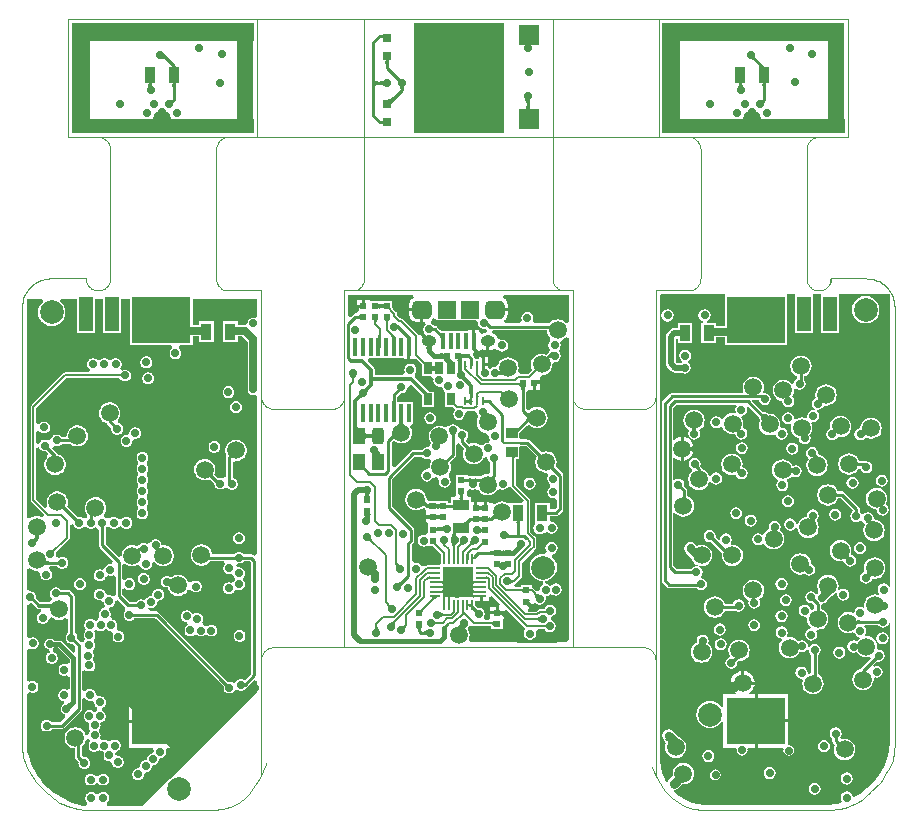
<source format=gbl>
%FSTAX23Y23*%
%MOIN*%
%SFA1B1*%

%IPPOS*%
%AMD92*
4,1,8,-0.017100,-0.030500,0.017100,-0.030500,0.032400,-0.015300,0.032400,0.015300,0.017100,0.030500,-0.017100,0.030500,-0.032400,0.015300,-0.032400,-0.015300,-0.017100,-0.030500,0.0*
1,1,0.030520,-0.017100,-0.015300*
1,1,0.030520,0.017100,-0.015300*
1,1,0.030520,0.017100,0.015300*
1,1,0.030520,-0.017100,0.015300*
%
%AMD104*
4,1,8,-0.009800,-0.027600,0.009800,-0.027600,0.019700,-0.017700,0.019700,0.017700,0.009800,0.027600,-0.009800,0.027600,-0.019700,0.017700,-0.019700,-0.017700,-0.009800,-0.027600,0.0*
1,1,0.019680,-0.009800,-0.017700*
1,1,0.019680,0.009800,-0.017700*
1,1,0.019680,0.009800,0.017700*
1,1,0.019680,-0.009800,0.017700*
%
%ADD10C,0.007000*%
%ADD11C,0.008000*%
%ADD12C,0.010000*%
%ADD13C,0.006000*%
%ADD14R,0.022840X0.024410*%
%ADD19C,0.059060*%
%ADD22R,0.039370X0.035430*%
%ADD23R,0.055120X0.037400*%
%ADD25R,0.024410X0.022840*%
%ADD27R,0.037400X0.055120*%
%ADD70C,0.015000*%
%ADD71C,0.012000*%
%ADD72C,0.016000*%
%ADD74C,0.020000*%
%ADD75C,0.028000*%
%ADD76C,0.022000*%
%ADD77C,0.009000*%
%ADD78C,0.030000*%
%ADD79C,0.025000*%
%ADD85R,0.059000X0.368000*%
%ADD86R,0.606000X0.046000*%
%ADD90C,0.001000*%
%ADD91C,0.000500*%
G04~CAMADD=92~8~0.0~0.0~647.6~610.2~152.6~0.0~15~0.0~0.0~0.0~0.0~0~0.0~0.0~0.0~0.0~0~0.0~0.0~0.0~180.0~648.0~610.0*
%ADD92D92*%
%ADD93O,0.049210X0.037400*%
%ADD94C,0.027560*%
%ADD95C,0.055000*%
%ADD96C,0.078740*%
%ADD97R,0.059060X0.061020*%
%ADD98R,0.015750X0.053150*%
%ADD99R,0.047240X0.118110*%
%ADD100R,0.196850X0.157480*%
%ADD101R,0.031500X0.031500*%
%ADD102R,0.070870X0.068900*%
%ADD103R,0.039370X0.055120*%
G04~CAMADD=104~8~0.0~0.0~393.7~551.2~98.4~0.0~15~0.0~0.0~0.0~0.0~0~0.0~0.0~0.0~0.0~0~0.0~0.0~0.0~180.0~395.0~552.0*
%ADD104D104*%
%ADD105R,0.009840X0.029530*%
%ADD106R,0.103940X0.103940*%
%ADD107R,0.007870X0.033470*%
%ADD108R,0.033470X0.007870*%
%ADD109R,0.013780X0.062990*%
%ADD110R,0.027560X0.039370*%
%ADD111C,0.007870*%
%ADD112R,0.057000X0.323000*%
%ADD113R,0.568000X0.060150*%
%ADD114R,0.300000X0.365150*%
%LNpcb_flex_1-1*%
%LPD*%
G36*
X-01185Y01362D02*
X-01185Y01361D01*
X-01184Y0136*
X-01184Y01359*
X-01183Y01358*
X-01182Y01357*
X-01182Y01357*
X-01182Y01357*
X-01181Y01358*
X-0118Y01358*
X-0118Y01359*
X-0118Y01356*
X-01179Y01356*
X-01178Y01356*
X-0118Y01349*
X-01181Y01349*
X-01182Y01349*
X-01183Y01346*
X-01183Y01347*
X-01183Y01347*
X-01184Y01348*
X-01184Y01348*
X-01185Y01348*
X-01185Y01348*
X-01185Y01348*
X-01187Y01348*
X-01188Y01347*
X-01189Y01347*
X-0119Y01346*
X-01191Y01345*
X-01192Y01344*
X-01197Y01349*
X-01196Y0135*
X-01195Y01351*
X-01194Y01352*
X-01194Y01353*
X-01193Y01355*
X-01193Y01356*
X-01192Y01357*
X-01192Y01358*
X-01192Y0136*
X-01192Y01361*
X-01185Y01363*
X-01185Y01362*
G37*
G36*
X-00265Y01324D02*
X-00266Y01324D01*
X-00266Y01324*
X-00266Y01325*
X-00267Y01325*
X-00267Y01325*
X-00268Y01326*
X-00269Y01326*
X-0027Y01326*
X-00273Y01326*
Y01336*
X-00272Y01336*
X-00269Y01336*
X-00268Y01336*
X-00267Y01337*
X-00267Y01337*
X-00266Y01337*
X-00266Y01338*
X-00266Y01338*
X-00265Y01338*
Y01324*
G37*
G36*
X-00993Y01273D02*
X-00992Y01271D01*
X-00991Y0127*
X-0099Y01268*
X-00988Y01266*
X-00986Y01264*
X-00989Y01253*
X-0099Y01254*
X-00991Y01255*
X-00992Y01255*
X-00993Y01256*
X-00994Y01256*
X-00995Y01256*
X-00996Y01256*
X-00997Y01256*
X-00998Y01256*
X-00999Y01255*
X-00993Y01273*
X-00993Y01273*
G37*
G36*
X00976Y01266D02*
X00976Y01265D01*
X00977Y01264*
X00977Y01262*
X00977Y01261*
X00978Y0126*
X00979Y01259*
X00979Y01258*
X0098Y01257*
X00981Y01256*
X00974Y01249*
X00973Y0125*
X00972Y01251*
X00971Y01251*
X0097Y01252*
X00969Y01253*
X00968Y01253*
X00966Y01253*
X00965Y01254*
X00964Y01254*
X00963Y01254*
X00976Y01267*
X00976Y01266*
G37*
G36*
X-0024Y01249D02*
X-00241Y01249D01*
X-00242Y01249*
X-00243Y01248*
X-00243Y01247*
X-00244Y01246*
X-00244Y01244*
X-00244Y01243*
X-00244Y01241*
X-00245Y01239*
X-00255*
X-00255Y01241*
X-00255Y01243*
X-00255Y01244*
X-00255Y01246*
X-00256Y01247*
X-00256Y01248*
X-00257Y01249*
X-00258Y01249*
X-00259Y01249*
X-0026Y01249*
X-0024*
X-0024Y01249*
G37*
G36*
X01004Y01233D02*
X01006Y01231D01*
X01007Y0123*
X01009Y0123*
X0101Y01229*
X01012Y01228*
X01013Y01228*
X01014Y01227*
X01016Y01227*
X01017Y01227*
X00989*
X0099Y01227*
X00991Y01227*
X00992Y01228*
X00992Y01228*
X00992Y01229*
X00992Y0123*
X00992Y0123*
X00991Y01231*
X0099Y01233*
X00989Y01234*
X01003*
X01004Y01233*
G37*
G36*
X-0021Y01192D02*
X-00209Y01191D01*
X-00208Y01191*
X-00207Y0119*
X-00206Y01189*
X-00205Y01189*
X-00203Y01189*
X-00202Y01188*
X-00201Y01188*
X-002Y01188*
X-00213Y01175*
X-00213Y01176*
X-00213Y01177*
X-00214Y01178*
X-00214Y0118*
X-00214Y01181*
X-00215Y01182*
X-00216Y01183*
X-00216Y01184*
X-00217Y01185*
X-00218Y01186*
X-00211Y01193*
X-0021Y01192*
G37*
G36*
X-00259Y01165D02*
X-0026Y01166D01*
X-00261Y01167*
X-00262Y01167*
X-00263Y01168*
X-00264Y01168*
X-00266Y01169*
X-00267Y01169*
X-00268Y01169*
X-00269Y01169*
X-00271Y0117*
Y0118*
X-00269Y0118*
X-00268Y0118*
X-00267Y0118*
X-00266Y0118*
X-00264Y01181*
X-00263Y01181*
X-00262Y01182*
X-00261Y01182*
X-0026Y01183*
X-00259Y01184*
Y01165*
G37*
G36*
X01017Y01172D02*
X01016Y01172D01*
X01015Y01171*
X01014Y01171*
X01014Y0117*
X01013Y01169*
X01013Y01167*
X01013Y01166*
X01013Y01164*
X01013Y01162*
X01003*
X01003Y01164*
X01002Y01166*
X01002Y01167*
X01002Y01169*
X01001Y0117*
X01001Y01171*
X01Y01171*
X00999Y01172*
X00999Y01172*
X00998Y01172*
X01018*
X01017Y01172*
G37*
G36*
X-00951D02*
X-00952Y01172D01*
X-00953Y01171*
X-00954Y01171*
X-00954Y0117*
X-00955Y01169*
X-00955Y01167*
X-00955Y01166*
X-00955Y01164*
X-00955Y01162*
X-00965*
X-00965Y01164*
X-00966Y01166*
X-00966Y01167*
X-00966Y01169*
X-00967Y0117*
X-00967Y01171*
X-00968Y01171*
X-00969Y01172*
X-00969Y01172*
X-0097Y01172*
X-0095*
X-00951Y01172*
G37*
G36*
X00934Y01173D02*
X00934Y01172D01*
X00939*
X00938Y01172*
X00937Y01172*
X00936Y01171*
X00936Y01171*
X00935Y0117*
X00935Y01169*
X00935Y01168*
X00936Y01167*
X00936Y01166*
X00937Y01165*
X00938Y01164*
X00939Y01163*
X00934Y01163*
X00934Y01162*
X00929*
X0092Y01161*
X00921Y01162*
X00921Y01163*
X00922Y01164*
X00922Y01165*
X00923Y01166*
X00923Y01168*
X00923Y01168*
X00923Y01169*
X00923Y0117*
X00922Y01171*
X00921Y01171*
X00921Y01172*
X0092Y01172*
X00919Y01172*
X00924*
X00924Y01173*
X00934Y01174*
X00934Y01173*
G37*
G36*
X-00289Y01188D02*
X-00289Y01186D01*
X-00289Y01184*
X-00288Y01183*
X-00287Y01182*
X-00286Y01181*
X-00285Y0118*
X-00283Y0118*
X-00281Y0118*
X-0028Y0118*
Y0117*
X-00281Y01169*
X-00283Y01169*
X-00285Y01169*
X-00286Y01168*
X-00287Y01167*
X-00288Y01166*
X-00289Y01165*
X-00289Y01163*
X-00289Y01161*
X-0029Y0116*
X-003Y01175*
X-0029Y0119*
X-00289Y01188*
G37*
G36*
X-0103Y01172D02*
X-01031Y01172D01*
X-01032Y01171*
X-01032Y01171*
X-01033Y0117*
X-01033Y01169*
X-01034Y01168*
X-01033Y01167*
X-01033Y01166*
X-01032Y01165*
X-01031Y01164*
X-01031Y01163*
X-0103Y01163*
X-01029Y01162*
X-01047Y01156*
X-01046Y01157*
X-01045Y01159*
X-01045Y0116*
X-01045Y01163*
X-01044Y01164*
X-01044Y01165*
X-01044Y01166*
X-01045Y01167*
X-01045Y01169*
X-01045Y0117*
X-01046Y01171*
X-01047Y01171*
X-01047Y01172*
X-01048Y01172*
X-01049Y01172*
X-01029*
X-0103Y01172*
G37*
G36*
X-00191Y01164D02*
X-00192Y01163D01*
X-00192Y01162*
X-00193Y01161*
X-00193Y0116*
X-00194Y01158*
X-00194Y01157*
X-00194Y01156*
X-00194Y01155*
X-00195Y01153*
X-00205*
X-00205Y01155*
X-00205Y01156*
X-00205Y01157*
X-00205Y01158*
X-00206Y0116*
X-00206Y01161*
X-00207Y01162*
X-00207Y01163*
X-00208Y01164*
X-00209Y01165*
X-0019*
X-00191Y01164*
G37*
G36*
X-00227Y01117D02*
X-00229Y01115D01*
X-00232Y01111*
X-00233Y0111*
X-00234Y01108*
X-00234Y01107*
X-00235Y01106*
X-00235Y01105*
X-00235Y01103*
X-00234Y01103*
X-00245Y01121*
X-00244Y0112*
X-00243Y01119*
X-00242Y01119*
X-00241Y0112*
X-0024Y0112*
X-00238Y01121*
X-00237Y01122*
X-00235Y01124*
X-0023Y01128*
X-00227Y01117*
G37*
G36*
X01011Y01113D02*
X0101Y01112D01*
X01009Y01111*
X01008Y0111*
X01008Y01109*
X01007Y01108*
X01007Y01108*
X01007Y01107*
X01007Y01106*
X01007Y01106*
X00997Y01116*
X00997Y01116*
X00998Y01116*
X00998Y01116*
X00999Y01116*
X01Y01117*
X01001Y01117*
X01001Y01118*
X01002Y01119*
X01004Y0112*
X01011Y01113*
G37*
G36*
X-00957D02*
X-00958Y01112D01*
X-00959Y01111*
X-0096Y0111*
X-0096Y01109*
X-00961Y01108*
X-00961Y01108*
X-00961Y01107*
X-00961Y01106*
X-00961Y01106*
X-00971Y01116*
X-00971Y01116*
X-0097Y01116*
X-0097Y01116*
X-00969Y01116*
X-00968Y01117*
X-00967Y01117*
X-00967Y01118*
X-00966Y01119*
X-00964Y0112*
X-00957Y01113*
G37*
G36*
X00228Y01119D02*
X00227Y01118D01*
X00227Y01117*
X00226Y01116*
X00226Y01115*
X00225Y01113*
X00225Y01112*
X00225Y01111*
X00225Y0111*
X00225Y01108*
X00215*
X00214Y0111*
X00214Y01111*
X00214Y01112*
X00214Y01113*
X00213Y01115*
X00213Y01116*
X00212Y01117*
X00212Y01118*
X00211Y01119*
X0021Y0112*
X00229*
X00228Y01119*
G37*
G36*
X00225Y01096D02*
X00225Y01094D01*
X00225Y01093*
X00225Y01092*
X00226Y0109*
X00226Y0109*
X00227Y01089*
X00228Y01088*
X00229Y01088*
X0023Y01088*
X0021*
X0021Y01088*
X00211Y01088*
X00212Y01089*
X00213Y0109*
X00213Y0109*
X00214Y01092*
X00214Y01093*
X00214Y01094*
X00214Y01096*
X00215Y01098*
X00225*
X00225Y01096*
G37*
G36*
X-00265Y01036D02*
X-00266Y01036D01*
X-00266Y01036*
X-00266Y01037*
X-00267Y01037*
X-00267Y01037*
X-00268Y01038*
X-00269Y01038*
X-0027Y01038*
X-00273Y01038*
Y01048*
X-00272Y01048*
X-00269Y01048*
X-00268Y01048*
X-00267Y01049*
X-00267Y01049*
X-00266Y01049*
X-00266Y0105*
X-00266Y0105*
X-00265Y0105*
Y01036*
G37*
G36*
X-00262Y0042D02*
X-00262Y00421D01*
X-00262Y00422*
X-00263Y00422*
X-00264Y00423*
X-00265Y00424*
X-00266Y00424*
X-00267Y00425*
X-00269Y00425*
X-00271Y00425*
X-00272Y00424*
X-00273Y00424*
X-00274Y00423*
X-00275Y00422*
X-00276Y00422*
X-00276Y00421*
X-00276Y0042*
Y00442*
X-00276Y00441*
X-00276Y0044*
X-00275Y0044*
X-00274Y00439*
X-00273Y00438*
X-00272Y00438*
X-00271Y00437*
X-00269Y00437*
X-00267Y00437*
X-00266Y00438*
X-00265Y00438*
X-00264Y00439*
X-00263Y0044*
X-00262Y0044*
X-00262Y00441*
X-00262Y00442*
Y0042*
G37*
G36*
X-00243Y00431D02*
X-00243Y0043D01*
X-00243Y00429*
X-00242Y00429*
X-00241Y00427*
X-0024Y00426*
X-00238Y00427*
X-00238Y00427*
X-00238Y00426*
X-00238Y00426*
X-00238Y00425*
X-00238Y00424*
X-00237Y00423*
X-00236Y00422*
X-00235Y00421*
X-00233Y00419*
X-00238Y00415*
X-00239Y00417*
X-00242Y00418*
X-00243Y00419*
X-00243Y0042*
X-00244Y0042*
X-00245Y0042*
X-00246Y0042*
X-00246Y0042*
X-00247Y0042*
X-00245Y00421*
X-00248Y00424*
X-00249Y00425*
X-00249Y00425*
X-0025Y00425*
X-00244Y00431*
X-00243Y00431*
G37*
G36*
X-00339Y00384D02*
X-0034Y00385D01*
X-0034Y00386*
X-0034Y00387*
X-00341Y00387*
X-00342Y00388*
X-00343Y00388*
X-00344Y00389*
X-00346Y00389*
X-00348Y00389*
X-0035Y00389*
Y00399*
X-00348Y00399*
X-00346Y00399*
X-00344Y00399*
X-00343Y004*
X-00342Y004*
X-00341Y00401*
X-0034Y00401*
X-0034Y00402*
X-0034Y00403*
X-00339Y00404*
Y00384*
G37*
G36*
X-00243Y00383D02*
X-00244Y00383D01*
X-00244Y00382*
X-00245Y00382*
X-00245Y00381*
X-00245Y0038*
X-00246Y00379*
X-00246Y00378*
X-00246Y00377*
X-00246Y00376*
X-00253*
X-00253Y00377*
X-00253Y00378*
X-00253Y00379*
X-00254Y0038*
X-00254Y00381*
X-00254Y00382*
X-00255Y00382*
X-00255Y00383*
X-00256Y00383*
X-00257Y00383*
X-00243*
X-00243Y00383*
G37*
G36*
X-00282D02*
X-00283Y00383D01*
X-00283Y00382*
X-00284Y00382*
X-00284Y00381*
X-00284Y0038*
X-00285Y00379*
X-00285Y00378*
X-00285Y00377*
X-00285Y00376*
X-00292*
X-00292Y00377*
X-00292Y00378*
X-00292Y00379*
X-00293Y0038*
X-00293Y00381*
X-00293Y00382*
X-00294Y00382*
X-00294Y00383*
X-00295Y00383*
X-00296Y00383*
X-00282*
X-00282Y00383*
G37*
G36*
X00357Y00378D02*
X00347Y00375D01*
X00345Y00377*
X00337Y00383*
X00329Y00386*
X0032Y00387*
X0031Y00386*
X00302Y00383*
X00294Y00377*
X00291Y00373*
X00242*
X00236Y00383*
X00237Y00384*
X00239Y00392*
X00237Y00399*
X00233Y00406*
X00226Y0041*
X00219Y00412*
X00211Y0041*
X00204Y00406*
X002Y00399*
X00198Y00392*
X002Y00384*
X00201Y00383*
X00195Y00373*
X00145*
X00142Y00383*
X00147Y00386*
X00152Y00394*
X00154Y00404*
Y00414*
X00111*
Y00424*
X00154*
Y00435*
X00152Y00445*
X00147Y00453*
X00138Y00459*
X0014Y00469*
X00357*
Y00378*
G37*
G36*
X00086Y00378D02*
X00087Y00376D01*
X00088Y00375*
X00088Y00374*
X00089Y00373*
X0009Y00372*
X00091Y00371*
X00091Y0037*
X00092Y00369*
X00087Y0036*
X00086Y00361*
X00085Y00361*
X00084Y00362*
X00083Y00363*
X00082Y00363*
X00081Y00363*
X0008Y00363*
X00079*
X00078Y00363*
X00076Y00363*
X00086Y0038*
X00086Y00378*
G37*
G36*
X-00984Y00375D02*
X-00973Y00365D01*
X-00971Y00364*
X-00969Y00363*
X-00968Y00362*
X-00966Y00361*
X-00965Y00361*
X-00978Y00348*
X-00978Y0035*
X-00978Y00351*
X-00979Y00353*
X-0098Y00355*
X-00982Y00357*
X-00986Y00362*
X-00991Y00367*
X-00995Y00371*
X-00987Y00378*
X-00984Y00375*
G37*
G36*
X01429Y-00503D02*
X01424Y-00504D01*
X01421Y-00499*
X01414Y-00495*
X01407Y-00493*
X01399Y-00495*
X01392Y-00499*
X01388Y-00506*
X01386Y-00514*
X01388Y-00521*
X01392Y-00528*
X0139Y-00532*
X01387Y-00531*
X01378Y-0053*
X01368Y-00531*
X0136Y-00534*
X01352Y-0054*
X01346Y-00548*
X01343Y-00556*
X01342Y-00566*
X01342Y-00571*
X01338Y-00574*
X01336Y-00573*
X01329Y-00571*
X01321Y-00573*
X01314Y-00577*
X0131Y-00584*
X01309Y-00588*
X01309Y-00588*
X01304Y-00591*
X01298Y-00589*
X01289Y-00588*
X01279Y-00589*
X01271Y-00592*
X01263Y-00598*
X01257Y-00606*
X01254Y-00614*
X01253Y-00624*
X01254Y-00633*
X01257Y-00641*
X01263Y-00649*
X01271Y-00655*
X01279Y-00658*
X01289Y-00659*
X01298Y-00658*
X01304Y-00656*
X01309Y-00658*
X0131Y-0066*
X01314Y-00667*
X01321Y-00671*
X01324Y-00672*
X01326Y-00677*
X01323Y-00679*
X01317Y-00687*
X01316Y-00687*
X01313Y-00685*
X01306Y-00683*
X01298Y-00685*
X01291Y-00689*
X01287Y-00696*
X01285Y-00704*
X01287Y-00711*
X01291Y-00718*
X01298Y-00722*
X01306Y-00724*
X01313Y-00722*
X01314Y-00721*
X01317Y-00722*
X01323Y-0073*
X01331Y-00736*
X01339Y-00739*
X01349Y-0074*
X01358Y-00739*
X01362Y-00738*
X01364Y-00742*
X0133Y-00777*
X01328Y-00779*
X0132Y-00782*
X01312Y-00788*
X01306Y-00796*
X01303Y-00804*
X01302Y-00814*
X01303Y-00823*
X01306Y-00831*
X01312Y-00839*
X0132Y-00845*
X01328Y-00848*
X01338Y-00849*
X01347Y-00848*
X01355Y-00845*
X01363Y-00839*
X01369Y-00831*
X01372Y-00823*
X01373Y-00814*
X01373Y-00811*
X01378Y-00807*
X01384Y-00809*
X01391Y-00807*
X01398Y-00803*
X01402Y-00796*
X01404Y-00789*
X01402Y-00781*
X01398Y-00774*
X01391Y-0077*
X01384Y-00768*
X01376Y-0077*
X01374Y-00771*
X0137Y-00767*
X01384Y-00754*
X0139Y-00755*
X01397Y-00753*
X01404Y-00749*
X01408Y-00742*
X0141Y-00735*
X01408Y-00727*
X01404Y-0072*
X01397Y-00716*
X0139Y-00714*
X01388Y-00715*
X01384Y-0071*
X01384Y-00705*
X01383Y-00695*
X0138Y-00687*
X01374Y-00679*
X01366Y-00673*
X01358Y-0067*
X01349Y-00669*
X01347Y-00669*
X01345Y-00664*
X01347Y-0066*
X01349Y-00653*
X01347Y-00645*
X01343Y-00638*
X01342Y-00638*
X01343Y-00633*
X01388*
X0139Y-00636*
X01397Y-0064*
X01405Y-00642*
X01412Y-0064*
X01419Y-00636*
X01423Y-00629*
X01424Y-00624*
X01429Y-00624*
Y-01006*
Y-01021*
X01425Y-01051*
X01418Y-01079*
X01406Y-01107*
X01391Y-01133*
X01373Y-01156*
X01352Y-01177*
X01329Y-01195*
X01309Y-01207*
X01303Y-01204*
X01302Y-012*
X01298Y-01193*
X01291Y-01189*
X01284Y-01187*
X01276Y-01189*
X01269Y-01193*
X01265Y-012*
X01263Y-01208*
X01265Y-01215*
X01267Y-01219*
X01265Y-01224*
X01247Y-01229*
X01217Y-01233*
X01202*
X00819*
X00809*
X00788Y-0123*
X00768Y-01225*
X00749Y-01217*
X00731Y-01207*
X00714Y-01194*
X00707Y-01186*
X00709Y-01182*
X00716Y-0118*
X00723Y-01176*
X00735Y-01163*
X00739Y-01163*
X00748Y-01162*
X00756Y-01159*
X00764Y-01153*
X0077Y-01145*
X00773Y-01137*
X00774Y-01128*
X00773Y-01118*
X0077Y-0111*
X00764Y-01102*
X00756Y-01096*
X00748Y-01093*
X00739Y-01092*
X00729Y-01093*
X00721Y-01096*
X00713Y-01102*
X00707Y-0111*
X00704Y-01118*
X00703Y-01128*
X00704Y-01134*
X00692Y-01145*
X00688Y-01152*
X00687Y-01154*
X00682Y-01155*
X00676Y-01145*
X00668Y-01125*
X00663Y-01105*
X0066Y-01085*
Y-01074*
X0066Y00384*
Y00466*
X00664Y0047*
X00876*
Y00364*
X00848*
Y00376*
X00816*
X00816Y00381*
X00817Y00381*
X00824Y00385*
X00828Y00392*
X0083Y004*
X00828Y00407*
X00824Y00414*
X00817Y00418*
X0081Y0042*
X00802Y00418*
X00795Y00414*
X00791Y00407*
X00789Y004*
X00791Y00392*
X00795Y00385*
X00802Y00381*
X00803Y00381*
X00803Y00376*
X00799*
Y00308*
X00848*
Y00327*
X00876*
Y00301*
X01085*
Y0047*
X01112*
Y0034*
X01171*
Y0047*
X01198*
Y0034*
X01257*
Y00367*
X01259Y00373*
X01257Y0038*
Y00421*
X01259Y00427*
X01257Y00433*
Y0047*
X01429*
Y-00503*
G37*
G36*
X-00085Y00387D02*
Y00383D01*
X-00017*
X-00014*
X-00007*
X-00004*
X00047*
X00053Y00376*
X00054Y00369*
X00058Y00362*
X00065Y00358*
X00073Y00356*
X00077Y00357*
X00078Y00357*
X00084Y00351*
X00084Y00349*
X00077Y00342*
X00074Y00341*
X00068Y00339*
X00064Y0034*
X00058Y00344*
Y00351*
X00045*
Y00314*
X00035*
Y00351*
X00022*
Y00347*
X-00066*
X-00072Y00352*
X-00073Y00352*
X-00081Y0036*
X-00084Y00363*
X-00089Y00364*
X-00092*
X-00094Y00367*
X-00101Y00371*
X-00103Y00372*
X-00103Y00372*
X-00104Y00382*
X-00098Y00386*
X-00095Y0039*
X-00085Y00387*
G37*
G36*
X00914Y00342D02*
X00913Y00341D01*
X0091Y00338*
X0091Y00338*
X00903Y00345*
X00903Y00345*
X00903Y00345*
X00903Y00346*
X00904Y00346*
X00904Y00347*
X00907Y00349*
X00914Y00342*
G37*
G36*
X-0016Y00459D02*
X-00169Y00453D01*
X-00174Y00445*
X-00176Y00435*
Y00424*
X-00133*
Y00419*
X-00128*
Y00378*
X-00123*
X-0012Y00368*
X-00123Y00367*
X-00127Y0036*
X-00129Y00353*
X-00127Y00345*
X-00129Y00338*
X-00129Y00338*
X-00133Y00335*
X-00135Y00335*
X-00143Y00336*
X-00144Y00336*
X-00146Y00337*
X-00196Y00387*
X-00199Y00389*
X-00203Y0039*
X-00205*
X-00215Y004*
Y00406*
X-00216Y0041*
X-00218Y00412*
X-00228Y00422*
X-00228Y00423*
X-00228Y00423*
X-00228Y00423*
X-00231Y00426*
X-00231Y00426*
X-00231Y00426*
X-00231Y00427*
X-00231Y00427*
X-00231Y00428*
X-00231Y00428*
Y00448*
X-0026*
X-00261Y00449*
X-00261Y00449*
X-00262Y00449*
X-00262*
X-00269Y00448*
X-00276Y00449*
X-00276*
X-00277Y00449*
X-00277Y00449*
X-00278Y00448*
X-00305*
Y00452*
X-00323*
Y00431*
X-00328*
Y00426*
X-0035*
Y00413*
X-00354Y00407*
X-00358Y00405*
X-00359Y00404*
X-00363Y00402*
X-0037Y00395*
X-0038Y00398*
Y00469*
X-00162*
X-0016Y00459*
G37*
G36*
X-00225Y0033D02*
X-00221Y00326D01*
X-00221Y00326*
X-0022Y00326*
X-00234*
X-00233Y00326*
X-00233Y00326*
X-00233Y00327*
X-00233Y00327*
X-00233Y00327*
X-00233Y00328*
X-00234Y00329*
X-00234Y00329*
X-00236Y00331*
X-00226*
X-00225Y0033*
G37*
G36*
X-00271Y00332D02*
X-00271Y00327D01*
X-00271Y00326*
X-00271Y00326*
X-00272Y00326*
X-00281*
X-00281Y00326*
X-0028Y00326*
X-0028Y00327*
X-00279Y00327*
X-00279Y00328*
X-00278Y00329*
X-00278Y0033*
X-00278Y00331*
X-00278Y00332*
X-00278Y00333*
X-00271*
Y00332*
G37*
G36*
X-00069Y00341D02*
X-00069Y00319D01*
X-00069Y00321*
X-0007Y00322*
X-0007Y00324*
X-0007Y00325*
X-00071Y00326*
X-00072Y00328*
X-00073Y00329*
X-00074Y00331*
X-00075Y00332*
X-00077Y00333*
Y00348*
X-00069Y00341*
G37*
G36*
X-00178Y00336D02*
X-00169Y00326D01*
X-00169Y00326*
X-00183Y00316*
X-00182Y00317*
X-00182Y00318*
X-00181Y00319*
X-00182Y0032*
X-00182Y00322*
X-00183Y00324*
X-00185Y00326*
X-00187Y00328*
X-00191Y00333*
X-0018Y00339*
X-00178Y00336*
G37*
G36*
X-00125Y00337D02*
X-00122Y00334D01*
X-0012Y00333*
X-00119Y00332*
X-00118Y00332*
X-00117Y00331*
X-00115Y00331*
X-00114Y00331*
X-00114Y00332*
X-00118Y00329*
X-00109Y00321*
X-00117Y00313*
X-00117Y00313*
X-00117Y00314*
X-00118Y00315*
X-00121Y00318*
X-00127Y00324*
X-00131Y00322*
X-00131Y00322*
X-0013Y00323*
X-0013Y00324*
X-0013Y00325*
X-0013Y00326*
X-00131Y00327*
X-00132Y00328*
X-00133Y0033*
X-00134Y00331*
X-00136Y00333*
X-00127Y00338*
X-00125Y00337*
G37*
G36*
X-00681Y00399D02*
X-00683Y00397D01*
X-0069Y00392*
X-00691Y00392*
X-00695Y00392*
X-00698Y00392*
X-00702Y00391*
X-00706Y00389*
X-00709Y00387*
X-00711Y00384*
X-00713Y0038*
X-00714Y00376*
X-00714Y00375*
X-00716Y00373*
X-0072Y00369*
X-00724Y00367*
X-00747*
Y0038*
X-00797*
Y00312*
X-00747*
Y0033*
X-00731*
X-00713Y00312*
Y00161*
X-00714Y00158*
X-00714Y00155*
X-00714Y00151*
X-00713Y00147*
X-00711Y00143*
X-00709Y0014*
X-00706Y00138*
X-00702Y00136*
X-00698Y00135*
X-00695Y00135*
X-00691Y00135*
X-0069Y00135*
X-00683Y0013*
X-00681Y00128*
Y-00397*
X-00691Y-00401*
X-00693Y-004*
X-00695Y-00398*
X-00698Y-00397*
X-00701Y-00396*
X-00726*
X-00728Y-00393*
X-00731Y-00391*
X-00735Y-00389*
X-00739Y-00388*
X-00743Y-00388*
X-00746Y-00388*
X-0075Y-00389*
X-00754Y-00391*
X-00757Y-00393*
X-00759Y-00396*
X-00832*
X-00832Y-00394*
X-00833Y-00389*
X-00835Y-00385*
X-00837Y-00381*
X-00839Y-00377*
X-00842Y-00373*
X-00846Y-0037*
X-0085Y-00368*
X-00854Y-00366*
X-00858Y-00364*
X-00863Y-00363*
X-00868Y-00363*
X-00872Y-00363*
X-00877Y-00364*
X-00881Y-00366*
X-00885Y-00368*
X-00889Y-0037*
X-00893Y-00373*
X-00896Y-00377*
X-00898Y-00381*
X-009Y-00385*
X-00902Y-00389*
X-00903Y-00394*
X-00903Y-00399*
X-00903Y-00403*
X-00902Y-00408*
X-009Y-00412*
X-00898Y-00416*
X-00896Y-0042*
X-00893Y-00424*
X-00889Y-00427*
X-00885Y-00429*
X-00881Y-00431*
X-00877Y-00433*
X-00872Y-00434*
X-00868Y-00434*
X-00863Y-00434*
X-00858Y-00433*
X-00854Y-00431*
X-0085Y-00429*
X-00846Y-00427*
X-00842Y-00424*
X-00839Y-0042*
X-00838Y-00419*
X-00793*
X-0079Y-00429*
X-0079Y-00429*
X-00793Y-00432*
X-00794Y-00435*
X-00796Y-00439*
X-00796Y-00443*
X-00796Y-00447*
X-00794Y-00451*
X-00793Y-00454*
X-0079Y-00457*
X-00787Y-0046*
X-00784Y-00461*
X-0078Y-00463*
X-00776Y-00463*
X-00772Y-00463*
X-00772Y-00463*
X-00766Y-00463*
X-00761Y-00467*
X-0076Y-00468*
X-00759Y-00471*
X-00759Y-00471*
X-00757Y-00474*
Y-00481*
X-00759Y-00484*
X-00759Y-00484*
X-00759Y-00485*
X-00762Y-00488*
X-00768Y-00491*
X-00772Y-0049*
X-00773Y-0049*
X-00777Y-0049*
X-0078Y-0049*
X-00784Y-00491*
X-00788Y-00493*
X-00791Y-00495*
X-00793Y-00498*
X-00795Y-00502*
X-00796Y-00506*
X-00796Y-0051*
X-00796Y-00513*
X-00795Y-00517*
X-00793Y-00521*
X-00791Y-00524*
X-00788Y-00526*
X-00784Y-00528*
X-0078Y-00529*
X-00777Y-00529*
X-00773Y-00529*
X-00769Y-00528*
X-00765Y-00526*
X-00762Y-00524*
X-0076Y-00521*
X-0076Y-0052*
X-00757Y-00517*
X-00751Y-00514*
X-00747Y-00515*
X-00746Y-00515*
X-00743Y-00515*
X-00739Y-00515*
X-00735Y-00514*
X-00731Y-00512*
X-00728Y-0051*
X-00726Y-00507*
X-00724Y-00503*
X-00723Y-00499*
X-00723Y-00496*
X-00723Y-00492*
X-00724Y-00488*
X-00726Y-00484*
X-00726Y-00484*
X-00728Y-00481*
Y-00474*
X-00726Y-00471*
X-00726Y-00471*
X-00724Y-00467*
X-00723Y-00463*
X-00723Y-0046*
X-00723Y-00456*
X-00724Y-00452*
X-00726Y-00448*
X-00728Y-00445*
X-00731Y-00443*
X-00735Y-00441*
X-00739Y-0044*
X-00743Y-0044*
X-00746Y-0044*
X-00754Y-00434*
X-00754Y-00434*
X-00748Y-00429*
X-00745Y-00427*
X-00743Y-00427*
X-00739Y-00427*
X-00735Y-00426*
X-00731Y-00424*
X-00728Y-00422*
X-00726Y-00419*
X-00705*
X-00702Y-00422*
Y-00794*
X-00723Y-00816*
X-00725Y-00815*
X-00728Y-00813*
X-00732Y-00812*
X-00736Y-00811*
X-0074Y-00812*
X-00743Y-00813*
X-00747Y-00815*
X-0075Y-00817*
X-00752Y-0082*
X-00752Y-0082*
X-00754Y-00821*
X-00762Y-00824*
X-00764Y-00823*
X-00767Y-00822*
X-00771Y-00821*
X-00775Y-00821*
X-00778Y-00821*
X-01009Y-00591*
X-01011Y-00589*
X-01014Y-00588*
X-01017Y-00587*
X-0104*
X-01046Y-00577*
X-01044Y-00574*
X-01043Y-00574*
X-01043Y-00574*
X-01039Y-00575*
X-01036Y-00575*
X-01032Y-00575*
X-01028Y-00574*
X-01024Y-00572*
X-01021Y-0057*
X-01019Y-00567*
X-01017Y-00563*
X-01016Y-00559*
X-01016Y-00556*
X-01012Y-00551*
X-01008Y-0055*
X-01004Y-00549*
X-01Y-00547*
X-00997Y-00545*
X-00995Y-00542*
X-00993Y-00538*
X-00992Y-00534*
X-00992Y-00531*
X-00992Y-00527*
X-00993Y-00523*
X-00995Y-00519*
X-00997Y-00516*
X-01Y-00514*
X-01004Y-00512*
X-01008Y-00511*
X-01012Y-00511*
X-01015Y-00511*
X-01019Y-00512*
X-01023Y-00514*
X-01026Y-00516*
X-01028Y-00519*
X-0103Y-00523*
X-01031Y-00527*
X-01031Y-00531*
X-01035Y-00535*
X-01039Y-00536*
X-01043Y-00537*
X-01047Y-00539*
X-0105Y-00541*
X-01051Y-00543*
X-01056Y-00548*
X-01061Y-00548*
X-01065Y-00547*
X-01069Y-00547*
X-01073Y-00547*
X-01077Y-00548*
X-0108Y-0055*
X-01083Y-00553*
X-01086Y-00556*
X-01107*
X-01131Y-00531*
Y-00513*
X-01122Y-0051*
X-01121Y-0051*
X-01119Y-00512*
X-01115Y-00514*
X-01111Y-00515*
X-01108Y-00515*
X-01104Y-00515*
X-011Y-00514*
X-01096Y-00512*
X-01093Y-0051*
X-01091Y-00507*
X-01089Y-00503*
X-01088Y-00499*
X-01088Y-00496*
X-01088Y-00492*
X-01089Y-00488*
X-01091Y-00484*
X-01093Y-00481*
X-01096Y-00479*
X-011Y-00477*
X-01104Y-00476*
X-01108Y-00476*
X-01111Y-00476*
X-01115Y-00477*
X-01119Y-00479*
X-01121Y-00481*
X-01122Y-00481*
X-01131Y-00478*
Y-00432*
X-01129Y-0043*
X-01121Y-00428*
X-0112Y-00429*
X-01116Y-00431*
X-01112Y-00433*
X-01108Y-00435*
X-01103Y-00436*
X-01099Y-00436*
X-01094Y-00436*
X-01089Y-00435*
X-01085Y-00433*
X-01082Y-00432*
X-0108Y-00432*
X-01078Y-00432*
X-01071Y-00436*
X-01071Y-00436*
X-01069Y-0044*
X-01067Y-00443*
X-01064Y-00445*
X-0106Y-00447*
X-01056Y-00448*
X-01053Y-00448*
X-01049Y-00448*
X-01045Y-00447*
X-01041Y-00445*
X-01038Y-00443*
X-01036Y-0044*
X-01034Y-00436*
X-01033Y-00432*
X-01033Y-00429*
X-01033Y-00427*
X-01027Y-00423*
X-01024Y-00422*
X-01021Y-00426*
X-01017Y-00429*
X-01013Y-00431*
X-01009Y-00433*
X-01005Y-00435*
X-01Y-00436*
X-00996Y-00436*
X-00991Y-00436*
X-00986Y-00435*
X-00982Y-00433*
X-00978Y-00431*
X-00974Y-00429*
X-0097Y-00426*
X-00967Y-00422*
X-00965Y-00418*
X-00963Y-00414*
X-00961Y-0041*
X-0096Y-00405*
X-0096Y-00401*
X-0096Y-00396*
X-00961Y-00391*
X-00963Y-00387*
X-00965Y-00383*
X-00967Y-00379*
X-0097Y-00375*
X-00974Y-00372*
X-00978Y-0037*
X-00982Y-00368*
X-00986Y-00366*
X-00991Y-00365*
X-00996Y-00365*
X-01Y-00365*
X-01Y-00365*
X-01001Y-00362*
X-01002Y-00358*
X-01003Y-00355*
X-01006Y-00352*
X-01009Y-00349*
X-01012Y-00348*
X-01016Y-00347*
X-0102Y-00346*
X-01024Y-00347*
X-01028Y-00348*
X-01031Y-00349*
X-01034Y-00352*
X-01037Y-00355*
X-01038Y-00357*
X-01039Y-00358*
X-01042Y-00359*
X-01048Y-00361*
X-01048Y-00361*
X-01049Y-00361*
X-01052Y-00359*
X-01056Y-00358*
X-0106Y-00358*
X-01063Y-00358*
X-01067Y-00359*
X-01071Y-00361*
X-01074Y-00363*
X-01076Y-00366*
Y-00366*
X-01078Y-00367*
X-01081Y-00368*
X-01082Y-00369*
X-01085Y-00368*
X-01089Y-00366*
X-01094Y-00365*
X-01099Y-00365*
X-01103Y-00365*
X-01108Y-00366*
X-01112Y-00368*
X-01116Y-0037*
X-0112Y-00372*
X-01124Y-00375*
X-01127Y-00379*
X-01129Y-00383*
X-01131Y-00387*
X-01133Y-00391*
X-01134Y-00396*
X-01134Y-004*
X-01135Y-00401*
X-01144Y-00404*
X-01186Y-00362*
Y-00308*
X-01185Y-00307*
X-01182Y-00306*
X-01175*
X-01172Y-00307*
X-01171Y-00308*
X-01167Y-0031*
X-01163Y-00311*
X-0116Y-00311*
X-01156Y-00311*
X-01152Y-0031*
X-01148Y-00308*
X-01145Y-00306*
X-01144Y-00304*
X-01139Y-00303*
X-01133Y-00304*
X-01132Y-00306*
X-01129Y-00308*
X-01125Y-0031*
X-01121Y-00311*
X-01118Y-00311*
X-01114Y-00311*
X-0111Y-0031*
X-01106Y-00308*
X-01103Y-00306*
X-01101Y-00303*
X-01099Y-00299*
X-01098Y-00295*
X-01098Y-00292*
X-01098Y-00288*
X-01099Y-00284*
X-01101Y-0028*
X-01103Y-00277*
X-01106Y-00275*
X-0111Y-00273*
X-01114Y-00272*
X-01118Y-00272*
X-01121Y-00272*
X-01125Y-00273*
X-01129Y-00275*
X-01132Y-00277*
X-01133Y-00279*
X-01139Y-0028*
X-01144Y-00279*
X-01145Y-00277*
X-01148Y-00275*
X-01152Y-00273*
X-01156Y-00272*
X-0116Y-00272*
X-01163Y-00272*
X-01167Y-00273*
X-01171Y-00275*
X-01172Y-00276*
X-01175Y-00277*
X-01182*
X-01185Y-00276*
X-01186Y-00275*
X-01189Y-00274*
X-01189Y-00274*
X-01191Y-00267*
X-01192Y-00263*
X-01192Y-00263*
X-0119Y-00259*
X-01188Y-00255*
X-01186Y-00251*
X-01185Y-00246*
X-01185Y-00242*
X-01185Y-00237*
X-01186Y-00232*
X-01188Y-00228*
X-0119Y-00224*
X-01192Y-0022*
X-01195Y-00216*
X-01199Y-00213*
X-01203Y-00211*
X-01207Y-00209*
X-01211Y-00207*
X-01216Y-00206*
X-01221Y-00206*
X-01225Y-00206*
X-0123Y-00207*
X-01234Y-00209*
X-01238Y-00211*
X-01242Y-00213*
X-01246Y-00216*
X-01249Y-0022*
X-01251Y-00224*
X-01253Y-00228*
X-01255Y-00232*
X-01256Y-00237*
X-01256Y-00242*
X-01256Y-00246*
X-01255Y-00251*
X-01253Y-00255*
X-01251Y-00259*
X-01249Y-00263*
X-01248Y-00264*
Y-00275*
X-0125Y-00277*
X-01252Y-00277*
X-01261*
X-01262Y-00277*
X-01264Y-00275*
X-01268Y-00273*
X-01272Y-00272*
X-01276Y-00272*
X-01279Y-00272*
X-01316Y-00236*
X-01314Y-00232*
X-01313Y-00227*
X-01313Y-00223*
X-01313Y-00218*
X-01314Y-00213*
X-01316Y-00209*
X-01318Y-00205*
X-0132Y-00201*
X-01323Y-00197*
X-01327Y-00194*
X-01331Y-00192*
X-01335Y-0019*
X-01339Y-00188*
X-01344Y-00187*
X-01349Y-00187*
X-01353Y-00187*
X-01358Y-00188*
X-01362Y-0019*
X-01366Y-00192*
X-0137Y-00194*
X-01374Y-00197*
X-01377Y-00201*
X-01379Y-00205*
X-01381Y-00209*
X-01383Y-00213*
X-01384Y-00218*
X-01384Y-00223*
X-01384Y-00227*
X-01383Y-00232*
X-01381Y-00236*
X-0139Y-00241*
X-01418Y-00213*
Y-00041*
X-01408Y-00039*
X-01408Y-00041*
X-01406Y-00045*
X-01404Y-00048*
X-01401Y-0005*
X-01397Y-00052*
X-01393Y-00053*
X-0139Y-00053*
X-01386Y-00053*
X-0138Y-00058*
X-0138Y-00061*
X-01381Y-00071*
X-01384Y-00075*
X-01386Y-00079*
X-01388Y-00083*
X-0139Y-00087*
X-01391Y-00092*
X-01391Y-00097*
X-01391Y-00101*
X-0139Y-00106*
X-01388Y-0011*
X-01386Y-00114*
X-01384Y-00118*
X-01381Y-00122*
X-01377Y-00125*
X-01373Y-00127*
X-01369Y-00129*
X-01365Y-00131*
X-0136Y-00132*
X-01356Y-00132*
X-01351Y-00132*
X-01346Y-00131*
X-01342Y-00129*
X-01338Y-00127*
X-01334Y-00125*
X-0133Y-00122*
X-01327Y-00118*
X-01325Y-00114*
X-01323Y-0011*
X-01321Y-00106*
X-0132Y-00101*
X-0132Y-00097*
X-0132Y-00092*
X-01321Y-00087*
X-01323Y-00083*
X-01325Y-00079*
X-01327Y-00075*
X-0133Y-00071*
X-01334Y-00068*
X-01338Y-00066*
X-01342Y-00064*
X-01346Y-00062*
X-01346Y-00062*
X-01348Y-0006*
X-01365Y-00042*
X-01365Y-00042*
X-01357Y-00035*
X-01353Y-00036*
X-0135Y-00036*
X-01346Y-00036*
X-01342Y-00035*
X-01338Y-00033*
X-01335Y-00031*
X-01333Y-00028*
X-01306*
X-01303Y-0003*
X-01299Y-00032*
X-01295Y-00034*
X-01291Y-00036*
X-01286Y-00037*
X-01282Y-00037*
X-01277Y-00037*
X-01272Y-00036*
X-01268Y-00034*
X-01264Y-00032*
X-0126Y-0003*
X-01256Y-00027*
X-01253Y-00023*
X-01251Y-00019*
X-01249Y-00015*
X-01247Y-00011*
X-01246Y-00006*
X-01246Y-00002*
X-01246Y00002*
X-01247Y00007*
X-01249Y00011*
X-01251Y00015*
X-01253Y00019*
X-01256Y00023*
X-0126Y00026*
X-01264Y00028*
X-01268Y0003*
X-01272Y00032*
X-01277Y00033*
X-01282Y00033*
X-01286Y00033*
X-01291Y00032*
X-01295Y0003*
X-01299Y00028*
X-01303Y00026*
X-01307Y00023*
X-0131Y00019*
X-01312Y00015*
X-01314Y00011*
X-01316Y00007*
X-01317Y00002*
X-01317Y-00002*
X-01321Y-00005*
X-01333*
X-01335Y-00002*
X-01338Y0*
X-01342Y00001*
X-01346Y00002*
X-0135Y00002*
X-01353Y00002*
X-01357Y00001*
X-01361Y0*
X-01364Y-00002*
X-01366Y-00005*
X-01368Y-00009*
X-01369Y-00013*
X-01376Y-00016*
X-01379Y-00017*
X-01379Y-00017*
X-01382Y-00015*
X-01386Y-00014*
X-0139Y-00014*
X-01393Y-00014*
X-01397Y-00015*
X-01401Y-00017*
X-01404Y-00019*
X-01406Y-00022*
X-01408Y-00026*
X-01408Y-00028*
X-01418Y-00026*
Y00012*
X-01411Y00015*
X-01408Y00015*
X-01407Y00012*
X-01404Y0001*
X-014Y00008*
X-01396Y00007*
X-01393Y00007*
X-01389Y00007*
X-01385Y00008*
X-01381Y0001*
X-01378Y00012*
X-01376Y00015*
X-01374Y00019*
X-01373Y00023*
X-01373Y00027*
X-01373Y0003*
X-01374Y00034*
X-01376Y00038*
X-01378Y00041*
X-01381Y00043*
X-01385Y00045*
X-01389Y00046*
X-01393Y00046*
X-01396Y00046*
X-014Y00045*
X-01404Y00043*
X-01407Y00041*
X-01408Y00038*
X-01411Y00038*
X-01418Y00041*
Y00091*
X-01318Y00191*
X-01141*
X-01139Y00188*
X-01137Y00185*
X-01134Y00183*
X-0113Y00181*
X-01126Y0018*
X-01123Y0018*
X-01119Y0018*
X-01115Y00181*
X-01111Y00183*
X-01108Y00185*
X-01106Y00188*
X-01104Y00192*
X-01103Y00196*
X-01103Y002*
X-01103Y00203*
X-01104Y00207*
X-01106Y00211*
X-01108Y00214*
X-01111Y00216*
X-01115Y00218*
X-01119Y00219*
X-01123Y00219*
X-01126Y00219*
X-0113Y00218*
X-01134Y00216*
X-01139Y00223*
X-01137Y00226*
X-01135Y0023*
X-01134Y00234*
X-01134Y00238*
X-01134Y00241*
X-01135Y00245*
X-01137Y00249*
X-01139Y00252*
X-01142Y00254*
X-01146Y00256*
X-0115Y00257*
X-01154Y00257*
X-01157Y00257*
X-01161Y00256*
X-01165Y00254*
X-01166Y00253*
X-01169Y00252*
X-01176*
X-01179Y00253*
X-0118Y00254*
X-01184Y00256*
X-01188Y00257*
X-01192Y00257*
X-01195Y00257*
X-01199Y00256*
X-01203Y00254*
X-01204Y00253*
X-01207Y00252*
X-01214*
X-01217Y00253*
X-01218Y00254*
X-01222Y00256*
X-01226Y00257*
X-0123Y00257*
X-01233Y00257*
X-01237Y00256*
X-01241Y00254*
X-01244Y00252*
X-01246Y00249*
X-01248Y00245*
X-01249Y00241*
X-01249Y00238*
X-01249Y00234*
X-01248Y0023*
X-01246Y00226*
X-01244Y00223*
X-01241Y00221*
X-01238Y0022*
X-01238Y00219*
X-01242Y0021*
X-01322*
X-01324Y00209*
X-01326Y00208*
X-01328Y00207*
X-01434Y00101*
X-01435Y00099*
X-01436Y00097*
X-01437Y00095*
Y-00217*
X-01436Y-00219*
X-01435Y-00221*
X-01434Y-00223*
X-01391Y-00266*
X-01398Y-00273*
X-01399Y-00273*
X-01403Y-00271*
X-01407Y-00269*
X-01412Y-00268*
X-01417Y-00268*
X-01421Y-00268*
X-01426Y-00269*
X-0143Y-00271*
X-01434Y-00273*
X-01438Y-00275*
X-01439Y-00276*
X-01447Y-00274*
X-01449Y-00272*
X-01449Y00456*
X-01398*
X-01395Y00447*
X-01395Y00446*
X-01399Y00442*
X-01403Y00438*
X-01406Y00433*
X-01409Y00427*
X-01411Y00422*
X-01412Y00416*
X-01412Y0041*
X-01412Y00404*
X-01411Y00398*
X-01409Y00392*
X-01406Y00387*
X-01403Y00382*
X-01399Y00378*
X-01394Y00374*
X-01389Y0037*
X-01384Y00368*
X-01378Y00366*
X-01373Y00365*
X-01367Y00364*
X-01361Y00365*
X-01355Y00366*
X-01349Y00368*
X-01344Y0037*
X-01339Y00374*
X-01334Y00378*
X-01331Y00382*
X-01327Y00387*
X-01325Y00392*
X-01323Y00398*
X-01322Y00404*
X-01321Y0041*
X-01322Y00416*
X-01323Y00422*
X-01325Y00427*
X-01327Y00433*
X-01331Y00438*
X-01334Y00442*
X-01338Y00446*
X-01338Y00447*
X-01335Y00456*
X-01282*
Y00414*
X-01283Y00412*
X-01283Y00409*
X-01283Y00405*
X-01282Y00403*
Y00376*
X-01283Y00374*
X-01283Y00371*
X-01283Y00367*
X-01282Y00365*
Y0034*
X-01223*
Y00456*
X-01196*
Y0034*
X-01137*
Y00456*
X-01106*
Y003*
X-0097*
X-00967Y00294*
X-00967Y0029*
X-00969Y00289*
X-00971Y00286*
X-00973Y00282*
X-00974Y00278*
X-00974Y00275*
X-00974Y00271*
X-00973Y00267*
X-00971Y00263*
X-00969Y0026*
X-00966Y00258*
X-00962Y00256*
X-00958Y00255*
X-00955Y00255*
X-00951Y00255*
X-00947Y00256*
X-00943Y00258*
X-0094Y0026*
X-00938Y00263*
X-00936Y00267*
X-00935Y00271*
X-00935Y00275*
X-00935Y00278*
X-00936Y00282*
X-00938Y00286*
X-0094Y00289*
X-00942Y0029*
X-00942Y00294*
X-00939Y003*
X-00897*
Y0033*
X-00876*
Y00312*
X-00826*
Y0038*
X-00876*
Y00367*
X-00897*
Y00456*
X-00681*
Y00399*
G37*
G36*
X-00097Y00296D02*
X-00098Y00295D01*
X-00099Y00295*
X-00099Y00294*
X-001Y00292*
X-001Y00291*
X-00101Y00289*
X-00101Y00287*
X-00101Y00282*
X-00117*
X-00117Y00285*
X-00117Y00289*
X-00118Y00291*
X-00118Y00292*
X-00118Y00294*
X-00119Y00295*
X-0012Y00295*
X-0012Y00296*
X-00121Y00296*
X-00097*
X-00097Y00296*
G37*
G36*
X00285Y00342D02*
X00288Y00334D01*
X00294Y00326*
X00295Y00326*
X00295Y00314*
X00291Y00307*
X00289Y003*
X00291Y00292*
X00295Y00285*
X00292Y00276*
X00288Y00273*
X00284Y00268*
X00284Y00268*
X00283Y00268*
X00283Y00268*
X00275Y00271*
X00266Y00272*
X00256Y00271*
X00248Y00268*
X0024Y00262*
X00234Y00254*
X00231Y00246*
X0023Y00237*
X00231Y00227*
X00234Y00219*
X00234Y00219*
X00234Y00218*
X00233Y00217*
X00221Y00205*
X00196*
X00189Y00215*
X00189Y00215*
X0019Y00225*
X00189Y00234*
X00186Y00242*
X0018Y0025*
X00172Y00256*
X00164Y00259*
X00155Y0026*
X00145Y00259*
X00137Y00256*
X00129Y0025*
X00123Y00242*
X0012Y00234*
X00112Y00228*
X00112Y00229*
X00104Y00227*
X00097Y00223*
X00096Y00221*
X00086Y00224*
Y00231*
X00071*
Y00236*
X00066*
Y0026*
X00056*
Y00256*
X00043*
Y00256*
X00042Y00261*
X0004Y00264*
X00036Y00268*
X0004Y00278*
X00045*
X00044Y00279*
X00037Y00285*
X00036Y00286*
X00035Y00287*
X00034Y00287*
X00033Y00288*
X00032Y00288*
X00047Y00297*
X00047Y00296*
X00046Y00295*
X00046Y00294*
X00046Y00293*
X00047Y00292*
X00048Y0029*
X00049Y00289*
X00051Y00287*
X00055Y00283*
X00047Y00278*
X00058*
Y00282*
X00064Y00286*
X00068Y00288*
X00074Y00285*
X00081Y00284*
X00082*
Y00313*
X00092*
Y00284*
X00093*
X001Y00285*
X00107Y00288*
X0012Y00286*
X0012Y00285*
X00127Y00281*
X00135Y00279*
X00142Y00281*
X00149Y00285*
X00153Y00292*
X00155Y003*
X00153Y00307*
X00149Y00314*
X00142Y00318*
X00135Y0032*
X00131Y00319*
X00125Y0032*
X00119Y00325*
X00118Y00328*
X00113Y00334*
X00107Y00338*
X00102Y0034*
X00104Y0035*
X00284*
X00285Y00342*
G37*
G36*
X00298Y00257D02*
X00297Y00258D01*
X00297Y00258*
X00296Y00259*
X00295Y00259*
X00294Y00259*
X00294Y00259*
X00293Y00259*
X00292Y00258*
X00291Y00258*
X00291Y00258*
X00291Y00257*
X0029Y00256*
X0029Y00256*
X0029Y00255*
X0029Y00254*
X0029Y00254*
X0029Y00253*
X0029Y00253*
X00282Y00261*
X00282Y00261*
X00283Y00261*
X00283Y00261*
X00284Y00261*
X00285Y00261*
X00285Y00261*
X00286Y00262*
X00287Y00262*
X00288Y00263*
X00288Y00264*
X00288Y00264*
X00299Y00274*
X00298Y00257*
G37*
G36*
X-00002Y00275D02*
X-00002Y00274D01*
X-00001Y00273*
X-00001Y00273*
X0Y00272*
X0Y00272*
X00002Y00271*
X00003Y00271*
X00005Y00271*
X00007Y00271*
Y00261*
X00005Y00261*
X00003Y00261*
X00002Y00261*
X0Y0026*
X0Y0026*
X-00001Y00259*
X-00001Y00259*
X-00002Y00258*
X-00002Y00257*
X-00002Y00256*
Y00276*
X-00002Y00275*
G37*
G36*
X-00171Y00253D02*
X-00159D01*
X-00149Y00253*
X-00132Y00236*
Y00197*
X-00101*
X-00099Y00195*
X-00094Y00187*
X-00095Y00183*
X-00094Y00175*
X-00089Y00168*
X-00083Y00164*
X-00075Y00162*
X-00067Y00162*
X-00064Y00155*
X-00064Y00155*
X-0006Y00148*
X-00057Y00146*
Y00095*
X-0003*
X-00028Y00093*
X-00023Y00085*
X-00027Y00078*
X-00027Y00078*
X-00029Y0007*
X-00027Y00063*
X-00023Y00056*
X-00016Y00052*
X-00009Y0005*
X-00001Y00052*
X00005Y00056*
X00009Y00063*
X00011Y0007*
X00019Y0008*
X0004*
X00042Y0008*
X0005Y00074*
X0005Y00073*
X00051Y00071*
X00055Y00064*
X00055Y00063*
X00054Y00061*
X00051Y00053*
X0005Y00044*
X00051Y00034*
X00054Y00026*
X0006Y00018*
X00068Y00012*
X00076Y00009*
X00082Y00008*
X00089Y00001*
X0009Y-00001*
X00091Y-00008*
X00095Y-00014*
X00095Y-00017*
X00091Y-00024*
X00088Y-00023*
X0008Y-00025*
X00074Y-00029*
X00073Y-0003*
X00072Y-00031*
X00061Y-00032*
X00061Y-00032*
X00057Y-00029*
X00049Y-00026*
X0004Y-00025*
X0003Y-00026*
X00024Y-00029*
X00013Y-00018*
X00013Y-00018*
X00013Y-00017*
X00013Y-00017*
X00014Y-00016*
X00014Y-00015*
X00014Y-00015*
X00015Y-00014*
X00015Y-00014*
X00016Y-00013*
X00016Y-00012*
X0002Y-00006*
X00022Y00001*
X0002Y00008*
X00016Y00015*
X00009Y00019*
X00002Y00021*
X0Y0002*
X-0001Y00024*
X-00014Y00031*
X-00021Y00035*
X-00029Y00037*
X-00036Y00035*
X-00043Y00031*
X-00044Y0003*
X-00056Y00027*
X-00056Y00027*
X-00057Y00028*
X-00065Y00031*
X-00075Y00032*
X-00084Y00031*
X-00092Y00028*
X-001Y00022*
X-00106Y00014*
X-00109Y00006*
X-0011Y-00003*
X-00109Y-00012*
X-00106Y-0002*
X-00103Y-00024*
X-00105Y-00028*
X-00107Y-00036*
X-00116Y-0004*
X-00122Y-00041*
X-00129Y-00045*
X-00131Y-00048*
X-00161*
X-00165Y-00049*
X-00168Y-00052*
X-00224Y-00107*
X-00233Y-00103*
Y-00023*
X-00226Y-00016*
X-00219Y-00022*
X-00211Y-00025*
X-00202Y-00026*
X-00192Y-00025*
X-00184Y-00022*
X-00176Y-00016*
X-0017Y-00008*
X-00167Y0*
X-00166Y00009*
X-00167Y00018*
X-0017Y00026*
X-00171Y00027*
X-00166Y00037*
X-00163*
Y00112*
X-00215*
X-00216Y00114*
X-00216Y00116*
X-00216Y00116*
Y00129*
X-00204Y00141*
X-00201Y0014*
X-00193Y00142*
X-00186Y00146*
X-00182Y00153*
X-0018Y00161*
X-00173Y00169*
X-00168Y0017*
X-00132Y00134*
Y00095*
X-00092*
Y00146*
X-00109*
X-00156Y00193*
X-00157Y00204*
X-00153Y00211*
X-00151Y00219*
X-00153Y00226*
X-00157Y00233*
X-00164Y00237*
X-00172Y00239*
X-00179Y00237*
X-00186Y00233*
X-0019Y00226*
X-00192Y00219*
X-0019Y00211*
X-00189Y0021*
X-00195Y002*
X-00289*
Y00218*
X-0029Y00222*
X-00293Y00226*
X-00314Y00247*
X-0031Y00257*
X-00193*
Y00253*
X-00181*
Y00295*
X-00171*
Y00253*
G37*
G36*
X-00062Y00252D02*
X-00062Y00253D01*
X-00062Y00254*
X-00063Y00254*
X-00064Y00255*
X-00066Y00255*
X-00068Y00256*
X-0007Y00256*
X-00075Y00256*
X-00078Y00256*
Y00272*
X-00075Y00272*
X-00068Y00273*
X-00066Y00273*
X-00064Y00274*
X-00063Y00274*
X-00062Y00275*
X-00062Y00276*
X-00062Y00276*
Y00252*
G37*
G36*
X-00002D02*
X-00002Y00252D01*
X-00002Y00252*
X-00001Y00251*
X-00001Y0025*
X-00001Y00249*
X-00001Y00248*
X-00001Y00245*
X-00001Y0024*
X-00013*
X-00013Y00242*
X-00013Y00245*
X-00013Y00246*
X-00013Y00248*
X-00014Y00249*
X-00015Y0025*
X-00015Y00251*
X-00016Y00252*
X-00017Y00252*
X-00019Y00252*
X-00002Y00252*
G37*
G36*
X-00041Y00264D02*
X-00041Y00263D01*
X-00042Y00261*
X-00042Y0026*
X-00041Y00258*
X-0004Y00256*
X-00038Y00254*
X-00037Y00252*
X-00029Y00245*
X-00027Y00244*
X-00026Y00243*
X-00025Y00242*
X-00023Y00242*
X-00035*
X-00044Y00235*
X-00062Y00252*
X-00039Y00265*
X-00041Y00264*
G37*
G36*
X-00088Y00229D02*
X-00086Y00229D01*
Y00217*
X-00088Y00217*
Y00211*
X-00088Y00212*
X-00089Y00213*
X-00089Y00214*
X-0009Y00215*
X-00091Y00215*
X-00092Y00216*
X-00093Y00216*
X-00094Y00216*
X-00095Y00215*
X-00096Y00215*
X-00097Y00214*
X-00098Y00213*
X-00098Y00212*
X-00098Y00211*
Y00217*
X-001Y00217*
Y00229*
X-00098Y00229*
Y00235*
X-00098Y00234*
X-00098Y00233*
X-00097Y00232*
X-00096Y00231*
X-00095Y0023*
X-00094Y0023*
X-00093Y00229*
X-00092Y0023*
X-00091Y0023*
X-0009Y00231*
X-00089Y00232*
X-00089Y00233*
X-00088Y00234*
X-00088Y00235*
Y00229*
G37*
G36*
X00056Y00221D02*
X00055Y00221D01*
X00055Y0022*
X00055Y0022*
X00054Y00219*
X00054Y00219*
X00054Y00218*
X00054Y00217*
X00054Y00216*
X00054Y00215*
X00048*
X00048Y00216*
X00048Y00219*
X00047Y00219*
X00047Y0022*
X00047Y0022*
X00047Y00221*
X00047Y00221*
X00047Y00221*
X00056*
X00056Y00221*
G37*
G36*
X00017Y00221D02*
X00017Y00221D01*
X00017Y00221*
X00017Y0022*
X00018Y00219*
X00021Y00217*
X00014Y00215*
X00007Y00221*
X00017*
X00017Y00221*
G37*
G36*
X00076Y00229D02*
X00076Y00228D01*
X00076Y00227*
X00076Y00226*
X00077Y00225*
X00078Y00224*
X00078Y00223*
X00079Y00222*
X0008Y00222*
X00081Y00221*
X00076Y00219*
X00076Y00218*
X00076Y00212*
X00067*
X00066Y00215*
X00064Y00214*
X00064Y00215*
X00066Y00219*
X00066Y0022*
X00066Y00223*
X00066Y00224*
X00067Y00226*
X00076Y00231*
X00076Y00229*
G37*
G36*
X00249Y00212D02*
X00249Y00212D01*
X00248Y00212*
X00248Y00212*
X00247Y00212*
X00246Y00212*
X00246Y00212*
X00245Y00211*
X00244Y00211*
X00243Y0021*
X00243Y00209*
X00238Y00214*
X00239Y00214*
X0024Y00215*
X0024Y00216*
X00241Y00217*
X00241Y00217*
X00241Y00218*
X00241Y00219*
X00241Y00219*
X00241Y0022*
X00241Y0022*
X00249Y00212*
G37*
G36*
X0Y00222D02*
X0Y00221D01*
X0Y00219*
X0Y00218*
X0Y00217*
X0Y00216*
X00001Y00216*
X00001Y00215*
X00002Y00214*
X00003Y00214*
X-00015Y00208*
X-00014Y00209*
X-00014Y0021*
X-00014Y00211*
X-00013Y00212*
X-00013Y00215*
X-00013Y00217*
X-00013Y00223*
X-00001Y00223*
X0Y00222*
G37*
G36*
X00122Y00217D02*
X00123Y00216D01*
X00124Y00216*
X00125Y00215*
X00125Y00216*
X00126Y00216*
X00126Y00217*
X00126Y00218*
X00128Y00214*
X00129Y00214*
X0013Y00214*
X00131Y00214*
X00133Y00214*
Y00207*
X00137Y00201*
X00136Y00202*
X00135Y00202*
X00134Y00202*
X00133Y00203*
X00132Y00203*
X0013Y00203*
X00129Y00203*
X00129Y00203*
X00128Y00203*
X00126Y00202*
X00125Y00202*
X00124Y00201*
X00123Y00201*
X00122Y002*
X00121Y00199*
Y00207*
X00117Y00214*
X00119Y00214*
X00121Y00214*
X00121Y00214*
Y00218*
X00122Y00217*
G37*
G36*
X-00354Y00197D02*
X-00356Y00195D01*
X-00357Y00194*
X-00358Y00192*
X-00358Y00191*
X-00359Y0019*
X-00359Y00189*
X-00359Y00188*
X-0036Y00187*
X-00366*
X-00366Y00188*
X-00366Y00189*
X-00366Y0019*
X-00367Y00191*
X-00367Y00192*
X-00368Y00194*
X-00369Y00195*
X-0037Y00196*
X-00371Y00197*
X-00372Y00199*
X-00353*
X-00354Y00197*
G37*
G36*
X00357Y00325D02*
Y-00683D01*
X00349Y-0069*
X00237Y-0069*
X00235Y-0068*
X00242Y-00676*
X00246Y-00669*
X00248Y-00662*
X00247Y-00656*
X0025Y-00649*
X00253Y-00646*
X00276*
X00279Y-00651*
X00286Y-00655*
X00294Y-00657*
X00301Y-00655*
X00308Y-00651*
X00312Y-00644*
X00314Y-00637*
X00312Y-00629*
X00308Y-00622*
X00301Y-00618*
X003Y-00618*
X00297Y-00612*
X00301Y-00603*
X00302Y-00603*
X00309Y-00599*
X00313Y-00592*
X00315Y-00585*
X00313Y-00577*
X00309Y-0057*
X00302Y-00566*
X00295Y-00564*
X00287Y-00566*
X0028Y-0057*
X00276Y-00577*
X00276Y-00579*
X00261*
X00258Y-00579*
X00255Y-00581*
X00248Y-00588*
X00233*
X00232Y-00588*
X00222*
X0022Y-00585*
X00225Y-00575*
X00227*
X00225Y-00574*
X00225Y-00573*
X00223Y-00571*
X00219Y-00568*
X00217Y-00566*
X00215Y-00565*
X00214Y-00565*
X00212Y-00564*
X00211Y-00564*
X0021Y-00565*
X00209Y-00565*
X00226Y-00549*
X00226Y-0055*
X00225Y-00551*
X00225Y-00552*
X00226Y-00554*
X00226Y-00555*
X00227Y-00557*
X00229Y-00559*
X0023Y-0056*
X0023Y-00561*
X00231Y-00561*
X00232Y-00561*
X00233Y-00562*
X00234Y-00562*
X00235Y-00562*
X00236Y-00562*
X00237Y-00562*
X00235Y-00566*
X00235Y-00566*
X00234Y-00567*
X0023Y-00575*
X00237*
Y-00563*
X00241Y-0056*
X00247Y-00559*
X00252Y-00562*
X0026Y-00564*
X00267Y-00562*
X00274Y-00558*
X00278Y-00551*
X0028Y-00544*
X0028Y-00535*
X00287Y-00534*
X00288Y-00534*
X0029Y-00532*
X00295Y-0053*
X00305Y-00531*
X00306Y-00532*
X00314Y-00534*
X00321Y-00532*
X00328Y-00528*
X00332Y-00521*
X00334Y-00514*
X00332Y-00506*
X00328Y-00499*
X00321Y-00495*
X00314Y-00493*
X00306Y-00495*
X00299Y-00499*
X00298Y-00501*
X00294*
X00288Y-00496*
X0028Y-00495*
X00279Y-00485*
X00283Y-00485*
X00294Y-0048*
X00304Y-00473*
X00311Y-00463*
X00316Y-00452*
X00317Y-00441*
X00316Y-00429*
X00311Y-00418*
X00304Y-00408*
X003Y-00405*
X00303Y-00395*
X00307Y-00394*
X00314Y-0039*
X00318Y-00383*
X0032Y-00376*
X00318Y-00368*
X00314Y-00361*
X00307Y-00357*
X003Y-00355*
X00292Y-00357*
X00285Y-00361*
X00281Y-00368*
X00279Y-00376*
X00281Y-00383*
X00283Y-00386*
X00277Y-00395*
X00272Y-00395*
X0026Y-00396*
X00249Y-00401*
X00239Y-00408*
X00232Y-00418*
X00227Y-00429*
X00226Y-00441*
X00227Y-00452*
X00232Y-00463*
X00239Y-00473*
X00249Y-0048*
X0026Y-00485*
X00269Y-00486*
X00271Y-00486*
X00272Y-0049*
X00272Y-00496*
X00272Y-00496*
X00271Y-00497*
X00266Y-00501*
X00261Y-00507*
X0026Y-00515*
X00259Y-00516*
X00257Y-00517*
X00253Y-00518*
X00247Y-00518*
X00239Y-00511*
X00237Y-00509*
X00234Y-00508*
X00233Y-00508*
X00233*
Y-005*
X00196*
Y-00507*
X00196*
X00196Y-00507*
X00181*
X00175Y-00498*
X00176Y-00496*
X00177Y-00495*
X0018Y-00493*
X00198Y-00475*
X002Y-00472*
X00201Y-00469*
Y-00424*
X0024Y-00384*
X00242Y-00382*
X00246Y-00378*
X00248Y-00375*
X00249Y-00372*
Y-00346*
X00248Y-00342*
X00246Y-00339*
X00229Y-00322*
Y-00218*
X00228Y-00214*
X00226Y-00211*
X00181Y-00166*
Y-00079*
X00182Y-00079*
Y-00079*
X00191*
Y-00044*
X00195Y-00034*
X00213*
X0025Y-0007*
X00249Y-00071*
X00246Y-00079*
X00245Y-00089*
X00246Y-00098*
X00249Y-00106*
X00255Y-00114*
X00263Y-0012*
X00271Y-00123*
X00281Y-00124*
X00283Y-00124*
X00288Y-00133*
X00286Y-00137*
X00284Y-00145*
X00286Y-00152*
X0029Y-00159*
X00294Y-00161*
X00295Y-00164*
Y-0017*
X00294Y-00173*
X0029Y-00175*
X00286Y-00182*
X00284Y-0019*
X00286Y-00197*
X0029Y-00204*
X00297Y-00208*
X00305Y-0021*
X00308Y-00209*
X00318Y-00215*
Y-00239*
X0031Y-00247*
X00293*
Y-00227*
X00244*
Y-00294*
X00241Y-00302*
X00239Y-0031*
X00241Y-00317*
X00245Y-00324*
X00252Y-00328*
X0026Y-0033*
X00267Y-00328*
X00274Y-00324*
X00274Y-00324*
X00285Y-00323*
X00292Y-00327*
X003Y-00329*
X00307Y-00327*
X00314Y-00323*
X00318Y-00316*
X0032Y-00308*
X00318Y-00301*
X00314Y-00294*
X00307Y-0029*
X003Y-00288*
X00293Y-00283*
Y-0027*
X00314*
X00318Y-00269*
X00321Y-00266*
X00323Y-00264*
X00336Y-00251*
X00339Y-00247*
X00339Y-00243*
Y-00134*
X00339Y-0013*
X00336Y-00127*
X00313Y-00103*
X00315Y-00098*
X00316Y-00089*
X00315Y-00079*
X00312Y-00071*
X00306Y-00063*
X00298Y-00057*
X0029Y-00054*
X00281Y-00053*
X00271Y-00054*
X00266Y-00056*
X00225Y-00016*
X00222Y-00014*
X00218Y-00013*
X00195*
X00191Y-00003*
Y00007*
X00215Y00031*
X00225Y00033*
X00233Y00027*
X00241Y00024*
X00251Y00023*
X0026Y00024*
X00268Y00027*
X00276Y00033*
X00282Y00041*
X00285Y00049*
X00286Y00059*
X00285Y00068*
X00282Y00076*
X00276Y00084*
X00268Y0009*
X0026Y00093*
X00251Y00094*
X00241Y00093*
X00233Y0009*
X00225Y00084*
X00223Y00084*
X00215Y00087*
Y00144*
X0022Y00152*
X00236*
Y00175*
X00241*
Y0018*
X00252*
X00252Y00187*
X00252Y00186*
X00253Y00185*
X00253Y00185*
X00254Y00185*
X00255Y00184*
X00256Y00184*
X00257Y00184*
X00259Y00184*
X00261Y00184*
X00262Y00184*
X00262Y00184*
Y00191*
X00265Y00198*
X00271Y00201*
X00275Y00202*
X00283Y00205*
X00291Y00211*
X00297Y00219*
X003Y00227*
X00301Y00236*
X00302Y00237*
X0031Y00244*
X00317Y00246*
X00324Y0025*
X00328Y00257*
X0033Y00265*
X00328Y00272*
X00326Y00275*
X00325Y00282*
X00326Y00289*
X00328Y00292*
X0033Y003*
X00328Y00307*
X00328Y00308*
X00328Y00308*
X00333Y00318*
X00337Y0032*
X00345Y00326*
X00347Y00328*
X00357Y00325*
G37*
G36*
X0001Y002D02*
X0001Y00199D01*
X00011Y00198*
X00011Y00197*
X00012Y00196*
X00012Y00195*
X00013Y00194*
X00014Y00193*
X00014Y00192*
X00015Y00191*
X00007Y00183*
X00006Y00184*
X00005Y00184*
X00004Y00185*
X00003Y00186*
X00002Y00186*
X00001Y00187*
X0Y00187*
X0Y00188*
X-00001Y00188*
X-00002Y00188*
X0001Y00201*
X0001Y002*
G37*
G36*
X00204Y0017D02*
X00204Y00169D01*
X00204Y00169*
X00204Y00169*
X00203Y00169*
X00203Y00169*
X00203Y00169*
X00203Y00169*
X00203Y00169*
X00202Y00169*
X00202Y00168*
X00198Y00173*
X00198Y00173*
X00198Y00173*
X00198Y00173*
X00199Y00173*
X00199Y00174*
X00199Y00174*
X00199Y00174*
X00199Y00174*
X00199Y00175*
X00199Y00175*
X00204Y0017*
G37*
G36*
X00193Y00165D02*
X00193Y00165D01*
X00192Y00166*
X00192Y00166*
X00192Y00166*
X00191Y00167*
X00191Y00167*
X0019Y00167*
X00189Y00167*
X00188Y00167*
X00187Y00168*
Y00174*
X00188Y00174*
X00189Y00174*
X0019Y00174*
X00191Y00174*
X00191Y00174*
X00192Y00175*
X00192Y00175*
X00192Y00175*
X00193Y00176*
X00193Y00177*
Y00165*
G37*
G36*
X00213Y00162D02*
X00212Y00162D01*
X00211Y00162*
X00211Y00161*
X0021Y0016*
X0021Y00159*
X00209Y00158*
X00209Y00156*
X00209Y00154*
X00209Y00152*
X00199*
X00199Y00154*
X00199Y00156*
X00199Y00158*
X00198Y00159*
X00198Y0016*
X00197Y00161*
X00197Y00162*
X00196Y00162*
X00195Y00162*
X00194Y00163*
X00214*
X00213Y00162*
G37*
G36*
X-00311Y00151D02*
X-00312Y0015D01*
X-00312Y00149*
X-00313Y00148*
X-00314Y00147*
X-00314Y00146*
X-00315Y00145*
X-00315Y00144*
X-00316Y00143*
X-00316Y00142*
X-00316Y00141*
X-00329Y00154*
X-00328Y00154*
X-00327Y00154*
X-00326Y00155*
X-00325Y00155*
X-00324Y00156*
X-00323Y00156*
X-00322Y00157*
X-00321Y00158*
X-0032Y00158*
X-00319Y00159*
X-00311Y00151*
G37*
G36*
X00135Y00147D02*
X00135Y00146D01*
X00136Y00146*
X00137Y00145*
X00137Y00145*
X00138Y00145*
X00138Y00145*
X00139Y00145*
X0014Y00145*
X0014Y00145*
X00132Y00137*
X00132Y00137*
X00132Y00138*
X00132Y00139*
X00132Y00139*
X00132Y0014*
X00132Y0014*
X00131Y00141*
X00131Y00142*
X0013Y00142*
X0013Y00143*
X00134Y00147*
X00135Y00147*
G37*
G36*
X00055Y00133D02*
X00056Y00129D01*
X00056Y00129*
X00056Y00128*
X00056Y00128*
X00056Y00128*
X00047*
X00047Y00128*
X00048Y00128*
X00048Y00129*
X00048Y00129*
X00049Y0013*
X00049Y0013*
X00049Y00131*
X00049Y00132*
X00049Y00133*
X00049Y00134*
X00055*
X00055Y00133*
G37*
G36*
X00036Y00137D02*
X00036Y00137D01*
X00036Y00135*
X00036Y00134*
X00036Y00129*
X00036Y00128*
X00036Y00128*
X00036Y00128*
X00036*
X00036Y00125*
X00028*
X00028Y00128*
X00027*
X00027Y00128*
X00027Y00128*
X00027Y00129*
X00027Y00129*
X00027Y0013*
X00028Y00131*
X00027Y00137*
X00036*
X00036Y00137*
G37*
G36*
X-0033Y00127D02*
X-00331Y00127D01*
X-00332Y00127*
X-00333Y00126*
X-00334Y00126*
X-00335Y00125*
X-00336Y00125*
X-00337Y00124*
X-00338Y00123*
X-00339Y00123*
X-0034Y00122*
X-00348Y0013*
X-00347Y00131*
X-00347Y00132*
X-00346Y00133*
X-00345Y00134*
X-00345Y00135*
X-00344Y00136*
X-00344Y00137*
X-00343Y00138*
X-00343Y00139*
X-00343Y0014*
X-0033Y00127*
G37*
G36*
X00027Y00103D02*
X00027Y00104D01*
X00027Y00105*
X00026Y00106*
X00025Y00107*
X00024Y00107*
X00023Y00108*
X00022Y00108*
X00022Y00108*
X00022Y00108*
X0002Y00108*
X00019Y00107*
X00018Y00107*
X00018Y00106*
X00017Y00105*
X00017Y00104*
X00017Y00103*
Y00123*
X00017Y00123*
X00017Y00122*
X00018Y00121*
X00018Y0012*
X00019Y0012*
X0002Y00119*
X00022Y00119*
X00022Y00119*
X00022Y00119*
X00023Y00119*
X00024Y0012*
X00025Y0012*
X00026Y00121*
X00027Y00122*
X00027Y00123*
X00027Y00123*
Y00103*
G37*
G36*
X-00222Y00114D02*
X-00222Y00108D01*
X-00221Y00107*
X-00221Y00107*
X-00221Y00106*
X-00221Y00106*
X-0022Y00106*
X-00234*
X-00234Y00106*
X-00233Y00106*
X-00233Y00107*
X-00233Y00107*
X-00233Y00108*
X-00232Y00109*
X-00232Y00112*
X-00232Y00116*
X-00222*
X-00222Y00114*
G37*
G36*
X-00349Y00113D02*
X-00349Y00106D01*
X-00348Y00106*
X-00348Y00106*
X-00362*
X-00362Y00106*
X-00362Y00106*
X-00361Y00106*
X-00361Y00107*
X-00361Y00109*
X-00361Y00113*
X-00361Y00115*
X-00349*
X-00349Y00113*
G37*
G36*
X00076Y00123D02*
X00076Y00122D01*
X00077Y00121*
X00077Y0012*
X00078Y0012*
X00079Y00119*
X00081Y00119*
X00082Y00119*
X00084Y00119*
X00086Y00118*
Y00108*
X00084Y00108*
X00082Y00108*
X00081Y00108*
X00079Y00108*
X00078Y00107*
X00077Y00107*
X00077Y00106*
X00076Y00105*
X00076Y00104*
X00076Y00103*
Y00123*
X00076Y00123*
G37*
G36*
X00056Y00099D02*
X00056Y00099D01*
X00055Y00098*
X00054Y00098*
X00053Y00097*
X00049Y00092*
X00042Y00095*
X00047Y00099*
X00056*
X00056Y00099*
G37*
G36*
X00075Y00077D02*
X00075Y00076D01*
X00075Y00075*
X00075Y00074*
X00076Y00073*
X00076Y00073*
X00077Y00072*
X00077Y00072*
X00078Y00072*
X00079Y00072*
X00069Y00066*
X00076*
X00075Y00066*
X00075Y00066*
X00075Y00065*
X00075Y00065*
X00075Y00064*
X00075Y00063*
X00075Y00062*
X00075Y0006*
X00065*
X00064Y00061*
X00064Y00063*
X00062Y00061*
X00063Y00062*
X00063Y00063*
X00063Y00064*
X00064Y00065*
X00064Y00066*
X00064Y00066*
X00063Y00066*
X00064*
X00064Y00066*
X00064Y00068*
X00064Y00071*
X00064Y00072*
X00065Y00074*
X00075Y00079*
X00075Y00077*
G37*
G36*
X00225Y00073D02*
X00222Y00058D01*
X00225Y00044*
X00216Y00041*
X00214Y00053*
X00215Y00054*
X00218Y00058*
X00219Y00058*
X00218Y00059*
X00216Y00061*
X00214Y00064*
X00216Y00076*
X00225Y00073*
G37*
G36*
X-00196Y00046D02*
X-00196Y00044D01*
X-00196Y00043*
X-00195*
X-00195Y00043*
X-00195Y00042*
X-00196Y00042*
X-00196Y00042*
X-00196Y00041*
X-00195Y0004*
X-00195Y00039*
X-00194Y00038*
X-00193Y00037*
X-00192Y00037*
X-00192Y00036*
X-00196*
X-00197Y00033*
X-00207*
X-00207Y00035*
X-00207Y00036*
X-00212*
X-00211Y00037*
X-0021Y00037*
X-00209Y00038*
X-00208Y00039*
X-00208Y0004*
X-00207Y00041*
X-00207Y00042*
X-00207Y00042*
X-00208Y00042*
X-00208Y00043*
X-00208Y00043*
X-00207*
X-00207Y00044*
X-00207Y00046*
X-00207Y00048*
X-00197Y00048*
X-00196Y00046*
G37*
G36*
X-00348Y00043D02*
X-00349Y00042D01*
X-00349Y00042*
X-00349Y00041*
X-00349Y00039*
X-00349Y00035*
X-00349Y00033*
X-00349Y00031*
X-00348Y0003*
X-00348Y00028*
X-00347Y00027*
X-00346Y00026*
X-00345Y00026*
X-00344Y00025*
X-00343Y00025*
X-00361*
X-00361Y00025*
X-00361Y00026*
X-00361Y00026*
X-00361Y00028*
X-00361Y00031*
X-00361*
X-00361Y00033*
X-00362Y00043*
X-00362Y00043*
X-00348*
X-00348Y00043*
G37*
G36*
X-00298Y-00013D02*
X-00298Y-00012D01*
X-00298Y-00011*
X-00299Y-0001*
X-003Y-00009*
X-00301Y-00009*
X-00302Y-00008*
X-00304Y-00008*
X-00305Y-00007*
X-00307Y-00007*
X-0031Y-00007*
X-00312Y-00007*
X-00314Y-00007*
X-00316Y-00008*
X-00317Y-00008*
X-00319Y-00009*
X-0032Y-00009*
X-0032Y-0001*
X-00321Y-00011*
X-00321Y-00012*
X-00322Y-00013*
Y0001*
X-00321Y00009*
X-00321Y00008*
X-0032Y00007*
X-0032Y00006*
X-00319Y00005*
X-00317Y00005*
X-00316Y00004*
X-00314Y00004*
X-00312Y00004*
X-0031Y00004*
X-00307Y00004*
X-00305Y00004*
X-00304Y00004*
X-00302Y00005*
X-00301Y00005*
X-003Y00006*
X-00299Y00007*
X-00298Y00008*
X-00298Y00009*
X-00298Y0001*
Y-00013*
G37*
G36*
X-0002Y00006D02*
X-00021Y00005D01*
X-00021Y00004*
X-00022Y00003*
X-00023Y00002*
X-00023Y00001*
X-00023Y0*
X-00024Y-00001*
X-00024Y-00002*
X-00024Y-00003*
X-00034*
X-00034Y-00002*
X-00034Y-00001*
X-00034Y0*
X-00034Y00001*
X-00035Y00002*
X-00035Y00003*
X-00036Y00004*
X-00037Y00005*
X-00037Y00006*
X-00038Y00007*
X-00019*
X-0002Y00006*
G37*
G36*
X0001Y-00009D02*
X00009Y-0001D01*
X00009Y-00011*
X00008Y-00012*
X00008Y-00013*
X00007Y-00015*
X00007Y-00016*
X00007Y-00017*
X00007Y-00018*
X00007Y-0002*
X-00003*
X-00003Y-00018*
X-00003Y-00017*
X-00003Y-00016*
X-00003Y-00015*
X-00004Y-00013*
X-00004Y-00012*
X-00005Y-00011*
X-00005Y-0001*
X-00006Y-00009*
X-00007Y-00008*
X00011*
X0001Y-00009*
G37*
G36*
X00036Y-00064D02*
X00036Y-00064D01*
X00035Y-00064*
X00035Y-00064*
X00033Y-00064*
X00026Y-00064*
Y-00058*
X00036Y-00057*
Y-00064*
G37*
G36*
X00178Y-00073D02*
X00177Y-00073D01*
X00177Y-00073*
X00176Y-00073*
X00176Y-00074*
X00176Y-00075*
X00176Y-00075*
X00175Y-00076*
X00175Y-00077*
X00175Y-00079*
X00169*
X00169Y-00077*
X00169Y-00076*
X00169Y-00075*
X00169Y-00075*
X00169Y-00074*
X00168Y-00073*
X00168Y-00073*
X00167Y-00073*
X00167Y-00073*
X00166Y-00072*
X00178*
X00178Y-00073*
G37*
G36*
X-00322Y-00101D02*
X-00322Y-00102D01*
X-00322Y-00103*
X-00322Y-00104*
X-00321Y-00106*
X-00321Y-00107*
X-00319Y-00109*
X-00318Y-00111*
X-00314Y-00115*
X-00321Y-00122*
X-00323Y-0012*
X-00327Y-00117*
X-00328Y-00116*
X-0033Y-00115*
X-00331Y-00114*
X-00332Y-00114*
X-00333*
X-00334Y-00114*
X-00335Y-00115*
X-00322Y-001*
X-00322Y-00101*
G37*
G36*
X00055Y-00153D02*
X00048Y-00154D01*
X00037Y-00147*
X00036Y-00146*
X00048Y-00143*
X00055Y-00153*
G37*
G36*
X00036Y-00146D02*
X00034Y-00147D01*
X00023Y-00154*
X00016Y-00153*
X00023Y-00143*
X00036Y-00146*
G37*
G36*
X-00008Y-00027D02*
X-00005Y-0003D01*
X00008Y-00045*
X00005Y-00051*
X00004Y-00061*
X00005Y-0007*
X00008Y-00078*
X00014Y-00086*
X00022Y-00092*
X0003Y-00095*
X0004Y-00096*
X00049Y-00095*
X00057Y-00092*
X00065Y-00086*
X00071Y-00078*
X00071Y-00076*
X00083Y-00072*
X00083Y-00072*
X00085Y-00073*
X00085Y-00074*
X00087Y-00081*
X00091Y-00088*
X00094Y-0009*
Y-00121*
X00087Y-00128*
X00087Y-00128*
X00077Y-00129*
X00069Y-00132*
X00064Y-00136*
X0005*
X0005Y-00136*
X00049Y-00136*
X00047*
X00046Y-00136*
X00046Y-00136*
X00025*
X00025Y-00136*
X00017Y-00131*
X-00019*
Y-00158*
Y-00165*
Y-00168*
Y-00202*
X-00027Y-00206*
X-00035*
Y-00226*
X-00045*
Y-00218*
X-00107*
X-00115Y-00215*
X-00117Y-00209*
X-00118Y-00205*
X-00121Y-00197*
X-00127Y-00189*
X-00135Y-00183*
X-00143Y-0018*
X-00153Y-00179*
X-00162Y-0018*
X-0017Y-00183*
X-00178Y-00189*
X-00184Y-00197*
X-00187Y-00205*
X-00188Y-00215*
X-00187Y-00224*
X-00184Y-00232*
X-00178Y-0024*
X-0017Y-00246*
X-00162Y-00249*
X-00153Y-0025*
X-00143Y-00249*
X-00135Y-00246*
X-00134Y-00245*
X-00125Y-00243*
X-00124Y-00243*
X-00118Y-00251*
Y-00266*
X-00117Y-00266*
X-00115Y-00266*
X-00113Y-00266*
X-00112Y-00265*
X-0011Y-00265*
X-00109Y-00264*
X-00109Y-00263*
X-00108Y-00263*
X-00108Y-00262*
X-00108Y-00261*
Y-00267*
X-00096*
Y-00277*
X-00108*
Y-00283*
X-00108Y-00282*
X-00108Y-00281*
X-00109Y-00281*
X-00109Y-0028*
X-0011Y-00279*
X-00112Y-00279*
X-00113Y-00278*
X-00115Y-00278*
X-00117Y-00278*
X-00118Y-00278*
Y-00293*
X-00113Y-00301*
Y-00325*
X-00114Y-00327*
X-00122Y-00332*
X-00127Y-00331*
X-00134Y-00333*
X-00141Y-00337*
X-00145Y-00344*
X-00147Y-00352*
X-00145Y-00359*
X-00141Y-00366*
X-00134Y-0037*
X-00127Y-00372*
X-00119Y-0037*
X-00113Y-00368*
X-00113*
X-00113*
X-00096*
X-00069Y-00395*
Y-00424*
X-00072Y-00428*
X-00073*
Y-00429*
X-00077Y-00432*
X-00102*
X-00105*
X-00105Y-00432*
X-00105Y-00432*
X-00106Y-00432*
X-00112Y-00432*
X-00116Y-00433*
X-0012Y-00434*
X-00123Y-00436*
X-00124Y-00437*
X-00127Y-00437*
X-00135Y-00434*
X-00138Y-0043*
X-00145Y-00426*
X-00153Y-00424*
X-00157Y-00425*
X-00167Y-00419*
Y-00363*
X-00162Y-00358*
X-00159Y-00355*
X-00158Y-00351*
Y-00315*
X-00158*
X-00159Y-0031*
X-00162Y-00307*
X-00232Y-00236*
Y-00147*
X-00156Y-00071*
X-00131*
X-00129Y-00074*
X-00122Y-00078*
X-00115Y-0008*
X-00107Y-00078*
X-00106Y-00079*
X-00101Y-00087*
X-00103Y-00089*
X-00106Y-00097*
X-00107Y-00105*
X-00109Y-00108*
X-00116Y-00113*
X-00123Y-00115*
X-0013Y-00119*
X-00134Y-00126*
X-00136Y-00134*
X-00134Y-00141*
X-0013Y-00148*
X-00123Y-00152*
X-00116Y-00154*
X-00108Y-00152*
X-00101Y-00148*
X-00098Y-00143*
X-00094Y-00141*
X-00086Y-00139*
X-00083Y-0014*
X-0008Y-00142*
X-00076Y-00152*
X-00077Y-00154*
X-00075Y-00161*
X-00071Y-00168*
X-00064Y-00172*
X-00057Y-00174*
X-00049Y-00172*
X-00042Y-00168*
X-00038Y-00161*
X-00036Y-00154*
X-00038Y-00146*
X-00042Y-00139*
X-00042Y-00127*
X-0004Y-00124*
X-00037Y-00116*
X-00036Y-00107*
X-00037Y-00097*
X-0004Y-00091*
X-00021Y-00072*
X-00018Y-00068*
X-00018Y-00064*
Y-00032*
X-00008Y-00027*
X-00008Y-00027*
G37*
G36*
X00164Y-00173D02*
X00164Y-00174D01*
X00166Y-00177*
X00206Y-00217*
X00202Y-00227*
X00165*
X00155Y-00227*
X00151Y-00224*
X00143Y-00221*
X00134Y-0022*
X00124Y-00221*
X00116Y-00224*
X00111Y-00228*
X00102Y-00225*
X00101Y-00224*
Y-00221*
X00083*
Y-00242*
X00073*
Y-00221*
X00051*
Y-00242*
X00041*
Y-00221*
X00031*
Y-00206*
X00025*
X00017Y-00202*
Y-00184*
X00027Y-00178*
X00028Y-00179*
X00036Y-00181*
X00043Y-00179*
X00044Y-00179*
X00055Y-00181*
X00056Y-00182*
X00061Y-00189*
X00069Y-00195*
X00077Y-00198*
X00087Y-00199*
X00096Y-00198*
X00104Y-00195*
X00112Y-00189*
X00116Y-00183*
X00118Y-00181*
X00129Y-0018*
X00137Y-00182*
X00144Y-0018*
X00151Y-00176*
X00153Y-00172*
X00164Y-00173*
G37*
G36*
X-00309Y-0019D02*
X-00309Y-00191D01*
X-00309Y-00192*
X-00309Y-00192*
X-00306*
X-00307Y-00193*
X-00307Y-00194*
X-00308Y-00195*
X-00308Y-00196*
X-00309Y-00197*
X-00309Y-00198*
X-00309Y-00198*
X-00309Y-00199*
X-00308Y-00201*
X-00307Y-00202*
X-00307Y-00203*
X-00306Y-00203*
X-00305Y-00204*
X-00304Y-00204*
X-00309*
X-0031Y-00211*
X-00322*
X-00322Y-00204*
X-00328*
X-00326Y-00204*
X-00325Y-00203*
X-00324Y-00203*
X-00324Y-00202*
X-00323Y-00201*
X-00322Y-00199*
X-00322Y-00198*
X-00322Y-00198*
X-00322Y-00197*
X-00323Y-00196*
X-00323Y-00195*
X-00324Y-00194*
X-00324Y-00193*
X-00325Y-00192*
X-00322*
X-00323Y-0019*
X-00308*
X-00309Y-0019*
G37*
G36*
X00007Y-00196D02*
X00006Y-00197D01*
X00005Y-00197*
X00004Y-00198*
X00004Y-00199*
X00003Y-002*
X00003Y-00201*
X00003Y-00203*
X00003Y-00204*
Y-00204*
Y-00204*
X00003Y-00206*
X00003Y-00208*
X00003Y-00209*
X00004Y-0021*
X00004Y-00211*
X00005Y-00212*
X00006Y-00212*
X00007Y-00213*
X00008Y-00213*
X-00012*
X-00011Y-00213*
X-0001Y-00212*
X-00009Y-00212*
X-00008Y-00211*
X-00008Y-0021*
X-00007Y-00209*
X-00007Y-00208*
X-00007Y-00206*
X-00007Y-00204*
Y-00204*
Y-00204*
X-00007Y-00203*
X-00007Y-00201*
X-00007Y-002*
X-00008Y-00199*
X-00008Y-00198*
X-00009Y-00197*
X-0001Y-00197*
X-00011Y-00196*
X-00012Y-00196*
X00008*
X00007Y-00196*
G37*
G36*
X-00075Y-0023D02*
X-00075Y-0023D01*
X-00073Y-0023*
Y-00232*
Y-00242*
X-00075Y-00242*
X-00075Y-00242*
Y-00245*
X-00076Y-00245*
Y-00245*
X-00076Y-00246*
X-00076Y-00246*
X-00076Y-00245*
X-00076Y-00244*
X-00077Y-00244*
X-00078Y-00243*
X-00079Y-00243*
X-0008Y-00243*
X-0008Y-00243*
X-00081Y-00243*
X-00082Y-00244*
X-00083Y-00244*
X-00083Y-00245*
X-00083Y-00246*
X-00083Y-00246*
X-00083Y-00245*
Y-00245*
X-00084Y-00245*
Y-00242*
X-00084Y-00242*
X-00086Y-00242*
Y-0024*
Y-00232*
Y-0023*
X-00084Y-0023*
X-00084Y-0023*
Y-00225*
X-00083Y-00226*
X-00083Y-00227*
X-00083Y-00228*
X-00082Y-00229*
X-00081Y-00229*
X-0008Y-0023*
X-0008Y-0023*
X-00079Y-0023*
X-00078Y-00229*
X-00077Y-00229*
X-00076Y-00228*
X-00076Y-00227*
X-00076Y-00226*
X-00075Y-00225*
Y-0023*
G37*
G36*
X00067Y-00237D02*
X00067Y-00237D01*
X00069Y-00237*
Y-00247*
X00067Y-00247*
X00067Y-00247*
Y-00252*
X00066Y-00251*
X00066Y-0025*
X00066Y-00249*
X00065Y-00249*
X00064Y-00248*
X00063Y-00248*
X00062Y-00248*
X00062Y-00248*
X00061Y-00248*
X0006Y-00249*
X00059Y-00249*
X00059Y-0025*
X00059Y-00251*
X00058Y-00252*
Y-00247*
X00058Y-00247*
X00056Y-00247*
Y-00237*
X00058Y-00237*
X00058Y-00237*
Y-00232*
X00059Y-00233*
X00059Y-00234*
X00059Y-00235*
X0006Y-00235*
X00061Y-00236*
X00062Y-00236*
X00062Y-00236*
X00063Y-00236*
X00064Y-00236*
X00065Y-00235*
X00066Y-00235*
X00066Y-00234*
X00066Y-00233*
X00067Y-00232*
Y-00237*
G37*
G36*
X-00123Y-00217D02*
X-00123Y-00218D01*
X-00123Y-0022*
X-00122Y-00221*
X-00122Y-00222*
X-00121Y-00223*
X-0012Y-00224*
X-00119Y-00225*
X-00117Y-00228*
X-00121Y-00238*
X-00122Y-00237*
X-00123Y-00236*
X-00125Y-00235*
X-00126Y-00234*
X-00127Y-00234*
X-00128Y-00234*
X-00129Y-00234*
X-0013Y-00234*
X-0013Y-00234*
X-00131Y-00235*
X-00123Y-00216*
Y-00217*
G37*
G36*
X-00107Y-00244D02*
X-00108Y-00243D01*
X-00108Y-00243*
X-00108Y-00242*
X-00109Y-00241*
X-0011Y-00241*
X-00111Y-00241*
X-00112Y-0024*
X-00113Y-0024*
X-00115Y-0024*
X-00117Y-0024*
Y-0023*
X-00115Y-0023*
X-00113Y-0023*
X-00112Y-0023*
X-00111Y-00229*
X-0011Y-00229*
X-00109Y-00229*
X-00108Y-00228*
X-00108Y-00227*
X-00108Y-00227*
X-00107Y-00226*
Y-00244*
G37*
G36*
X-00075Y-00267D02*
X-00075Y-00267D01*
X-00073Y-00267*
Y-00277*
X-00075Y-00277*
X-00075Y-00277*
Y-00282*
X-00076Y-00281*
X-00076Y-0028*
X-00076Y-00279*
X-00077Y-00279*
X-00078Y-00278*
X-00079Y-00278*
X-0008Y-00278*
X-0008Y-00278*
X-00081Y-00278*
X-00082Y-00279*
X-00083Y-00279*
X-00083Y-0028*
X-00083Y-00281*
X-00084Y-00282*
Y-00277*
X-00084Y-00277*
X-00086Y-00277*
Y-00267*
X-00084Y-00267*
X-00084Y-00267*
Y-00262*
X-00083Y-00263*
X-00083Y-00264*
X-00083Y-00265*
X-00082Y-00265*
X-00081Y-00266*
X-0008Y-00266*
X-0008Y-00266*
X-00079Y-00266*
X-00078Y-00266*
X-00077Y-00265*
X-00076Y-00265*
X-00076Y-00264*
X-00076Y-00263*
X-00075Y-00262*
Y-00267*
G37*
G36*
X00067Y-00274D02*
X00067Y-00274D01*
X00069Y-00274*
Y-00284*
X00067Y-00284*
X00067Y-00284*
Y-00289*
X00066Y-00288*
X00066Y-00287*
X00066Y-00286*
X00065Y-00286*
X00064Y-00285*
X00063Y-00285*
X00062Y-00285*
X00062Y-00285*
X00061Y-00285*
X0006Y-00286*
X00059Y-00286*
X00059Y-00287*
X00059Y-00288*
X00058Y-00289*
Y-00284*
X00058Y-00284*
X00056Y-00284*
Y-00274*
X00058Y-00274*
X00058Y-00274*
Y-00269*
X00059Y-0027*
X00059Y-00271*
X00059Y-00272*
X0006Y-00272*
X00061Y-00273*
X00062Y-00273*
X00062Y-00273*
X00063Y-00273*
X00064Y-00273*
X00065Y-00272*
X00066Y-00272*
X00066Y-00271*
X00066Y-0027*
X00067Y-00269*
Y-00274*
G37*
G36*
X-00304Y-00263D02*
X-00305Y-00264D01*
X-00306Y-00265*
X-00306Y-00266*
X-00306Y-00267*
X-00307Y-00269*
X-00307Y-00271*
X-00307Y-00273*
X-00307Y-00275*
X-00307Y-00276*
X-00307Y-00276*
X-00307Y-00277*
X-00307Y-00277*
X-00307Y-00277*
X-00308Y-00279*
X-00324*
X-00324Y-00276*
X-00324Y-00275*
X-00326Y-00274*
X-00325Y-00274*
X-00325Y-00273*
X-00325Y-00273*
X-00324Y-00272*
X-00324Y-00271*
X-00324Y-00271*
X-00324Y-00269*
X-00325Y-00267*
X-00325Y-00266*
X-00326Y-00265*
X-00326Y-00264*
X-00327Y-00263*
X-00328Y-00263*
X-00303*
X-00304Y-00263*
G37*
G36*
X00114Y-00278D02*
X00114Y-00277D01*
X00113Y-00277*
X00112Y-00277*
X00111Y-00277*
X0011Y-00277*
X00109Y-00278*
X00107Y-00278*
X00106Y-00279*
X00105Y-0028*
X00104Y-00281*
X00099Y-00272*
X001Y-00271*
X00102Y-00268*
X00103Y-00267*
X00103Y-00266*
X00104Y-00265*
X00104Y-00264*
X00104Y-00263*
X00105Y-00262*
X00104Y-00261*
X00114Y-00278*
G37*
G36*
X00035Y-00284D02*
X00034Y-00284D01*
X00034*
X00029Y-00284*
Y-00274*
X00035Y-00274*
Y-00284*
G37*
G36*
X00091Y-00271D02*
X00091Y-00272D01*
X00091Y-00272*
X00092Y-00273*
X00093Y-00273*
X00094Y-00273*
X00095Y-00274*
X00096Y-00274*
X00097Y-00274*
X00099Y-00274*
Y-00284*
X00097Y-00284*
X00095Y-00284*
X00094Y-00285*
X00093Y-00285*
X00092Y-00285*
X00091Y-00286*
X00091Y-00286*
X00091Y-00287*
X0009Y-00287*
Y-00271*
X00091Y-00271*
G37*
G36*
X0003Y-00285D02*
X00025Y-00291D01*
X00025Y-00291*
X00003Y-00291*
X00004Y-00291*
X00006Y-00291*
X00007Y-00291*
X00009Y-0029*
X0001Y-0029*
X00011Y-00289*
X00013Y-00288*
X00014Y-00287*
X00016Y-00286*
X00017Y-00284*
X00031*
X0003Y-00285*
G37*
G36*
X00197Y-00288D02*
X00196Y-00288D01*
X00196Y-00289*
X00195Y-00289*
X00194Y-0029*
X00194Y-00291*
X00194Y-00293*
X00193Y-00294*
X00193Y-00296*
X00193Y-00298*
X00183*
X00183Y-00296*
X00183Y-00294*
X00183Y-00293*
X00182Y-00291*
X00182Y-0029*
X00181Y-00289*
X00181Y-00289*
X0018Y-00288*
X00179Y-00288*
X00178Y-00288*
X00198*
X00197Y-00288*
G37*
G36*
X-00059Y-0032D02*
X-0006Y-00319D01*
X-00061Y-00318*
X-00062Y-00318*
X-00063Y-00317*
X-00064Y-00317*
X-00066Y-00316*
X-00067Y-00316*
X-00068Y-00316*
X-00069Y-00316*
X-00071Y-00316*
Y-00306*
X-00069Y-00305*
X-00068Y-00305*
X-00067Y-00305*
X-00066Y-00305*
X-00064Y-00304*
X-00063Y-00304*
X-00062Y-00303*
X-00061Y-00303*
X-0006Y-00302*
X-00059Y-00301*
Y-0032*
G37*
G36*
X-00082Y-00303D02*
X-00082Y-00304D01*
X-00082Y-00304*
X-00081Y-00304*
X-0008Y-00305*
X-00079Y-00305*
X-00078Y-00305*
X-00076Y-00305*
X-00072Y-00306*
Y-00316*
X-00074Y-00316*
X-00076Y-00316*
X-00078Y-00316*
X-00079Y-00316*
X-0008Y-00317*
X-00081Y-00317*
X-00082Y-00318*
X-00082Y-00319*
X-00082Y-0032*
X-00083Y-00321*
X-00082Y-00303*
X-00082Y-00303*
G37*
G36*
X00061Y-00308D02*
X00063Y-0031D01*
X00064Y-00311*
X00065Y-00311*
X00065Y-00312*
X00065Y-00312*
X00066Y-00311*
Y-00312*
X00066Y-00312*
X00067Y-00313*
X00068Y-00313*
X00069Y-00314*
X0007Y-00314*
X00071Y-00314*
X00071Y-0032*
X0007Y-0032*
X00069Y-0032*
X00068Y-00321*
X00066Y-00321*
X00066Y-00321*
Y-00323*
X00065Y-00322*
X00065Y-00322*
X00065Y-00322*
X00064Y-00322*
X00063Y-00323*
X0006Y-00325*
X00058Y-00326*
X00059Y-00315*
Y-00314*
X0006Y-00314*
X0006Y-00307*
X00061Y-00308*
G37*
G36*
X-00022Y-00328D02*
X-00017Y-00328D01*
X-00018Y-00328*
X-00019Y-00329*
X-0002Y-00329*
X-0002Y-0033*
X-00021Y-00331*
X-00021Y-00332*
X-00022Y-00332*
X-00021Y-00333*
X-00021Y-00334*
X-0002Y-00335*
X-0002Y-00336*
X-00019Y-00337*
X-00018Y-00337*
X-00017Y-00338*
X-00036Y-00342*
X-00035Y-00341*
X-00035Y-0034*
X-00034Y-00339*
X-00034Y-00338*
X-00033Y-00336*
X-00033Y-00335*
X-00033Y-00334*
X-00032Y-00333*
X-00032Y-00331*
X-00032Y-0033*
X-00029Y-0033*
X-00029Y-00328*
X-00025Y-00328*
X-00022Y-00328*
X-00022Y-00328*
G37*
G36*
X00154Y-00327D02*
X00154Y-00328D01*
X00155Y-00328*
X00156Y-00329*
X00157Y-0033*
X00158Y-0033*
X00159Y-00331*
X0016Y-00331*
X00161Y-00331*
X00163Y-00331*
X00158Y-00341*
X00156Y-00341*
X00154Y-00341*
X00153Y-00341*
X0015Y-00342*
X00149Y-00342*
X00147Y-00343*
X00146Y-00343*
X00153Y-00326*
X00154Y-00327*
G37*
G36*
X-01408Y-00332D02*
X-01409Y-00332D01*
X-01409Y-00333*
X-0141Y-00334*
X-0141Y-00335*
X-01411Y-00336*
X-01411Y-00338*
X-01411Y-00339*
X-01411Y-00341*
X-01412Y-00343*
X-01417*
X-01413Y-00346*
X-01414Y-00347*
X-01415Y-00348*
X-01416Y-00349*
X-01416Y-0035*
X-01417Y-00351*
X-01417Y-00352*
X-01418Y-00353*
X-01418Y-00354*
X-01418Y-00355*
X-01418Y-00356*
X-0143Y-00344*
X-01429Y-00344*
X-01428Y-00344*
X-01427Y-00344*
X-01426Y-00343*
X-01425Y-00343*
X-01424Y-00342*
X-01423Y-00342*
X-01422Y-00341*
X-01422Y-0034*
X-01422Y-00339*
X-01422Y-00338*
X-01422Y-00336*
X-01423Y-00335*
X-01423Y-00334*
X-01424Y-00333*
X-01424Y-00332*
X-01425Y-00332*
X-01426Y-00331*
X-01407*
X-01408Y-00332*
G37*
G36*
X-00302Y-00339D02*
X-00301Y-00343D01*
X-00301Y-00344*
X-00301Y-00346*
X-003Y-00347*
X-003Y-00348*
X-00299Y-00349*
X-00299Y-0035*
X-00298Y-00351*
X-00302Y-00355*
X-00303Y-00354*
X-00304Y-00354*
X-00305Y-00353*
X-00306Y-00353*
X-00307Y-00352*
X-00309Y-00352*
X-0031Y-00352*
X-00312Y-00351*
X-00314Y-00351*
X-00315Y-00351*
X-00302Y-00338*
X-00302Y-00339*
G37*
G36*
X-00024Y-00353D02*
X-00024Y-00354D01*
X-00024Y-00354*
X-00024Y-00356*
X-00024Y-0036*
X-00017Y-00361*
X-00018Y-00362*
X-0002Y-00363*
X-00021Y-00364*
X-00022Y-00365*
X-00022Y-00366*
X-00023Y-00367*
X-00024Y-00368*
X-00024Y-00369*
X-00024Y-00371*
X-00024Y-00372*
X-0003Y-0037*
X-0003Y-00369*
X-0003Y-00368*
X-00031Y-00367*
X-00031Y-00366*
X-00032Y-00365*
X-00033Y-00362*
X-00034Y-00361*
X-00036Y-00357*
X-00031Y-00358*
X-00031Y-00353*
X-00024*
X-00024Y-00353*
G37*
G36*
X00072Y-00365D02*
X00071Y-00365D01*
X00071Y-00365*
X0007Y-00364*
X0007Y-00365*
X00069Y-00365*
X00068Y-00366*
X00067Y-00366*
X00066Y-00367*
X00063Y-0037*
X00061Y-00363*
X00062Y-00362*
X00064Y-0036*
X00065Y-00359*
X00065Y-00358*
X00066Y-00357*
X00066Y-00356*
X00066Y-00356*
X00066Y-00355*
X00066Y-00355*
X00072Y-00365*
G37*
G36*
X00042Y-00363D02*
X00041Y-00363D01*
X00037Y-00364*
X00036Y-00364*
X00034Y-00364*
X00033Y-00365*
X00032Y-00365*
X00031Y-00366*
X0003Y-00366*
X00029Y-00367*
X00025Y-00363*
X00026Y-00362*
X00026Y-00361*
X00027Y-0036*
X00027Y-00359*
X00028Y-00358*
X00028Y-00356*
X00028Y-00355*
X00029Y-00353*
X00029Y-00351*
X00029Y-0035*
X00042Y-00363*
G37*
G36*
X00008D02*
X00007Y-00363D01*
X00003Y-00364*
X00002Y-00364*
X0Y-00364*
X0Y-00365*
X-00001Y-00365*
X-00002Y-00366*
X-00003Y-00366*
X-00004Y-00367*
X-00008Y-00363*
X-00007Y-00362*
X-00007Y-00361*
X-00006Y-0036*
X-00006Y-00359*
X-00005Y-00358*
X-00005Y-00356*
X-00005Y-00355*
X-00004Y-00353*
X-00004Y-00351*
X-00004Y-0035*
X00008Y-00363*
G37*
G36*
X00201Y-00374D02*
X00201Y-00375D01*
X002Y-00375*
X00199Y-00375*
X00199Y-00376*
X00198Y-00376*
X00196Y-00378*
X00194Y-00379*
X00193Y-0038*
X0018Y-00372*
X00181Y-00371*
X00183Y-00369*
X00184Y-00368*
X00184Y-00367*
X00185Y-00366*
X00185Y-00365*
X00185Y-00365*
X00185Y-00364*
X00185Y-00363*
X00201Y-00374*
G37*
G36*
X0014Y-00384D02*
X00141Y-00384D01*
X00144Y-00385*
Y-004*
X00141Y-004*
X0014Y-004*
Y-00403*
X0014Y-00403*
X0014Y-00402*
X00139Y-00401*
X00138Y-00401*
X00137Y-004*
X00135Y-004*
X00135Y-004*
X00134Y-004*
X00132Y-004*
X00131Y-00401*
X0013Y-00401*
X00129Y-00402*
X00129Y-00403*
X00129Y-00403*
Y-004*
X00128Y-004*
X00125Y-004*
Y-00385*
X00128Y-00384*
X00129Y-00384*
Y-00381*
X00129Y-00381*
X00129Y-00382*
X0013Y-00383*
X00131Y-00383*
X00132Y-00384*
X00134Y-00384*
X00134Y-00384*
X00135Y-00384*
X00137Y-00384*
X00138Y-00383*
X00139Y-00383*
X0014Y-00382*
X0014Y-00381*
X0014Y-00381*
Y-00384*
G37*
G36*
X-01014Y-00375D02*
X-01008Y-00373D01*
X-01009Y-00374*
X-01009Y-00375*
X-01009Y-00376*
X-01009Y-00377*
X-01009Y-00378*
X-01009Y-00379*
X-01008Y-0038*
X-01008Y-00381*
X-01007Y-00382*
X-01006Y-00383*
X-01014Y-00389*
X-01016Y-00387*
X-01026Y-00379*
X-01026Y-00378*
X-01021Y-00377*
X-01016Y-00372*
X-01014Y-00375*
G37*
G36*
X00023Y-00392D02*
X00023Y-00395D01*
X00023Y-00395*
X00023Y-00395*
X00023Y-00395*
X00016*
X00016Y-00395*
X00016Y-00395*
X00016Y-00395*
X00016Y-00395*
X00016Y-00394*
X00016Y-00394*
X00016Y-00393*
X00017Y-00392*
X00023*
Y-00392*
G37*
G36*
X00006Y-0039D02*
X00007Y-00394D01*
X00007Y-00395*
X00007Y-00395*
X00007Y-00395*
X00007Y-00395*
X0*
X0Y-00395*
X0Y-00395*
X0Y-00395*
X0Y-00394*
X0Y-00394*
X0Y-00393*
X0Y-00391*
X0Y-00389*
X00006*
X00006Y-0039*
G37*
G36*
X-00008D02*
X-00008Y-00394D01*
X-00008Y-00395*
X-00008Y-00395*
X-00008Y-00395*
X-00008Y-00395*
X-00015*
X-00015Y-00395*
X-00015Y-00395*
X-00015Y-00395*
X-00015Y-00394*
X-00015Y-00394*
X-00015Y-00393*
X-00015Y-00391*
X-00015Y-00389*
X-00009*
X-00008Y-0039*
G37*
G36*
X-00024D02*
X-00024Y-00394D01*
X-00024Y-00395*
X-00024Y-00395*
X-00024Y-00395*
X-00023Y-00395*
X-00031*
X-00031Y-00395*
X-00031Y-00395*
X-00031Y-00395*
X-00031Y-00394*
X-0003Y-00394*
X-0003Y-00393*
X-0003Y-00391*
X-0003Y-00389*
X-00024*
X-00024Y-0039*
G37*
G36*
X-0004D02*
X-0004Y-00394D01*
X-0004Y-00395*
X-00039Y-00395*
X-00039Y-00395*
X-00039Y-00395*
X-00047*
X-00047Y-00395*
X-00047Y-00395*
X-00046Y-00395*
X-00046Y-00394*
X-00046Y-00394*
X-00046Y-00393*
X-00046Y-00391*
X-00046Y-00389*
X-0004*
X-0004Y-0039*
G37*
G36*
X00105Y-00387D02*
X00111Y-00387D01*
Y-00397*
X00111Y-00397*
X0011Y-00397*
X00109Y-00397*
X00105Y-00397*
Y-00402*
X00104Y-00401*
X00104Y-004*
X00104Y-00399*
X00103Y-00399*
X00102Y-00398*
X00101Y-00398*
X001Y-00397*
X00098Y-00397*
X00096Y-00397*
X00094Y-00397*
Y-00387*
X00096Y-00387*
X00098Y-00387*
X001Y-00387*
X00101Y-00386*
X00102Y-00386*
X00103Y-00385*
X00104Y-00385*
X00104Y-00384*
X00104Y-00383*
X00105Y-00382*
Y-00387*
G37*
G36*
X0004Y-00412D02*
X0004Y-00412D01*
X0004Y-00412*
X0004Y-00412*
X00039Y-00412*
X00039Y-00412*
X00038Y-00413*
X00037Y-00414*
X00032Y-00409*
X00033Y-00409*
X00034Y-00407*
X00034Y-00407*
X00035Y-00407*
X00035Y-00406*
X00035Y-00406*
X0004Y-00412*
G37*
G36*
X-01296Y-00295D02*
X-01295Y-00296D01*
X-01294Y-00299*
X-01292Y-00303*
X-0129Y-00306*
X-01287Y-00308*
X-01283Y-0031*
X-01279Y-00311*
X-01276Y-00311*
X-01272Y-00311*
X-01268Y-0031*
X-01264Y-00308*
X-01262Y-00306*
X-01261Y-00306*
X-01252*
X-0125Y-00306*
X-01248Y-00308*
X-01244Y-0031*
X-0124Y-00311*
X-01237Y-00311*
X-01233Y-00311*
X-01229Y-0031*
X-01225Y-00308*
X-01223Y-00306*
X-01222Y-00306*
X-01218*
X-01209Y-00314*
Y-00367*
X-01208Y-00369*
X-01207Y-00372*
X-01205Y-00374*
X-01162Y-00418*
X-01162Y-0042*
X-01167Y-00429*
X-01171Y-00428*
X-01174Y-00429*
X-01178Y-0043*
X-01182Y-00432*
X-01185Y-00434*
X-01187Y-00437*
X-01189Y-00441*
X-01189Y-00442*
X-0119Y-00443*
X-01196Y-00446*
X-012Y-00448*
X-01203Y-00447*
X-01207Y-00447*
X-0121Y-00447*
X-01214Y-00448*
X-01218Y-0045*
X-01221Y-00452*
X-01223Y-00455*
X-01225Y-00459*
X-01226Y-00463*
X-01226Y-00467*
X-01226Y-0047*
X-01225Y-00474*
X-01223Y-00478*
X-01221Y-00481*
X-01218Y-00483*
X-01214Y-00485*
X-0121Y-00486*
X-01207Y-00486*
X-01203Y-00486*
X-01199Y-00485*
X-01195Y-00483*
X-01192Y-00481*
X-0119Y-00478*
X-01188Y-00474*
X-01188Y-00473*
X-01187Y-00472*
X-01181Y-00469*
X-01177Y-00467*
X-01174Y-00468*
X-01171Y-00468*
X-01167Y-00468*
X-01164Y-00467*
X-01163Y-00467*
X-01154Y-00472*
X-01154Y-00473*
Y-00532*
X-01154Y-00532*
X-01163Y-00536*
X-01163Y-00536*
X-01167Y-00534*
X-01171Y-00533*
X-01175Y-00533*
X-01177Y-00533*
X-01179Y-00532*
X-01186Y-00527*
X-01187Y-00526*
X-01188Y-00523*
X-0119Y-00519*
X-01192Y-00516*
X-01195Y-00514*
X-01199Y-00512*
X-01203Y-00511*
X-01207Y-00511*
X-0121Y-00511*
X-01214Y-00512*
X-01218Y-00514*
X-01221Y-00516*
X-01223Y-00519*
X-01225Y-00523*
X-01226Y-00527*
X-01226Y-00531*
X-01226Y-00534*
X-01225Y-00538*
X-01223Y-00542*
X-01221Y-00545*
X-01218Y-00547*
X-01214Y-00549*
X-0121Y-0055*
X-01207Y-0055*
X-01204Y-0055*
X-01202Y-00551*
X-01195Y-00556*
X-01194Y-00557*
X-01193Y-0056*
X-01191Y-00564*
X-01189Y-00566*
X-01189Y-00568*
X-01189Y-00568*
X-01193Y-00576*
X-01193Y-00576*
X-01197Y-00577*
X-01201Y-00579*
X-01204Y-00581*
X-01206Y-00584*
X-01208Y-00588*
X-01209Y-00592*
X-01209Y-00596*
X-01209Y-00599*
X-01208Y-00603*
X-01208Y-00604*
X-01211Y-00613*
X-01212Y-00615*
X-01215Y-00616*
X-01218Y-00618*
X-01224Y-00617*
X-01227Y-00615*
X-01231Y-00613*
X-01235Y-00612*
X-01239Y-00612*
X-01242Y-00612*
X-01246Y-00613*
X-0125Y-00615*
X-01253Y-00617*
X-01255Y-0062*
X-01257Y-00624*
X-01258Y-00628*
X-01258Y-00632*
X-01258Y-00635*
X-01257Y-00639*
X-01255Y-00643*
X-01253Y-00646*
X-01257Y-00654*
X-01259Y-00658*
X-0126Y-00662*
X-0126Y-00666*
X-0126Y-00669*
X-01259Y-00673*
X-01257Y-00677*
X-01255Y-00679*
X-01258Y-00689*
X-01259Y-00689*
X-01266Y-0069*
X-01267Y-0069*
X-0127Y-0069*
X-01281Y-00678*
X-01281Y-00675*
X-01281Y-00671*
X-01282Y-00667*
X-01284Y-00663*
X-01286Y-0066*
X-01289Y-00658*
Y-00538*
X-0129Y-00535*
X-01291Y-00532*
X-01293Y-0053*
Y-0053*
X-01304Y-00519*
X-01306Y-00517*
X-01309Y-00516*
X-01312Y-00515*
X-01336*
X-01338Y-00512*
X-01341Y-0051*
X-01345Y-00508*
X-01349Y-00507*
X-01353Y-00507*
X-01356Y-00507*
X-0136Y-00508*
X-01364Y-0051*
X-01367Y-00512*
X-01369Y-00515*
X-01371Y-00519*
X-01372Y-00523*
X-01372Y-00527*
X-01372Y-0053*
X-01371Y-00534*
X-01369Y-00538*
X-01367Y-00541*
X-01366Y-00547*
X-01371Y-00555*
X-01405*
X-01419Y-00541*
X-01419Y-0054*
X-01419Y-00536*
X-0142Y-00532*
X-01422Y-00528*
X-01424Y-00525*
X-01427Y-00523*
X-01431Y-00521*
X-01435Y-0052*
X-01439Y-0052*
X-01439Y-0052*
X-01447Y-00515*
X-01449Y-00512*
X-01449Y-00447*
X-01447Y-00445*
X-01439Y-00443*
X-01438Y-00444*
X-01434Y-00446*
X-0143Y-00448*
X-01426Y-0045*
X-01421Y-00451*
X-01417Y-00451*
X-01413Y-00451*
X-01411Y-00452*
X-01405Y-00459*
X-01405Y-0046*
X-01405Y-00464*
X-01405Y-00467*
X-01404Y-00471*
X-01402Y-00475*
X-014Y-00478*
X-01397Y-0048*
X-01393Y-00482*
X-01389Y-00483*
X-01386Y-00483*
X-01382Y-00483*
X-01378Y-00482*
X-01374Y-0048*
X-01371Y-00478*
X-01369Y-00475*
X-01367Y-00471*
X-01366Y-00467*
X-01366Y-00464*
X-01366Y-0046*
X-01367Y-00456*
X-01369Y-00452*
X-01371Y-00449*
X-01374Y-00447*
X-01377Y-00446*
X-01377Y-00445*
X-01373Y-00436*
X-01348*
X-01346Y-00439*
X-01343Y-00441*
X-01339Y-00443*
X-01335Y-00444*
X-01332Y-00444*
X-01328Y-00444*
X-01324Y-00443*
X-0132Y-00441*
X-01317Y-00439*
X-01315Y-00436*
X-01313Y-00432*
X-01312Y-00428*
X-01312Y-00425*
X-01312Y-00421*
X-01313Y-00417*
X-01315Y-00413*
X-01317Y-0041*
X-0132Y-00408*
X-01324Y-00406*
X-01328Y-00405*
X-01332Y-00405*
X-01335Y-00405*
X-01339Y-00406*
X-01343Y-00408*
X-01343Y-00409*
X-01349Y-00406*
X-01352Y-00403*
X-01351Y-004*
X-01351Y-00397*
X-01351Y-00393*
X-01352Y-0039*
X-01309Y-00348*
X-01308Y-00346*
X-01307Y-00344*
X-01306Y-00342*
Y-003*
X-01296Y-00295*
X-01296Y-00295*
G37*
G36*
X-01387Y-00415D02*
X-01387Y-00416D01*
X-01386Y-00417*
X-01385Y-00418*
X-01384Y-00418*
X-01383Y-00419*
X-01382Y-00419*
X-01381Y-00419*
X-01379Y-00419*
X-01377Y-0042*
X-01381Y-0043*
X-01382Y-0043*
X-01386Y-0043*
X-01387Y-0043*
X-01388Y-00431*
X-0139Y-00431*
X-01391Y-00431*
X-01392Y-00432*
X-01392Y-00433*
X-01393Y-00433*
X-01387Y-00414*
X-01387Y-00415*
G37*
G36*
X-00215Y-00427D02*
X-00214Y-00427D01*
X-00213Y-00428*
X-00212Y-00429*
X-00211Y-00429*
X-0021Y-0043*
X-00208Y-0043*
X-00205Y-00431*
X-00203Y-00431*
X-00218Y-00443*
X-00218Y-00441*
X-00218Y-00439*
X-00218Y-00438*
X-00218Y-00436*
X-00218Y-00435*
X-00219Y-00434*
X-00219Y-00433*
X-0022Y-00432*
X-0022Y-00431*
X-00221Y-0043*
X-00216Y-00426*
X-00215Y-00427*
G37*
G36*
X00082Y-00439D02*
X00082Y-00439D01*
X00082Y-00439*
X00083Y-00439*
X00083Y-00439*
X00084Y-00439*
X00086Y-00439*
X00088Y-00439*
Y-00445*
X00087*
X00083Y-00446*
X00082Y-00446*
X00082Y-00446*
X00082Y-00446*
X00082Y-00446*
Y-00438*
X00082Y-00439*
G37*
G36*
X-00106Y-00446D02*
X-00106Y-00446D01*
X-00106Y-00446*
X-00106Y-00446*
X-00107Y-00446*
X-00107Y-00445*
X-00108Y-00445*
X-0011Y-00445*
X-00112Y-00445*
Y-00439*
X-00111Y-00439*
X-00107Y-00439*
X-00106Y-00439*
X-00106Y-00439*
X-00106Y-00439*
X-00106Y-00438*
Y-00446*
G37*
G36*
X00082Y-00454D02*
X00082Y-00454D01*
X00082Y-00455*
X00083Y-00455*
X00083Y-00455*
X00084Y-00455*
X00086Y-00455*
X00088Y-00455*
Y-00461*
X00087Y-00461*
X00083Y-00461*
X00082Y-00461*
X00082Y-00462*
X00082Y-00462*
X00082Y-00462*
Y-00454*
X00082Y-00454*
G37*
G36*
X-00106Y-00462D02*
X-00106Y-00462D01*
X-00106Y-00462*
X-00106Y-00461*
X-00107Y-00461*
X-00107Y-00461*
X-00108Y-00461*
X-0011Y-00461*
X-00112Y-00461*
Y-00455*
X-00111*
X-00107Y-00455*
X-00106Y-00455*
X-00106Y-00454*
X-00106Y-00454*
X-00106Y-00454*
Y-00462*
G37*
G36*
X00082Y-0047D02*
X00082Y-0047D01*
X00082Y-0047*
X00083Y-0047*
X00083Y-00471*
X00084Y-00471*
X00085Y-00471*
X00087Y-00471*
Y-00477*
X00086Y-00477*
X00083Y-00477*
X00083Y-00477*
X00082Y-00477*
X00082Y-00477*
X00082Y-00477*
X00082Y-00478*
Y-0047*
X00082Y-0047*
G37*
G36*
X-00106Y-00478D02*
X-00106Y-00477D01*
X-00106Y-00477*
X-00106Y-00477*
X-00107Y-00477*
X-00107Y-00477*
X-00108Y-00477*
X-0011Y-00477*
X-00112Y-00477*
Y-00471*
X-00111Y-00471*
X-00107Y-0047*
X-00106Y-0047*
X-00106Y-0047*
X-00106Y-0047*
X-00106Y-0047*
Y-00478*
G37*
G36*
X-00063Y-00496D02*
X-00063Y-00495D01*
X-00063Y-00494*
X-00064Y-00494*
X-00064Y-00494*
X-00065Y-00493*
X-00065Y-00493*
X-00066Y-00493*
X-00067Y-00493*
X-00068Y-00493*
X-00072Y-00493*
X-00072Y-00493*
X-00072Y-00493*
X-00073Y-00493*
X-00073Y-00493*
Y-00486*
X-00073Y-00486*
X-00072Y-00486*
X-00072Y-00486*
X-00072Y-00486*
X-00071Y-00486*
X-0007Y-00486*
X-00069Y-00486*
X-00068*
X-00068*
X-00067Y-00486*
X-00066Y-00486*
X-00065Y-00486*
X-00065Y-00486*
X-00064Y-00485*
X-00064Y-00485*
X-00063Y-00485*
X-00063Y-00484*
X-00063Y-00484*
Y-00496*
G37*
G36*
X00039Y-00484D02*
X00039Y-00485D01*
X0004Y-00485*
X0004Y-00485*
X00041Y-00486*
X00041Y-00486*
X00042Y-00486*
X00043Y-00486*
X00044Y-00486*
X00048Y-00486*
X00048Y-00486*
X00048Y-00486*
X00049Y-00486*
X00049Y-00486*
Y-00493*
X00049Y-00493*
X00048Y-00493*
X00048Y-00493*
X00048Y-00493*
X00047Y-00493*
X00046Y-00493*
X00045Y-00493*
X00044*
X00044*
X00043Y-00493*
X00042Y-00493*
X00041Y-00493*
X00041Y-00493*
X0004Y-00494*
X0004Y-00494*
X00039Y-00494*
X00039Y-00495*
X00039Y-00496*
Y-00484*
X00039Y-00484*
G37*
G36*
X00162Y-00478D02*
X00163Y-00479D01*
X00164Y-0048*
X00165Y-00481*
X00166Y-00481*
X00167Y-00482*
X00169Y-00482*
X0017Y-00483*
X00171Y-00483*
X00172Y-00483*
Y-0049*
X00171Y-0049*
X0017Y-0049*
X00169Y-00491*
X00167Y-00491*
X00166Y-00492*
X00165Y-00492*
X00164Y-00493*
X00163Y-00494*
X00162Y-00495*
X0016Y-00496*
Y-00477*
X00162Y-00478*
G37*
G36*
X-00063Y-00511D02*
X-00063Y-00511D01*
X-00063Y-0051*
X-00064Y-0051*
X-00064Y-00509*
X-00065Y-00509*
X-00065Y-00509*
X-00066Y-00509*
X-00067Y-00508*
X-00068Y-00508*
X-00072Y-00509*
X-00072Y-00509*
X-00072Y-00509*
X-00073Y-00509*
X-00073Y-00509*
Y-00501*
X-00073Y-00502*
X-00072Y-00502*
X-00072Y-00502*
X-00072Y-00502*
X-00071Y-00502*
X-0007Y-00502*
X-00069Y-00502*
X-00068Y-00502*
X-00068*
X-00067Y-00502*
X-00066Y-00502*
X-00065Y-00502*
X-00065Y-00502*
X-00064Y-00501*
X-00064Y-00501*
X-00063Y-005*
X-00063Y-005*
X-00063Y-00499*
Y-00511*
G37*
G36*
X-00196Y-00493D02*
X-00197Y-00494D01*
X-00198Y-00495*
X-00199Y-00496*
X-00199Y-00497*
X-002Y-00499*
X-002Y-005*
X-00201Y-00501*
X-00201Y-00502*
X-00201Y-00503*
X-00201Y-00505*
X-00215Y-00492*
X-00214Y-00492*
X-00213Y-00491*
X-00211Y-00491*
X-0021Y-00491*
X-00209Y-0049*
X-00208Y-0049*
X-00207Y-00489*
X-00206Y-00488*
X-00205Y-00488*
X-00204Y-00487*
X-00196Y-00493*
G37*
G36*
X00039Y-005D02*
X00039Y-005D01*
X0004Y-00501*
X0004Y-00501*
X00041Y-00502*
X00041Y-00502*
X00042Y-00502*
X00043Y-00502*
X00044Y-00502*
X00048Y-00502*
X00048Y-00502*
X00048Y-00502*
X00049Y-00502*
X00049Y-00501*
Y-00509*
X00049Y-00509*
X00048Y-00509*
X00048Y-00509*
X00048Y-00509*
X00047Y-00508*
X00046Y-00508*
X00045Y-00508*
X00044Y-00508*
X00044Y-00508*
X00043Y-00508*
X00042Y-00509*
X00041Y-00509*
X00041Y-00509*
X0004Y-00509*
X0004Y-0051*
X00039Y-0051*
X00039Y-00511*
X00039Y-00511*
Y-00499*
X00039Y-005*
G37*
G36*
X-00063Y-00527D02*
X-00063Y-00526D01*
X-00063Y-00526*
X-00064Y-00525*
X-00064Y-00525*
X-00065Y-00525*
X-00065Y-00524*
X-00066Y-00524*
X-00067Y-00524*
X-00068Y-00524*
X-00072Y-00524*
X-00072Y-00524*
X-00072Y-00525*
X-00073Y-00525*
X-00073Y-00525*
Y-00517*
X-00073Y-00517*
X-00072Y-00517*
X-00072Y-00518*
X-00072Y-00518*
X-00071Y-00518*
X-0007Y-00518*
X-00069Y-00518*
X-00068Y-00518*
X-00068*
X-00067Y-00518*
X-00066Y-00518*
X-00065Y-00518*
X-00065Y-00517*
X-00064Y-00517*
X-00064Y-00517*
X-00063Y-00516*
X-00063Y-00516*
X-00063Y-00515*
Y-00527*
G37*
G36*
X00203Y-00523D02*
X00202Y-00522D01*
X00202Y-00521*
X00202Y-00521*
X00202Y-00521*
X00201Y-0052*
X002Y-0052*
X002Y-0052*
X00199Y-0052*
X00198Y-0052*
X00196Y-0052*
Y-00514*
X00198Y-00513*
X00199Y-00513*
X002Y-00513*
X002Y-00513*
X00201Y-00513*
X00202Y-00512*
X00202Y-00512*
X00202Y-00512*
X00202Y-00511*
X00203Y-00511*
Y-00523*
G37*
G36*
X00227Y-00512D02*
X00227Y-00512D01*
X00227Y-00513*
X00227Y-00513*
X00228Y-00513*
X00229Y-00514*
X00229Y-00514*
X0023Y-00514*
X00231Y-00514*
X00233Y-00514*
Y-0052*
X00231Y-0052*
X0023Y-0052*
X00229Y-0052*
X00229Y-0052*
X00228Y-00521*
X00227Y-00521*
X00227Y-00521*
X00227Y-00522*
X00227Y-00522*
X00226Y-00523*
Y-00511*
X00227Y-00512*
G37*
G36*
X00039Y-00516D02*
X00039Y-00516D01*
X0004Y-00517*
X0004Y-00517*
X00041Y-00517*
X00041Y-00518*
X00042Y-00518*
X00043Y-00518*
X00044Y-00518*
X00048Y-00518*
X00048Y-00518*
X00048Y-00517*
X00049Y-00517*
X00049Y-00517*
Y-00525*
X00049Y-00525*
X00048Y-00525*
X00048Y-00524*
X00048Y-00524*
X00047Y-00524*
X00046Y-00524*
X00045Y-00524*
X00044Y-00524*
X00044Y-00524*
X00043Y-00524*
X00042Y-00524*
X00041Y-00524*
X00041Y-00525*
X0004Y-00525*
X0004Y-00525*
X00039Y-00526*
X00039Y-00526*
X00039Y-00527*
Y-00515*
X00039Y-00516*
G37*
G36*
X00039Y-00531D02*
X00039Y-00532D01*
X0004Y-00532*
X0004Y-00533*
X00041Y-00533*
X00041Y-00533*
X00042Y-00533*
X00043Y-00534*
X00044Y-00534*
X00048Y-00533*
X00048Y-00533*
X00048Y-00533*
X00049Y-00533*
X00049Y-00533*
Y-00541*
X00049Y-0054*
X00048Y-0054*
X00048Y-0054*
X00048Y-0054*
X00047Y-0054*
X00046Y-0054*
X00045Y-0054*
X00044Y-0054*
X00042Y-0054*
X00042Y-0054*
X00041Y-0054*
X0004Y-0054*
X0004Y-00541*
X0004Y-00541*
X00039Y-00541*
X00039Y-00541*
X00039Y-00531*
X00039Y-00531*
G37*
G36*
X-00008Y-00515D02*
X0Y-00518D01*
X00001Y-00518*
X00003Y-00518*
X00006Y-00524*
X00005Y-00524*
X00004Y-00524*
X00003Y-00525*
X00002Y-00525*
X00001Y-00526*
X0Y-00527*
X0Y-00528*
X0Y-00529*
X0Y-00529*
X0Y-00529*
X0Y-0053*
X0Y-00531*
X0Y-00532*
X00001Y-00533*
X00002Y-00533*
X00003Y-00533*
X00004Y-00534*
X00005Y-00534*
X0Y-0054*
X-00001Y-0054*
X-00005Y-0054*
X-00008Y-0054*
X-00012Y-00541*
X-00015Y-00539*
X-00003Y-00529*
X-00015Y-00519*
X-0001Y-00514*
X-00008Y-00515*
G37*
G36*
X-00015Y-00519D02*
X-00026Y-00529D01*
X-00015Y-00539*
X-00017Y-00541*
X-00021Y-0054*
X-00024Y-0054*
X-00028Y-0054*
X-00029Y-0054*
X-00035Y-00534*
X-00034Y-00534*
X-00033Y-00533*
X-00032Y-00533*
X-00031Y-00533*
X-0003Y-00532*
X-00029Y-00531*
X-00029Y-0053*
X-00029Y-00529*
X-00029Y-00529*
X-00029Y-00529*
X-00029Y-00528*
X-0003Y-00527*
X-00031Y-00526*
X-00032Y-00525*
X-00033Y-00525*
X-00034Y-00524*
X-00035Y-00524*
X-00036Y-00524*
X-00033Y-00518*
X-00031Y-00518*
X-0003Y-00518*
X-00021Y-00515*
X-00019Y-00514*
X-00015Y-00519*
G37*
G36*
X00247Y-00527D02*
X00248Y-00527D01*
X00249Y-00528*
X0025Y-00528*
X00251Y-00529*
X00253Y-00529*
X00254Y-00529*
X00256Y-0053*
X00258Y-0053*
X00259Y-0053*
X00246Y-00543*
X00246Y-00542*
X00245Y-00538*
X00245Y-00537*
X00245Y-00535*
X00244Y-00534*
X00244Y-00533*
X00243Y-00532*
X00243Y-00531*
X00242Y-0053*
X00246Y-00526*
X00247Y-00527*
G37*
G36*
X-00082Y-00541D02*
X-00083Y-00541D01*
X-00084Y-00541*
X-00085Y-00541*
X-00086Y-00542*
X-00087Y-00543*
X-00089Y-00544*
X-00091Y-00546*
X-00092Y-00547*
X-00099Y-00545*
X-00098Y-00544*
X-00097Y-00543*
X-00097Y-00543*
X-00096Y-00542*
X-00096Y-00542*
X-00096Y-00541*
X-00097Y-00541*
X-00097Y-00541*
X-00098Y-0054*
X-00099Y-0054*
X-00082*
X-00082Y-00541*
G37*
G36*
X-00038Y-00541D02*
X-00038Y-00541D01*
X-00039Y-00542*
X-00039Y-00542*
X-00039Y-00543*
X-0004Y-00543*
X-0004Y-00544*
X-0004Y-00545*
X-0004Y-00546*
X-0004Y-0055*
X-0004Y-0055*
X-00039Y-0055*
X-00039Y-00551*
X-00039Y-00551*
X-00047*
X-00047Y-00551*
X-00047Y-0055*
X-00046Y-0055*
X-00046Y-0055*
X-00046Y-00549*
X-00046Y-00548*
X-00046Y-00547*
X-00046Y-00546*
X-00046Y-00546*
X-00046Y-00545*
X-00046Y-00544*
X-00046Y-00543*
X-00047Y-00543*
X-00047Y-00542*
X-00047Y-00542*
X-00048Y-00541*
X-00048Y-00541*
X-00049Y-00541*
X-00037*
X-00038Y-00541*
G37*
G36*
X-00053Y-00541D02*
X-00054Y-00541D01*
X-00054Y-00542*
X-00055Y-00542*
X-00055Y-00543*
X-00055Y-00543*
X-00055Y-00544*
X-00056Y-00545*
X-00056Y-00546*
X-00055Y-0055*
X-00055Y-0055*
X-00055Y-0055*
X-00055Y-00551*
X-00055Y-00551*
X-00063*
X-00062Y-00551*
X-00062Y-0055*
X-00062Y-0055*
X-00062Y-0055*
X-00062Y-00549*
X-00062Y-00548*
X-00062Y-00547*
X-00062Y-00546*
X-00062Y-00544*
X-00062Y-00544*
X-00062Y-00543*
X-00062Y-00542*
X-00063Y-00542*
X-00063Y-00542*
X-00063Y-00541*
X-00063Y-00541*
X-00053Y-00541*
X-00053Y-00541*
G37*
G36*
X00129Y-00561D02*
X00125Y-00571D01*
X00123*
Y-00587*
X0014*
Y-00585*
X00149Y-00581*
X00207Y-00639*
X00211Y-00644*
X00209Y-00653*
X00209Y-00654*
X00207Y-00662*
X00209Y-00669*
X00213Y-00676*
X0022Y-0068*
X00218Y-0069*
X00029Y-00689*
X00023Y-00679*
X00025Y-00675*
X00026Y-00666*
X00025Y-00656*
X00022Y-00648*
X00021Y-0064*
X00023Y-00637*
X00031Y-00634*
X00035Y-00634*
X00037Y-00635*
X00041Y-00636*
X00097*
X00097Y-00636*
X00099Y-00637*
X00099Y-00637*
Y-00646*
X00136*
Y-00613*
X0014*
Y-00607*
X0014Y-00606*
X00139Y-00605*
X00138Y-00604*
X00138Y-00603*
X00137Y-00602*
X00136Y-00601*
X0014Y-00597*
Y-00597*
X00118*
X00095*
Y-00613*
X00086Y-00616*
X00077*
X00077Y-00615*
X00073Y-00606*
X00075Y-00602*
X00077Y-00595*
X00075Y-00587*
X00071Y-0058*
X00064Y-00576*
X00057Y-00574*
X00053Y-00575*
X00045Y-00567*
X00045Y-00566*
Y-00551*
X00049*
Y-00551*
X0006*
Y-00537*
X0007*
Y-00551*
X00092*
Y-00538*
X00101Y-00534*
X00129Y-00561*
G37*
G36*
X00031Y-00569D02*
X00031Y-00569D01*
X00031Y-00569*
X00031Y-00569*
X00031Y-00569*
X00032Y-00568*
X00032Y-00568*
X00032Y-00568*
X00032Y-00568*
X00032Y-00568*
Y-00567*
X00038*
X00038Y-00568*
X00038Y-00568*
X00038Y-00568*
X00038Y-00568*
X00038Y-00568*
X00038Y-00569*
X00038Y-00569*
X00038Y-00569*
X00038Y-00569*
X00039Y-00569*
X00031*
Y-00575*
X00031Y-00575*
X00031Y-00574*
X0003Y-00573*
X0003Y-00573*
X00029Y-00572*
X00028Y-00572*
X00027Y-00572*
X00027Y-00572*
X00027Y-00572*
X00026Y-00572*
X00025Y-00572*
X00024Y-00573*
X00023Y-00573*
X00023Y-00574*
X00023Y-00575*
X00023Y-00575*
Y-00559*
X00023Y-0056*
X00023Y-00561*
X00023Y-00561*
X00024Y-00562*
X00025Y-00562*
X00026Y-00563*
X00027Y-00563*
X00027Y-00563*
X00027Y-00563*
X00028Y-00563*
X00029Y-00562*
X0003Y-00562*
X0003Y-00561*
X00031Y-00561*
X00031Y-0056*
X00031Y-00559*
Y-00569*
G37*
G36*
X00038Y-0057D02*
X00038Y-0057D01*
X00038Y-0057*
X00038Y-00571*
X00038Y-00572*
X00038Y-00573*
X00032*
X00032Y-0057*
X00038*
X00038Y-0057*
G37*
G36*
X-00244Y-00562D02*
X-00243Y-00562D01*
X-00242Y-00563*
X-00241Y-00563*
X-0024Y-00564*
X-00238Y-00564*
X-00237Y-00564*
X-00235Y-00565*
X-00233Y-00565*
X-00232Y-00565*
X-00245Y-00578*
X-00245Y-00577*
X-00246Y-00573*
X-00246Y-00572*
X-00246Y-0057*
X-00247Y-00569*
X-00247Y-00568*
X-00248Y-00567*
X-00248Y-00566*
X-00249Y-00565*
X-00245Y-00561*
X-00244Y-00562*
G37*
G36*
X-00125Y-0058D02*
X-00126Y-00581D01*
X-00128Y-00583*
X-00129Y-00584*
X-0013Y-00585*
X-0013Y-00586*
X-0013Y-00587*
X-0013Y-00587*
X-0013Y-00588*
X-0013Y-00588*
X-00139Y-00581*
X-00138Y-00581*
X-00138Y-00581*
X-00137Y-00581*
X-00136Y-00581*
X-00135Y-00581*
X-00135Y-0058*
X-00134Y-00579*
X-00133Y-00579*
X-0013Y-00576*
X-00125Y-0058*
G37*
G36*
X-00024Y-00584D02*
X-00024Y-00584D01*
X-00024Y-00584*
X-00024Y-00585*
X-00024Y-00585*
X-00024Y-00586*
X-00024Y-00587*
X-00024Y-00589*
X-0003*
X-0003Y-00588*
X-0003Y-00585*
X-00031Y-00585*
X-00031Y-00584*
X-00031Y-00584*
X-00031Y-00584*
X-00031Y-00584*
X-00023*
X-00024Y-00584*
G37*
G36*
X-00008Y-00584D02*
X-00008Y-00584D01*
X-00008Y-00584*
X-00008Y-00585*
X-00008Y-00585*
X-00008Y-00586*
X-00008Y-00588*
X-00009Y-0059*
X-00015*
X-00015Y-00589*
X-00015Y-00585*
X-00015Y-00584*
X-00015Y-00584*
X-00015Y-00584*
X-00015Y-00584*
X-00008*
X-00008Y-00584*
G37*
G36*
X-00069Y-00589D02*
X-00067Y-00591D01*
X-00066Y-00592*
X-00064Y-00593*
X-00063Y-00593*
X-00062Y-00594*
X-00061Y-00594*
X-0006Y-00594*
X-00059Y-00595*
Y-00601*
X-0006Y-00601*
X-00061Y-00601*
X-00062Y-00601*
X-00063Y-00602*
X-00064Y-00602*
X-00066Y-00603*
X-00067Y-00604*
X-00068Y-00605*
X-00069Y-00606*
X-00071Y-00607*
Y-00588*
X-00069Y-00589*
G37*
G36*
X0026Y-00622D02*
X00259Y-00621D01*
X00256Y-00619*
X00255Y-00618*
X00254Y-00617*
X00253Y-00617*
X00251Y-00616*
X0025Y-00616*
X00249Y-00616*
X00248Y-00616*
X00248Y-0061*
X00249Y-00609*
X0025Y-00609*
X00251Y-00609*
X00252Y-00608*
X00253Y-00608*
X00254Y-00607*
X00256Y-00606*
X00257Y-00605*
X00258Y-00604*
X00259Y-00603*
X0026Y-00622*
G37*
G36*
X01316Y-00613D02*
X01317Y-00613D01*
X01317Y-00614*
X01318Y-00615*
X0132Y-00615*
X01321Y-00616*
X01322Y-00616*
X01324Y-00616*
X01325Y-00616*
X01327Y-00617*
X01328Y-00627*
X01326Y-00627*
X01324Y-00627*
X01323Y-00627*
X01322Y-00627*
X0132Y-00628*
X01319Y-00628*
X01318Y-00629*
X01318Y-0063*
X01317Y-00631*
X01317Y-00632*
X01316Y-00612*
X01316Y-00613*
G37*
G36*
X-00221Y-00622D02*
X-00222Y-00623D01*
X-00223Y-00623*
X-00223Y-00624*
X-00224Y-00626*
X-00224Y-00627*
X-00224Y-00628*
X-00224Y-00629*
X-00224Y-00631*
X-00224Y-00632*
X-00223Y-00634*
X-0024Y-00624*
X-00238Y-00624*
X-00233Y-00622*
X-00231Y-00621*
X-00229Y-0062*
X-00228Y-0062*
X-00227Y-00619*
X-00227Y-00619*
X-00221Y-00622*
G37*
G36*
X00106Y-00634D02*
X00105Y-00633D01*
X00105Y-00633*
X00105Y-00632*
X00104Y-00631*
X00104Y-00631*
X00103Y-00631*
X00102Y-0063*
X001Y-0063*
X00099Y-0063*
X00097Y-0063*
Y-00622*
X00099Y-00622*
X001Y-00622*
X00102Y-00622*
X00103Y-00621*
X00104Y-00621*
X00104Y-00621*
X00105Y-0062*
X00105Y-00619*
X00105Y-00619*
X00106Y-00618*
Y-00634*
G37*
G36*
X-00092Y-00617D02*
X-0009Y-00618D01*
X-00089Y-00619*
X-00088Y-0062*
X-00087Y-00621*
X-00086Y-00621*
X-00085Y-00622*
X-00084Y-00622*
X-00083Y-00622*
X-00082Y-00623*
X-00082Y-00629*
X-00083Y-00629*
X-00084Y-00629*
X-00085Y-00629*
X-00087Y-00629*
X-00088Y-0063*
X-00089Y-00631*
X-00091Y-00632*
X-00093Y-00633*
X-00095Y-00635*
X-00093Y-00615*
X-00092Y-00617*
G37*
G36*
X00014Y-00636D02*
X00009Y-00642D01*
X-00013Y-00636*
X0Y-00621*
X00014Y-00636*
G37*
G36*
X-00041Y-0063D02*
X-00043Y-00632D01*
X-00051Y-00641*
X-00051Y-00642*
X-00051Y-00643*
X-00059Y-00635*
X-00058Y-00635*
X-00057Y-00635*
X-00057Y-00634*
X-00056Y-00633*
X-00053Y-00631*
X-00048Y-00627*
X-00046Y-00625*
X-00041Y-0063*
G37*
G36*
X-00281Y-00637D02*
X-00281Y-00638D01*
X-00281Y-00639*
X-0028Y-0064*
X-0028Y-00641*
X-00279Y-00643*
X-00278Y-00644*
X-00277Y-00645*
X-00276Y-00646*
X-00275Y-00648*
X-00294*
X-00293Y-00646*
X-00291Y-00644*
X-0029Y-00643*
X-00289Y-00641*
X-00289Y-0064*
X-00288Y-00639*
X-00288Y-00638*
X-00288Y-00637*
X-00288Y-00636*
X-00282*
X-00281Y-00637*
G37*
G36*
X-00185Y-00637D02*
X-00185Y-00638D01*
X-00186Y-00638*
X-00186Y-0064*
X-00187Y-00641*
X-00187Y-00642*
X-00188Y-00643*
X-00188Y-00645*
X-00188Y-00646*
X-00188Y-00648*
X-00188Y-0065*
X-00202Y-00636*
X-002Y-00636*
X-00197Y-00636*
X-00195Y-00636*
X-00194Y-00635*
X-00193Y-00635*
X-00192Y-00634*
X-00191Y-00634*
X-0019Y-00633*
X-00189Y-00632*
X-00185Y-00637*
G37*
G36*
X-00132Y-0064D02*
X-00133Y-00641D01*
X-00134Y-00641*
X-00135Y-00642*
X-00135Y-00643*
X-00136Y-00644*
X-00136Y-00645*
X-00136Y-00647*
X-00136Y-00648*
X-00137Y-0065*
X-00147*
X-00147Y-00648*
X-00147Y-00647*
X-00147Y-00645*
X-00147Y-00644*
X-00148Y-00643*
X-00148Y-00642*
X-00149Y-00641*
X-0015Y-00641*
X-00151Y-0064*
X-00152Y-0064*
X-00132*
X-00132Y-0064*
G37*
G36*
X-00115Y-00667D02*
X-00116Y-00666D01*
X-00117Y-00665*
X-00118Y-00665*
X-00119Y-00664*
X-0012Y-00664*
X-00122Y-00663*
X-00123Y-00663*
X-00124Y-00663*
X-00125Y-00663*
X-00127Y-00663*
Y-00653*
X-00125Y-00652*
X-00124Y-00652*
X-00123Y-00652*
X-00122Y-00652*
X-0012Y-00651*
X-00119Y-00651*
X-00118Y-0065*
X-00117Y-0065*
X-00116Y-00649*
X-00115Y-00648*
Y-00667*
G37*
G36*
X-01121Y-00572D02*
X-01121Y-00575D01*
X-01121Y-00582*
X-01121Y-00584*
X-01122Y-00585*
X-01124Y-00587*
X-01126Y-00591*
X-01127Y-00595*
X-01127Y-00599*
X-01127Y-00602*
X-01126Y-00606*
X-01124Y-0061*
X-01122Y-00613*
X-01119Y-00615*
X-01115Y-00617*
X-01111Y-00618*
X-01108Y-00618*
X-01104Y-00618*
X-011Y-00617*
X-01096Y-00615*
X-01093Y-00613*
X-01091Y-0061*
X-01021*
X-00794Y-00837*
X-00794Y-00841*
X-00794Y-00844*
X-00793Y-00848*
X-00791Y-00852*
X-00789Y-00855*
X-00786Y-00857*
X-00782Y-00859*
X-00778Y-0086*
X-00775Y-0086*
X-00771Y-0086*
X-00767Y-00859*
X-00763Y-00857*
X-0076Y-00855*
X-00758Y-00852*
X-00758Y-00851*
X-00756Y-0085*
X-00749Y-00848*
X-00746Y-00848*
X-00743Y-00849*
X-0074Y-00851*
X-00736Y-00851*
X-00732Y-00851*
X-00728Y-00849*
X-00725Y-00848*
X-00722Y-00845*
X-00719Y-00842*
X-00719Y-00841*
X-00717Y-00841*
X-00715Y-00839*
X-00691Y-00815*
X-00681Y-00819*
Y-00844*
X-00682Y-00854*
X-00973Y-01145*
X-00976Y-01147*
X-00978Y-0115*
X-01062Y-01234*
X-01063*
X-01063Y-01234*
X-01063Y-01234*
X-01182Y-01234*
X-01184Y-01224*
X-01184Y-01224*
X-01181Y-01222*
X-01179Y-01219*
X-01177Y-01215*
X-01176Y-01211*
X-01176Y-01208*
X-01176Y-01204*
X-01177Y-012*
X-01179Y-01196*
X-01181Y-01193*
X-01184Y-01191*
X-01188Y-01189*
X-01192Y-01188*
X-01196Y-01188*
X-01199Y-01188*
X-01203Y-01189*
X-01207Y-01191*
X-0121Y-01193*
X-0121Y-01194*
X-01212Y-01194*
X-0122Y-01195*
X-01221Y-01195*
X-01222Y-01194*
X-01224Y-01192*
X-01228Y-0119*
X-01232Y-01189*
X-01236Y-01189*
X-01239Y-01189*
X-01243Y-0119*
X-01247Y-01192*
X-0125Y-01194*
X-01252Y-01197*
X-01254Y-01201*
X-01255Y-01205*
X-01255Y-01209*
X-01255Y-01212*
X-01254Y-01216*
X-01252Y-0122*
X-0125Y-01223*
X-01248Y-01224*
X-01248Y-01229*
X-01251Y-01234*
X-01265*
X-01271Y-01232*
X-01285Y-01229*
X-01298Y-01224*
X-01311Y-01219*
X-01323Y-01213*
X-01335Y-01207*
X-01347Y-012*
X-01358Y-01192*
X-01369Y-01183*
X-0138Y-01174*
X-01389Y-01164*
X-01398Y-01154*
X-01407Y-01143*
X-01415Y-01132*
X-01422Y-0112*
X-01429Y-01108*
X-01435Y-01095*
X-0144Y-01082*
X-01444Y-01069*
X-01448Y-01056*
X-01449Y-01049*
Y-00862*
X-01446Y-00859*
X-01439Y-00856*
X-01438Y-00857*
X-01434Y-00858*
X-01431Y-00858*
X-01427Y-00858*
X-01423Y-00857*
X-01419Y-00855*
X-01416Y-00853*
X-01414Y-0085*
X-01412Y-00846*
X-01411Y-00842*
X-01411Y-00839*
X-01411Y-00835*
X-01412Y-00831*
X-01414Y-00827*
X-01416Y-00824*
X-01419Y-00822*
X-01423Y-0082*
X-01427Y-00819*
X-01431Y-00819*
X-01434Y-00819*
X-01438Y-0082*
X-01439Y-00821*
X-01446Y-00818*
X-01449Y-00815*
Y-00715*
X-01444Y-00711*
X-01439Y-0071*
X-01437Y-00711*
X-01433Y-00712*
X-0143Y-00712*
X-01426Y-00712*
X-01422Y-00711*
X-01418Y-00709*
X-01415Y-00707*
X-01413Y-00704*
X-01411Y-007*
X-0141Y-00696*
X-0141Y-00693*
X-0141Y-00689*
X-01411Y-00685*
X-01413Y-00681*
X-01415Y-00678*
X-01418Y-00676*
X-01422Y-00674*
X-01426Y-00673*
X-0143Y-00673*
X-01433Y-00673*
X-01437Y-00674*
X-01439Y-00675*
X-01444Y-00674*
X-01449Y-0067*
Y-00567*
X-01447Y-00564*
X-01439Y-00559*
X-01439Y-00559*
X-01435Y-00559*
X-01433Y-00559*
X-0142Y-00572*
X-0142Y-00572*
X-01419Y-00574*
X-01417Y-00576*
X-01415Y-00578*
X-01413Y-00579*
X-01411Y-00579*
X-01409Y-0058*
X-01404*
X-01402Y-0059*
X-01404Y-0059*
X-01408Y-00592*
X-01411Y-00594*
X-01413Y-00597*
X-01415Y-00601*
X-01416Y-00605*
X-01416Y-00609*
X-01416Y-00612*
X-01415Y-00616*
X-01413Y-0062*
X-01411Y-00623*
X-01408Y-00625*
X-01404Y-00627*
X-014Y-00628*
X-01397Y-00628*
X-01393Y-00628*
X-01389Y-00627*
X-01385Y-00625*
X-01382Y-00623*
X-0138Y-0062*
X-01378Y-00616*
X-01377Y-00612*
X-01377Y-00611*
X-01373Y-00608*
X-01367Y-00606*
X-01365Y-00608*
X-01361Y-0061*
X-01357Y-00612*
X-01353Y-00614*
X-01348Y-00615*
X-01344Y-00615*
X-01339Y-00615*
X-01334Y-00614*
X-0133Y-00612*
X-01326Y-0061*
X-01322Y-00608*
X-01322Y-00608*
X-01312Y-00612*
Y-00658*
X-01315Y-0066*
X-01317Y-00663*
X-01319Y-00667*
X-0132Y-00671*
X-0132Y-00675*
X-0132Y-00678*
X-01319Y-00682*
X-01317Y-00686*
X-01315Y-00689*
X-01312Y-00691*
X-01308Y-00693*
X-01304Y-00694*
X-01301Y-00694*
X-01297Y-00694*
X-01288Y-00703*
Y-00721*
X-01297Y-00725*
X-01334Y-00687*
X-01337Y-00685*
X-0134Y-00684*
X-01343Y-00684*
X-0136*
X-0136Y-00683*
X-01363Y-0068*
X-01366Y-00679*
X-0137Y-00678*
X-01373Y-00677*
X-01377Y-00678*
X-0138Y-00679*
X-01383Y-0068*
X-01386Y-00683*
X-01388Y-00685*
X-0139Y-00688*
X-01391Y-00692*
X-01391Y-00695*
X-01391Y-00699*
X-0139Y-00702*
X-01388Y-00705*
X-01386Y-00708*
X-01383Y-0071*
X-0138Y-00712*
X-01377Y-00713*
X-01375Y-00713*
X-01376Y-00713*
X-01375Y-00713*
X-01374Y-00723*
X-01376Y-00724*
X-01378Y-00725*
X-01381Y-00727*
X-01383Y-0073*
X-01385Y-00734*
X-01386Y-00738*
X-01386Y-00742*
X-01386Y-00745*
X-01385Y-00749*
X-01383Y-00753*
X-01381Y-00756*
X-01378Y-00758*
X-01374Y-0076*
X-0137Y-00761*
X-01367Y-00761*
X-01363Y-00761*
X-01359Y-0076*
X-01355Y-00758*
X-01352Y-00756*
X-0135Y-00753*
X-01348Y-00749*
X-01347Y-00745*
X-01347Y-00742*
X-01347Y-00738*
X-01348Y-00734*
X-0135Y-0073*
X-01352Y-00727*
X-01355Y-00725*
X-01359Y-00723*
X-01362Y-00722*
X-01363Y-00719*
X-01364Y-00712*
X-01359Y-00707*
X-01347*
X-01307Y-00747*
Y-00757*
X-01308Y-00759*
X-01317Y-00763*
X-01321Y-00762*
X-01325Y-00762*
X-01328Y-00762*
X-01332Y-00763*
X-01336Y-00765*
X-01339Y-00767*
X-01341Y-0077*
X-01343Y-00774*
X-01344Y-00778*
X-01344Y-00782*
X-01344Y-00785*
X-01343Y-00789*
X-01341Y-00793*
X-01339Y-00796*
X-01336Y-00798*
X-01332Y-008*
X-01328Y-00801*
X-01325Y-00801*
X-01321Y-00801*
X-01317Y-008*
X-01308Y-00804*
X-01307Y-00806*
Y-00842*
X-0131Y-00844*
X-01317Y-00848*
X-01318Y-00847*
X-01322Y-00846*
X-01326Y-00846*
X-01329Y-00846*
X-01333Y-00847*
X-01337Y-00849*
X-0134Y-00851*
X-01342Y-00854*
X-01344Y-00858*
X-01345Y-00862*
X-01345Y-00866*
X-01345Y-00869*
X-01344Y-00873*
X-01342Y-00877*
X-0134Y-0088*
X-01337Y-00882*
X-01333Y-00884*
X-01329Y-00885*
X-01326Y-00885*
X-01325Y-00895*
X-01328Y-00897*
X-01331Y-00899*
X-01333Y-00902*
X-01335Y-00905*
X-01336Y-00908*
X-01336Y-00912*
X-01336Y-00915*
X-01335Y-00918*
X-01333Y-00921*
X-01331Y-00924*
X-01328Y-00926*
X-01325Y-00928*
X-01324Y-00928*
X-01321Y-00935*
X-01321Y-00939*
X-01338Y-00956*
X-01367*
X-01369Y-00953*
X-01372Y-00951*
X-01376Y-00949*
X-0138Y-00948*
X-01384Y-00948*
X-01387Y-00948*
X-01391Y-00949*
X-01395Y-00951*
X-01398Y-00953*
X-014Y-00956*
X-01402Y-0096*
X-01403Y-00964*
X-01403Y-00968*
X-01403Y-00971*
X-01402Y-00975*
X-014Y-00979*
X-01398Y-00982*
X-01395Y-00984*
X-01391Y-00986*
X-01387Y-00987*
X-01384Y-00987*
X-0138Y-00987*
X-01376Y-00986*
X-01372Y-00984*
X-01369Y-00982*
X-01367Y-00979*
X-01334*
X-01331Y-00978*
X-01328Y-00977*
X-01326Y-00975*
X-01269Y-00918*
X-01267Y-00916*
X-01266Y-00913*
X-01265Y-00911*
Y-00879*
X-01258Y-00876*
X-01255Y-00876*
X-01254Y-00879*
X-01251Y-00881*
X-01247Y-00883*
X-01243Y-00884*
X-0124Y-00884*
X-01236Y-00884*
X-01234Y-00884*
X-01234Y-00884*
X-01227Y-00888*
X-01225Y-00891*
X-01225Y-00893*
X-01224Y-00897*
X-01222Y-00901*
X-0122Y-00904*
X-01217Y-00906*
X-01215Y-00907*
X-01215Y-00917*
X-01222Y-00922*
X-01226Y-00921*
X-01229Y-00919*
X-01233Y-00917*
X-01237Y-00916*
X-01241Y-00916*
X-01244Y-00916*
X-01248Y-00917*
X-01252Y-00919*
X-01255Y-00921*
X-01257Y-00924*
X-01259Y-00928*
X-0126Y-00932*
X-0126Y-00936*
X-0126Y-00939*
X-01259Y-00943*
X-01257Y-00947*
X-01255Y-0095*
X-01252Y-00952*
X-01248Y-00954*
X-01244Y-00958*
X-01244Y-00963*
X-01244Y-00967*
X-01244Y-00971*
X-01243Y-00974*
X-01241Y-00978*
X-01238Y-00981*
X-01238Y-00986*
X-01241Y-00989*
X-01242Y-00993*
X-01244Y-00996*
X-01244Y-00997*
X-01253Y-00999*
X-01255Y-00994*
X-01257Y-0099*
X-01259Y-00986*
X-01263Y-00983*
X-01266Y-0098*
X-0127Y-00977*
X-01274Y-00975*
X-01279Y-00974*
X-01283Y-00973*
X-01288Y-00972*
X-01292Y-00973*
X-01297Y-00974*
X-01301Y-00975*
X-01306Y-00977*
X-01309Y-0098*
X-01313Y-00983*
X-01316Y-00986*
X-01319Y-0099*
X-01321Y-00994*
X-01322Y-00999*
X-01323Y-01003*
X-01323Y-01008*
X-01323Y-01013*
X-01322Y-01017*
X-01321Y-01022*
X-01319Y-01026*
X-01316Y-0103*
X-01313Y-01033*
X-01309Y-01036*
X-01306Y-01039*
X-01301Y-01041*
X-01297Y-01042*
X-01292Y-01043*
X-0129Y-01043*
Y-01071*
X-01289Y-01074*
X-01288Y-01077*
X-01286Y-01079*
X-01277Y-01088*
X-01278Y-01092*
X-01277Y-01095*
X-01276Y-01099*
X-01275Y-01103*
X-01272Y-01106*
X-01269Y-01108*
X-01266Y-0111*
X-01262Y-01111*
X-01258Y-01111*
X-01254Y-01111*
X-0125Y-0111*
X-01247Y-01108*
X-01244Y-01106*
X-01241Y-01103*
X-0124Y-01099*
X-01238Y-01095*
X-01238Y-01092*
X-01238Y-01088*
X-0124Y-01084*
X-01241Y-01081*
X-01244Y-01078*
X-01247Y-01075*
X-0125Y-01073*
X-01254Y-01072*
X-01258Y-01072*
X-0126Y-01072*
X-01267Y-01065*
Y-01037*
X-01266Y-01036*
X-01263Y-01033*
X-01259Y-0103*
X-01257Y-01026*
X-01255Y-01022*
X-01253Y-01017*
X-01253Y-01015*
X-01246Y-01012*
X-01242Y-01012*
X-01238Y-01016*
X-01239Y-0102*
X-01241Y-01023*
X-01243Y-01027*
X-01244Y-01031*
X-01244Y-01035*
X-01244Y-01038*
X-01243Y-01042*
X-01241Y-01046*
X-01239Y-01049*
X-01236Y-01051*
X-01232Y-01053*
X-01228Y-01054*
X-01225Y-01054*
X-01221Y-01054*
X-01217Y-01053*
X-01213Y-01051*
X-0121Y-01049*
X-01205*
X-01202Y-01051*
X-01198Y-01053*
X-01194Y-01057*
X-01194Y-01063*
X-01194Y-01067*
X-01194Y-0107*
X-01193Y-01074*
X-01191Y-01078*
X-01189Y-01081*
X-01186Y-01083*
X-01182Y-01085*
X-01178Y-01086*
X-01175Y-01086*
X-01169Y-01088*
X-01166Y-01092*
X-01165Y-01096*
X-01163Y-011*
X-01161Y-01103*
X-01158Y-01105*
X-01154Y-01107*
X-0115Y-01108*
X-01147Y-01108*
X-01143Y-01108*
X-01139Y-01107*
X-01135Y-01105*
X-01132Y-01103*
X-0113Y-011*
X-01128Y-01096*
X-01127Y-01092*
X-01127Y-01089*
X-01127Y-01085*
X-01128Y-01081*
X-0113Y-01077*
X-01132Y-01074*
X-01135Y-01072*
X-01139Y-0107*
X-01143Y-01069*
X-01147Y-01069*
X-01152Y-01067*
X-01155Y-01063*
X-01153Y-01056*
X-01149Y-01052*
X-01145Y-0105*
X-01142Y-01048*
X-0114Y-01045*
X-01138Y-01041*
X-01137Y-01037*
X-01137Y-01034*
X-01137Y-0103*
X-01138Y-01026*
X-0114Y-01022*
X-01142Y-01019*
X-01145Y-01017*
X-01149Y-01015*
X-01153Y-01014*
X-01157Y-01014*
X-0116Y-01014*
X-01164Y-01015*
X-01168Y-01017*
X-01171Y-01019*
X-01176Y-0102*
X-01179Y-01018*
X-01183Y-01016*
X-01187Y-01015*
X-01191Y-01015*
X-01194Y-01015*
X-01198Y-01016*
X-012Y-01017*
X-01202Y-01015*
X-01207Y-0101*
X-01206Y-01008*
X-01205Y-01004*
X-01204Y-01*
X-01205Y-00996*
X-01206Y-00993*
X-01208Y-00989*
X-0121Y-00986*
X-0121Y-00981*
X-01208Y-00978*
X-01206Y-00974*
X-01205Y-00971*
X-01204Y-00967*
X-01205Y-00963*
X-01203Y-00957*
X-01199Y-00955*
X-01195Y-00953*
X-01192Y-00951*
X-0119Y-00948*
X-01188Y-00944*
X-01187Y-0094*
X-01187Y-00937*
X-01187Y-00933*
X-01188Y-00929*
X-0119Y-00925*
X-01192Y-00922*
X-01195Y-0092*
X-01198Y-00918*
X-01199Y-00917*
X-01198Y-00908*
X-01198Y-00908*
X-01194Y-00906*
X-01191Y-00904*
X-01189Y-00901*
X-01187Y-00897*
X-01186Y-00893*
X-01186Y-0089*
X-01186Y-00886*
X-01187Y-00882*
X-01189Y-00878*
X-01191Y-00875*
X-01194Y-00873*
X-01198Y-00871*
X-01202Y-0087*
X-01206Y-0087*
X-01209Y-0087*
X-01211Y-0087*
X-01211Y-0087*
X-01218Y-00866*
X-0122Y-00863*
X-0122Y-00861*
X-01221Y-00857*
X-01223Y-00853*
X-01225Y-0085*
X-01228Y-00848*
X-01232Y-00846*
X-01236Y-00845*
X-0124Y-00845*
X-01243Y-00845*
X-01247Y-00846*
X-01251Y-00848*
X-01254Y-0085*
X-01255Y-00853*
X-01258Y-00853*
X-01265Y-0085*
Y-00785*
X-01256Y-00781*
X-01255Y-00781*
X-01253Y-00784*
X-01249Y-00785*
X-01245Y-00787*
X-01242Y-00787*
X-01238Y-00787*
X-01234Y-00785*
X-0123Y-00784*
X-01227Y-00781*
X-01225Y-00778*
X-01223Y-00775*
X-01222Y-00771*
X-01222Y-00767*
X-01222Y-00763*
X-01223Y-00759*
X-01225Y-00756*
X-01227Y-00753*
X-0123Y-0075*
X-0123Y-00745*
X-01228Y-00741*
X-01227Y-00737*
X-01227Y-00734*
X-01227Y-0073*
X-01228Y-00726*
X-0123Y-00722*
X-0123Y-00717*
X-01227Y-00714*
X-01225Y-00711*
X-01223Y-00707*
X-01222Y-00703*
X-01222Y-007*
X-01222Y-00696*
X-01223Y-00692*
X-01225Y-00688*
X-01227Y-00685*
X-01226Y-0068*
X-01224Y-00677*
X-01222Y-00673*
X-01221Y-00669*
X-01221Y-00666*
X-01221Y-00662*
X-01222Y-00658*
X-01224Y-00654*
X-01225Y-00653*
X-01218Y-00647*
X-01215Y-00649*
X-01211Y-00651*
X-01207Y-00652*
X-01204Y-00652*
X-012Y-00652*
X-01196Y-00651*
X-01192Y-00649*
X-01189Y-00647*
X-01183*
X-0118Y-00649*
X-01176Y-00651*
X-01172Y-00652*
X-01169Y-00652*
X-01168Y-00652*
X-01165Y-00656*
X-01163Y-0066*
X-01162Y-00662*
X-01163Y-00663*
X-01164Y-00667*
X-01164Y-00671*
X-01164Y-00674*
X-01163Y-00678*
X-01161Y-00682*
X-01159Y-00685*
X-01156Y-00687*
X-01152Y-00689*
X-01148Y-0069*
X-01145Y-0069*
X-01141Y-0069*
X-01137Y-00689*
X-01133Y-00687*
X-0113Y-00685*
X-01128Y-00682*
X-01126Y-00678*
X-01125Y-00674*
X-01125Y-00671*
X-01125Y-00667*
X-01126Y-00663*
X-01128Y-00659*
X-0113Y-00656*
X-01133Y-00654*
X-01137Y-00652*
X-01141Y-00651*
X-01145Y-00651*
X-01145Y-00651*
X-01148Y-00647*
X-0115Y-00643*
X-01151Y-00641*
X-0115Y-0064*
X-01149Y-00636*
X-01149Y-00633*
X-01149Y-00629*
X-0115Y-00625*
X-01152Y-00621*
X-01154Y-00618*
X-01157Y-00616*
X-01161Y-00614*
X-01165Y-00613*
X-01165Y-00613*
X-01167Y-00612*
X-0117Y-00606*
X-01171Y-00603*
X-0117Y-00599*
X-0117Y-00596*
X-0117Y-00592*
X-01171Y-00588*
X-01173Y-00584*
X-01175Y-00582*
X-01175Y-0058*
X-01175Y-0058*
X-01171Y-00572*
X-01171Y-00572*
X-01167Y-00571*
X-01163Y-00569*
X-0116Y-00567*
X-01158Y-00564*
X-01156Y-0056*
X-01155Y-00556*
X-01155Y-00553*
X-01153Y-00552*
X-01145Y-00549*
X-01121Y-00572*
G37*
G36*
X01317Y-00695D02*
X01318Y-00696D01*
X01319Y-00697*
X0132Y-00697*
X0132Y-00697*
X0132Y-00697*
X0132Y-00698*
X0132Y-00698*
X01321Y-00698*
X01322Y-00699*
X01324Y-00699*
X01325Y-007*
X01326Y-007*
X01327Y-007*
Y-00707*
X01326Y-00707*
X01325Y-00707*
X01324Y-00708*
X01322Y-00708*
X01321Y-00709*
X0132Y-00709*
X0132Y-0071*
X0132Y-00711*
X01319Y-0071*
X01319Y-0071*
X01319Y-0071*
X01318Y-00711*
X01317Y-00712*
X01315Y-00713*
Y-00707*
X01315Y-00707*
X01313Y-00707*
X01312Y-00707*
X01312Y-007*
X01314Y-007*
X01315Y-007*
X01315Y-007*
Y-00694*
X01317Y-00695*
G37*
G36*
X-01299Y-00903D02*
X-013Y-00904D01*
X-01303Y-00907*
X-01303Y-00908*
X-01304Y-00909*
X-01304Y-00909*
X-01305Y-0091*
X-01305Y-00911*
X-01305Y-00911*
X-01318Y-00898*
X-01318Y-00898*
X-01317Y-00898*
X-01316Y-00897*
X-01316Y-00897*
X-01315Y-00896*
X-01314Y-00896*
X-01313Y-00895*
X-01311Y-00893*
X-0131Y-00892*
X-01299Y-00903*
G37*
%LNpcb_flex_1-2*%
%LPC*%
G36*
X00686Y0042D02*
X00678Y00418D01*
X00671Y00414*
X00667Y00407*
X00665Y004*
X00667Y00392*
X00671Y00385*
X00678Y00381*
X00686Y00379*
X00693Y00381*
X007Y00385*
X00704Y00392*
X00706Y004*
X00704Y00407*
X007Y00414*
X00693Y00418*
X00686Y0042*
G37*
G36*
X01347Y00464D02*
X01335Y00463D01*
X01324Y00458*
X01314Y00451*
X01307Y00441*
X01302Y0043*
X01301Y00419*
X01302Y00407*
X01307Y00396*
X01314Y00386*
X01324Y00379*
X01335Y00374*
X01347Y00373*
X01358Y00374*
X01369Y00379*
X01379Y00386*
X01386Y00396*
X01391Y00407*
X01392Y00419*
X01391Y0043*
X01386Y00441*
X01379Y00451*
X01369Y00458*
X01358Y00463*
X01347Y00464*
G37*
G36*
X00769Y00376D02*
X0072D01*
Y00358*
X00709*
X00703Y00357*
X00698Y00354*
X00685Y00341*
X00681Y00335*
X0068Y00329*
Y0024*
X00681Y00233*
X00685Y00228*
X00699Y00214*
X00704Y0021*
X00711Y00209*
X00732*
X00736Y00207*
X00744Y00205*
X00751Y00207*
X00758Y00211*
X00762Y00218*
X00764Y00226*
X00762Y00233*
X00758Y0024*
X00754Y00242*
X00754Y00243*
X00754Y00248*
X00759Y00251*
X00763Y00258*
X00765Y00266*
X00763Y00273*
X00759Y0028*
X00752Y00284*
X00745Y00286*
X00737Y00284*
X0073Y0028*
X00726Y00273*
X00724Y00266*
X00726Y00258*
X0073Y00251*
X00734Y00249*
X00734Y00248*
X00734Y00243*
X00732Y00242*
X00717*
X00713Y00246*
Y00321*
X00715Y00322*
X0072Y0032*
Y00308*
X00769*
Y00376*
G37*
G36*
X01131Y00266D02*
X01121Y00265D01*
X01113Y00262*
X01105Y00256*
X01099Y00248*
X01096Y0024*
X01095Y00231*
X01096Y00221*
X01099Y00213*
X01105Y00205*
X01113Y00199*
X01119Y00197*
Y0019*
X01118Y0019*
X01111Y00186*
X01107Y00179*
X01106Y00173*
X01102Y00171*
X01101Y00171*
X01097Y00176*
X01089Y00182*
X01081Y00185*
X01072Y00186*
X01062Y00185*
X01054Y00182*
X01046Y00176*
X0104Y00168*
X01037Y0016*
X01036Y00151*
X01037Y00141*
X0104Y00133*
X01046Y00125*
X01054Y00119*
X01062Y00116*
X01067Y00115*
X01068Y00113*
X0107Y00105*
X01074Y00099*
X01081Y00094*
X01089Y00093*
X01096Y00094*
X01103Y00099*
X01107Y00105*
X01109Y00113*
X01107Y00121*
X01103Y00127*
X01102Y00132*
X01103Y00133*
X01106Y00141*
X01107Y00151*
X01107Y00155*
X0111Y00157*
X01112Y00157*
X01118Y00153*
X01126Y00151*
X01133Y00153*
X0114Y00157*
X01144Y00164*
X01146Y00172*
X01144Y00179*
X01142Y00183*
Y00197*
X01148Y00199*
X01156Y00205*
X01162Y00213*
X01165Y00221*
X01166Y00231*
X01165Y0024*
X01162Y00248*
X01156Y00256*
X01148Y00262*
X0114Y00265*
X01131Y00266*
G37*
G36*
X00972Y00195D02*
X00962Y00194D01*
X00954Y00191*
X00946Y00185*
X0094Y00177*
X00937Y00169*
X00936Y0016*
X00937Y0015*
X00939Y00146*
X00936Y00142*
X00702*
X00697Y00141*
X00694Y00138*
X00669Y00114*
X00666Y0011*
X00666Y00106*
Y-00482*
X00666Y-00487*
X00669Y-0049*
X00684Y-00505*
X00688Y-00508*
X00692Y-00509*
X00783*
X00784Y-0051*
X00791Y-00515*
X00798Y-00516*
X00806Y-00515*
X00812Y-0051*
X00817Y-00504*
X00818Y-00496*
X00817Y-00488*
X00812Y-00482*
X00806Y-00478*
X00799Y-00476*
X00798Y-00473*
X00797Y-00471*
X00801Y-00465*
X00803Y-00457*
X00801Y-0045*
X00797Y-00443*
X00791Y-00439*
X00791Y-00439*
X00792Y-00435*
X00792Y-00434*
X00793Y-00434*
X008Y-00435*
X00809Y-00434*
X00817Y-00431*
X00825Y-00425*
X00831Y-00417*
X00834Y-00409*
X00835Y-004*
X00834Y-0039*
X00831Y-00382*
X00825Y-00374*
X00817Y-00368*
X00809Y-00365*
X008Y-00364*
X0079Y-00365*
X00783Y-00368*
X00779Y-00365*
X00777Y-00361*
X0077Y-00357*
X00763Y-00355*
X00755Y-00357*
X00748Y-00361*
X00744Y-00368*
X00742Y-00376*
X00742Y-00376*
X00742Y-00378*
X00744Y-00385*
X00748Y-00392*
X00748Y-00392*
X00748Y-00392*
X00748Y-00392*
X00748Y-00392*
X00749Y-00393*
X00765Y-00409*
X00765Y-00409*
X00768Y-00417*
X00774Y-00425*
X00782Y-00431*
X00787Y-00433*
X00787Y-00433*
X00788Y-00433*
X00786Y-00438*
X00782Y-00437*
X00775Y-00439*
X00768Y-00443*
X00767Y-00445*
X00716*
X00704Y-00433*
Y-00257*
X00709Y-00255*
X00713Y-00261*
X00721Y-00267*
X00729Y-0027*
X00739Y-00271*
X00748Y-0027*
X00756Y-00267*
X00764Y-00261*
X0077Y-00253*
X00773Y-00245*
X00774Y-00236*
X00773Y-00226*
X0077Y-00218*
X00764Y-0021*
X00756Y-00204*
X00751Y-00202*
Y-00183*
X0075Y-00178*
X00747Y-00175*
X00741Y-00168*
X00742Y-00165*
X0074Y-00157*
X00736Y-0015*
X00729Y-00146*
X00722Y-00144*
X00714Y-00146*
X00709Y-00149*
X00704Y-00147*
Y-00077*
X00709Y-00075*
X00715Y-00079*
X00724Y-00083*
X0073Y-00084*
Y-00045*
Y-00005*
X00724Y-00006*
X00715Y-0001*
X00709Y-00014*
X00704Y-00012*
Y00092*
X00714Y00102*
X00913*
X00916Y00097*
X00913Y00093*
X00911Y00086*
X00913Y00078*
X00913Y00078*
X0091Y00074*
X00904Y00074*
X00894Y00073*
X00886Y0007*
X00878Y00064*
X00872Y00056*
X00871Y00054*
X00866Y00053*
X00863Y00058*
X00856Y00062*
X00849Y00064*
X00841Y00062*
X00834Y00058*
X0083Y00051*
X00828Y00044*
X0083Y00036*
X00834Y00029*
X00841Y00025*
X00849Y00023*
X00856Y00025*
X00863Y00029*
X00864Y00031*
X00869Y00029*
X00869Y00029*
X00872Y00021*
X00878Y00013*
X00886Y00007*
X00894Y00004*
X00904Y00003*
X00912Y00004*
X00913Y-00001*
X00917Y-00008*
X00924Y-00012*
X00932Y-00014*
X00939Y-00012*
X00946Y-00008*
X0095Y-00001*
X00952Y00006*
X0095Y00013*
X00946Y0002*
X00939Y00024*
X00937Y00028*
X00938Y00029*
X00939Y00039*
X00938Y00048*
X00935Y00056*
X00931Y00061*
X00931Y00061*
X00934Y00066*
X00939Y00067*
X00946Y00071*
X0095Y00078*
X00952Y00086*
X0095Y00093*
X0095Y00093*
X00956Y00095*
X00992Y00059*
X00992Y00059*
X00991Y00058*
X00993Y0005*
X00993Y00049*
X00992Y00046*
X00991Y00037*
X00992Y00027*
X00995Y00019*
X01001Y00011*
X01009Y00005*
X01017Y00002*
X01027Y00001*
X01036Y00002*
X01041Y00004*
X01046Y00001*
X01047Y-00001*
X01051Y-00008*
X01058Y-00012*
X01066Y-00014*
X01073Y-00012*
X0108Y-00008*
X01084Y-00001*
X01086Y00006*
X01084Y00013*
X0108Y0002*
X01073Y00024*
X01066Y00026*
X01065Y00026*
X01061Y0003*
X01062Y00037*
X01061Y00046*
X01058Y00054*
X01052Y00062*
X01044Y00068*
X01036Y00071*
X01027Y00072*
X01025Y00072*
X01019Y00076*
X01012Y00078*
X01005Y00076*
X00967Y00115*
X00969Y00119*
X00986*
X00987Y00119*
X0099Y00117*
X00991Y00115*
X00992Y00113*
X00996Y00106*
X01003Y00102*
X01011Y001*
X01018Y00102*
X01025Y00106*
X01029Y00113*
X01031Y00121*
X01029Y00128*
X01025Y00135*
X01018Y00139*
X01011Y00141*
X01009Y0014*
X01005Y00144*
X01004Y00146*
X01006Y0015*
X01007Y0016*
X01006Y00169*
X01003Y00177*
X00997Y00185*
X00989Y00191*
X00981Y00194*
X00972Y00195*
G37*
G36*
X01215Y0017D02*
X01205Y00169D01*
X01197Y00166*
X01189Y0016*
X01183Y00152*
X0118Y00144*
X01179Y00135*
X0118Y00125*
X0118Y00125*
X0118Y00124*
X01173Y0012*
X01169Y00113*
X01167Y00106*
X01169Y00098*
X01173Y00091*
X01177Y00089*
X01175Y00084*
X01172Y00085*
X01164Y00083*
X01157Y00079*
X01153Y00072*
X01151Y00065*
X01152Y0006*
X01148Y00057*
X01142Y00059*
X01133Y0006*
X01123Y00059*
X01115Y00056*
X01112Y00054*
X01107Y00056*
X01108Y00058*
X01106Y00065*
X01102Y00072*
X01095Y00076*
X01088Y00078*
X0108Y00076*
X01073Y00072*
X01069Y00065*
X01067Y00058*
X01069Y0005*
X01073Y00043*
X0108Y00039*
X01088Y00037*
X01095Y00039*
X01097Y00037*
X01098Y00035*
X01098Y00034*
X01097Y00025*
X01098Y00015*
X01101Y00007*
X01107Y0*
X01115Y-00006*
X01123Y-00009*
X01124Y-0001*
X01124Y-0001*
X01125Y-00018*
X0113Y-00024*
X01136Y-00029*
X01144Y-0003*
X01152Y-00029*
X01158Y-00024*
X01162Y-00018*
X01164Y-0001*
X01162Y-00002*
X01159Y00001*
X01164Y00007*
X01167Y00015*
X01168Y00025*
X01167Y00034*
X01164Y00041*
X01167Y00045*
X01168Y00045*
X01172Y00044*
X01179Y00046*
X01186Y0005*
X0119Y00057*
X01192Y00065*
X0119Y00072*
X01186Y00079*
X01182Y00081*
X01184Y00086*
X01188Y00085*
X01195Y00087*
X01202Y00091*
X01206Y00098*
X01207Y001*
X01215Y00099*
X01224Y001*
X01232Y00103*
X0124Y00109*
X01246Y00117*
X01249Y00125*
X0125Y00135*
X01249Y00144*
X01246Y00152*
X0124Y0016*
X01232Y00166*
X01224Y00169*
X01215Y0017*
G37*
G36*
X01263Y00065D02*
X01253Y00064D01*
X01245Y00061*
X01237Y00055*
X01231Y00047*
X01228Y00039*
X01227Y0003*
X01228Y00021*
X01226Y00021*
X0122Y00017*
X01216Y0001*
X01214Y00003*
X01216Y-00004*
X0122Y-00011*
X01226Y-00015*
X01234Y-00017*
X01242Y-00015*
X01248Y-00011*
X01253Y-00004*
X01253Y-00004*
X01253Y-00004*
X01263Y-00005*
X01272Y-00004*
X0128Y-00001*
X01288Y00004*
X01294Y00012*
X01297Y0002*
X01298Y0003*
X01297Y00039*
X01294Y00047*
X01288Y00055*
X0128Y00061*
X01272Y00064*
X01263Y00065*
G37*
G36*
X01365Y00059D02*
X01355Y00058D01*
X01347Y00055*
X01339Y00049*
X01333Y00041*
X0133Y00033*
X01329Y00024*
X01329Y00023*
X01322Y00021*
X01315Y00017*
X01311Y0001*
X01309Y00003*
X01311Y-00004*
X01315Y-00011*
X01322Y-00015*
X0133Y-00017*
X01337Y-00015*
X01344Y-00011*
X01347Y-00007*
X01355Y-0001*
X01365Y-00011*
X01374Y-0001*
X01382Y-00007*
X0139Y-00001*
X01396Y00006*
X01399Y00014*
X014Y00024*
X01399Y00033*
X01396Y00041*
X0139Y00049*
X01382Y00055*
X01374Y00058*
X01365Y00059*
G37*
G36*
X00775Y00085D02*
X00765Y00084D01*
X00757Y00081*
X00749Y00075*
X00743Y00067*
X0074Y00059*
X00739Y0005*
X0074Y0004*
X00743Y00032*
X00749Y00024*
X00757Y00018*
X00757Y00016*
X00756Y00013*
X00754Y00006*
X00756Y-00001*
X0076Y-00008*
X00767Y-00012*
X00775Y-00014*
X00782Y-00012*
X00789Y-00008*
X00793Y-00001*
X00795Y00006*
X00793Y00013*
X00792Y00016*
X00792Y00018*
X008Y00024*
X00806Y00032*
X00809Y0004*
X0081Y0005*
X00809Y00059*
X00806Y00067*
X008Y00075*
X00792Y00081*
X00784Y00084*
X00775Y00085*
G37*
G36*
X0074Y-00005D02*
Y-0004D01*
X00774*
X00773Y-00034*
X00769Y-00025*
X00763Y-00016*
X00754Y-0001*
X00745Y-00006*
X0074Y-00005*
G37*
G36*
X00934Y-00022D02*
X00926Y-00024D01*
X00919Y-00028*
X00915Y-00035*
X00913Y-00043*
X00915Y-0005*
X00919Y-00057*
X00926Y-00061*
X00934Y-00063*
X00941Y-00061*
X00948Y-00057*
X00952Y-0005*
X00954Y-00043*
X00952Y-00035*
X00948Y-00028*
X00941Y-00024*
X00934Y-00022*
G37*
G36*
X01102Y-00024D02*
X01094Y-00026D01*
X01087Y-0003*
X01083Y-00037*
X01081Y-00045*
X01083Y-00052*
X01087Y-00059*
X01094Y-00063*
X01102Y-00065*
X01109Y-00063*
X01116Y-00059*
X0112Y-00052*
X01122Y-00045*
X0112Y-00037*
X01116Y-0003*
X01109Y-00026*
X01102Y-00024*
G37*
G36*
X00774Y-0005D02*
X0074D01*
Y-00084*
X00745Y-00083*
X00754Y-00079*
X00763Y-00073*
X00769Y-00064*
X00773Y-00055*
X00774Y-0005*
G37*
G36*
X01291Y-0006D02*
X01281Y-00061D01*
X01273Y-00064*
X01265Y-0007*
X01259Y-00078*
X01256Y-00086*
X01255Y-00096*
X01256Y-00105*
X01259Y-00113*
X01265Y-00121*
X01273Y-00127*
X01281Y-0013*
X01291Y-00131*
X013Y-0013*
X01308Y-00127*
X01316Y-00121*
X01322Y-00113*
X01324Y-00108*
X01329Y-00109*
X0133Y-00114*
X01334Y-00121*
X01341Y-00125*
X01349Y-00127*
X01356Y-00125*
X01363Y-00121*
X01367Y-00114*
X01369Y-00107*
X01367Y-00099*
X01363Y-00092*
X01356Y-00088*
X01349Y-00086*
X01345Y-00087*
X01342Y-00085*
X01338Y-00084*
X01324*
X01322Y-00078*
X01316Y-0007*
X01308Y-00064*
X013Y-00061*
X01291Y-0006*
G37*
G36*
X01168Y-00038D02*
X0116Y-0004D01*
X01154Y-00044*
X01149Y-00051*
X01148Y-00058*
X01149Y-00066*
X01154Y-00073*
X01155Y-00074*
X01156Y-00079*
X01153Y-00082*
X0115Y-0009*
X01149Y-001*
X0115Y-00109*
X01153Y-00117*
X01159Y-00125*
X01167Y-00131*
X01175Y-00134*
X01185Y-00135*
X01194Y-00134*
X01202Y-00131*
X0121Y-00125*
X01216Y-00117*
X01219Y-00109*
X0122Y-001*
X01219Y-0009*
X01216Y-00082*
X0121Y-00074*
X01202Y-00068*
X01194Y-00065*
X01191Y-00065*
X01188Y-0006*
X01188Y-00058*
X01186Y-00051*
X01182Y-00044*
X01176Y-0004*
X01168Y-00038*
G37*
G36*
X0107Y-0008D02*
X0106Y-00081D01*
X01052Y-00084*
X01044Y-0009*
X01038Y-00098*
X01035Y-00106*
X01034Y-00116*
X01035Y-00125*
X01038Y-00133*
X01044Y-00141*
X01052Y-00147*
X01052Y-00147*
X01053Y-00153*
X0105Y-00158*
X01048Y-00166*
X0105Y-00173*
X01054Y-0018*
X01061Y-00184*
X01069Y-00186*
X01076Y-00184*
X01083Y-0018*
X01087Y-00173*
X01089Y-00166*
X01087Y-00158*
X01084Y-00153*
X01085Y-00147*
X01087Y-00147*
X01095Y-00141*
X011Y-00135*
X01105Y-00138*
X01113Y-0014*
X0112Y-00138*
X01127Y-00134*
X01131Y-00127*
X01133Y-0012*
X01131Y-00112*
X01127Y-00105*
X0112Y-00101*
X01113Y-00099*
X01105Y-00101*
X01101Y-00098*
X01101Y-00098*
X01095Y-0009*
X01087Y-00084*
X01079Y-00081*
X0107Y-0008*
G37*
G36*
X00901Y-00061D02*
X00891Y-00062D01*
X00883Y-00065*
X00875Y-00071*
X00869Y-00079*
X00866Y-00087*
X00865Y-00097*
X00866Y-00106*
X00869Y-00114*
X00875Y-00122*
X00883Y-00128*
X00891Y-00131*
X00901Y-00132*
X0091Y-00131*
X00914Y-00133*
X00914Y-00134*
X00918Y-00141*
X00925Y-00145*
X00933Y-00147*
X0094Y-00145*
X00947Y-00141*
X00951Y-00134*
X00953Y-00127*
X00951Y-00119*
X00947Y-00112*
X0094Y-00108*
X00936Y-00107*
X00935Y-00106*
X00936Y-00097*
X00935Y-00087*
X00932Y-00079*
X00926Y-00071*
X00918Y-00065*
X0091Y-00062*
X00901Y-00061*
G37*
G36*
X00776Y-00075D02*
X00768Y-00077D01*
X00762Y-00081*
X00757Y-00088*
X00756Y-00096*
X00757Y-00103*
X00762Y-0011*
X00767Y-00113*
X00768Y-00118*
X00768Y-00119*
X00765Y-00121*
X00759Y-00129*
X00756Y-00137*
X00755Y-00147*
X00756Y-00156*
X00759Y-00164*
X00765Y-00172*
X00773Y-00178*
X00781Y-00181*
X00791Y-00182*
X008Y-00181*
X00808Y-00178*
X00816Y-00172*
X00822Y-00164*
X00825Y-00156*
X00825Y-00155*
X0083Y-00154*
X00833Y-00158*
X0084Y-00162*
X00848Y-00164*
X00855Y-00162*
X00862Y-00158*
X00866Y-00151*
X00868Y-00144*
X00866Y-00136*
X00862Y-00129*
X00855Y-00125*
X00848Y-00123*
X0084Y-00125*
X00833Y-00129*
X0083Y-00135*
X00826Y-00135*
X00824Y-00135*
X00822Y-00129*
X00816Y-00121*
X00808Y-00115*
X00802Y-00113*
Y-00113*
X00801Y-00108*
X00798Y-00105*
X00795Y-00101*
X00796Y-00096*
X00795Y-00088*
X0079Y-00081*
X00784Y-00077*
X00776Y-00075*
G37*
G36*
X01401Y-00131D02*
X01393Y-00133D01*
X01386Y-00137*
X01382Y-00144*
X0138Y-00152*
X01382Y-00159*
X01386Y-00166*
X01393Y-0017*
X01401Y-00172*
X01408Y-0017*
X01415Y-00166*
X01419Y-00159*
X01421Y-00152*
X01419Y-00144*
X01415Y-00137*
X01408Y-00133*
X01401Y-00131*
G37*
G36*
X01303Y-00138D02*
X01295Y-0014D01*
X01288Y-00144*
X01284Y-00151*
X01282Y-00159*
X01284Y-00166*
X01288Y-00173*
X01295Y-00177*
X01303Y-00179*
X0131Y-00177*
X01317Y-00173*
X01321Y-00166*
X01323Y-00159*
X01321Y-00151*
X01317Y-00144*
X0131Y-0014*
X01303Y-00138*
G37*
G36*
X01088Y-00199D02*
X0108Y-00201D01*
X01073Y-00205*
X01069Y-00212*
X01067Y-0022*
X01069Y-00227*
X01073Y-00234*
X0108Y-00238*
X01088Y-0024*
X01095Y-00238*
X01102Y-00234*
X01106Y-00227*
X01108Y-0022*
X01106Y-00212*
X01102Y-00205*
X01095Y-00201*
X01088Y-00199*
G37*
G36*
X01384Y-00175D02*
X01374Y-00176D01*
X01366Y-00179*
X01358Y-00185*
X01352Y-00193*
X01349Y-00201*
X01348Y-00211*
X01349Y-0022*
X01352Y-00228*
X01358Y-00236*
X01366Y-00242*
X01374Y-00245*
X01379Y-00246*
X01383Y-00248*
X01385Y-00255*
X01389Y-00262*
X01396Y-00266*
X01404Y-00268*
X01411Y-00266*
X01418Y-00262*
X01422Y-00255*
X01424Y-00248*
X01422Y-0024*
X01418Y-00233*
X01415Y-00231*
X01415Y-00228*
X01418Y-0022*
X01419Y-00211*
X01418Y-00201*
X01415Y-00193*
X01409Y-00185*
X01401Y-00179*
X01393Y-00176*
X01384Y-00175*
G37*
G36*
X00915Y-00239D02*
X00907Y-00241D01*
X009Y-00245*
X00896Y-00252*
X00894Y-0026*
X00896Y-00267*
X009Y-00274*
X00907Y-00278*
X00915Y-0028*
X00922Y-00278*
X00929Y-00274*
X00933Y-00267*
X00935Y-0026*
X00933Y-00252*
X00929Y-00245*
X00922Y-00241*
X00915Y-00239*
G37*
G36*
X01245Y-00244D02*
X01237Y-00246D01*
X0123Y-0025*
X01226Y-00257*
X01224Y-00265*
X01226Y-00272*
X0123Y-00279*
X01237Y-00283*
X01245Y-00285*
X01252Y-00283*
X01259Y-00279*
X01263Y-00272*
X01265Y-00265*
X01263Y-00257*
X01259Y-0025*
X01252Y-00246*
X01245Y-00244*
G37*
G36*
X01171Y-00247D02*
X01163Y-00249D01*
X01156Y-00253*
X01152Y-0026*
X0115Y-00268*
X0115Y-00268*
X01147Y-00272*
X01145Y-00272*
X01137Y-00275*
X01129Y-00281*
X01123Y-00289*
X0112Y-00297*
X01115Y-00297*
X01114Y-0029*
X01109Y-00283*
X01103Y-00279*
X01095Y-00277*
X01087Y-00279*
X01081Y-00283*
X01076Y-0029*
X01075Y-00298*
X01076Y-00305*
X01081Y-00312*
X01087Y-00316*
X01095Y-00318*
X01103Y-00316*
X01109Y-00312*
X01114Y-00305*
X01114Y-00303*
X01119Y-00304*
X01119Y-00307*
X0112Y-00316*
X01123Y-00324*
X01129Y-00332*
X01137Y-00338*
X01145Y-00341*
X01155Y-00342*
X01164Y-00341*
X01172Y-00338*
X0118Y-00332*
X01186Y-00324*
X01189Y-00316*
X0119Y-00307*
X01189Y-00297*
X01186Y-00289*
X01184Y-00286*
X01183Y-00285*
X01183Y-00285*
X01183Y-00284*
X01183Y-00284*
X01183Y-00284*
X01184Y-00283*
X01184Y-00283*
X01185Y-00282*
X01185Y-00281*
X01189Y-00275*
X01191Y-00268*
X01189Y-0026*
X01185Y-00253*
X01178Y-00249*
X01171Y-00247*
G37*
G36*
X00964Y-00264D02*
X00956Y-00266D01*
X00949Y-0027*
X00945Y-00277*
X00943Y-00285*
X00945Y-00292*
X00949Y-00299*
X00956Y-00303*
X00964Y-00305*
X00971Y-00303*
X00978Y-00299*
X00982Y-00292*
X00984Y-00285*
X00982Y-00277*
X00978Y-0027*
X00971Y-00266*
X00964Y-00264*
G37*
G36*
X01043Y-00285D02*
X01035Y-00287D01*
X01029Y-00291*
X01024Y-00298*
X01023Y-00305*
X01024Y-00312*
X01022Y-00313*
X01014Y-00319*
X01008Y-00327*
X01007Y-0033*
X01006Y-0033*
X01001Y-00331*
X00996Y-00328*
X00989Y-00326*
X00981Y-00328*
X00974Y-00332*
X0097Y-00339*
X00968Y-00347*
X0097Y-00354*
X00974Y-00361*
X00981Y-00365*
X00989Y-00367*
X00996Y-00365*
X01002Y-00361*
X01004Y-00361*
X01008Y-00361*
X01008Y-00362*
X01014Y-0037*
X01022Y-00376*
X0103Y-00379*
X0104Y-0038*
X01049Y-00379*
X01057Y-00376*
X01065Y-0037*
X01071Y-00362*
X01074Y-00354*
X01075Y-00345*
X01074Y-00335*
X01071Y-00327*
X01065Y-00319*
X0106Y-00315*
X01062Y-00313*
X01063Y-00305*
X01062Y-00298*
X01057Y-00291*
X01051Y-00287*
X01043Y-00285*
G37*
G36*
X01221Y-00163D02*
X01211Y-00164D01*
X01203Y-00167*
X01195Y-00173*
X01189Y-00181*
X01186Y-00189*
X01185Y-00199*
X01186Y-00208*
X01189Y-00216*
X01195Y-00224*
X01203Y-0023*
X01211Y-00233*
X01221Y-00234*
X0123Y-00233*
X01238Y-0023*
X01246Y-00224*
X01252Y-00216*
X01254Y-0021*
X01264*
X01303Y-00249*
X01302Y-00254*
X013Y-00255*
X01296Y-00262*
X01294Y-0027*
X01296Y-00277*
X013Y-00284*
X01307Y-00288*
X01315Y-0029*
X01322Y-00288*
X01329Y-00284*
X01329Y-00283*
X01334Y-00285*
X01338Y-00291*
X01342Y-00293*
X01343Y-00299*
X01343Y-003*
X0134Y-00307*
X01339Y-00317*
X0134Y-00326*
X01343Y-00334*
X01349Y-00342*
X01357Y-00348*
X01365Y-00351*
X01375Y-00352*
X01384Y-00351*
X01392Y-00348*
X014Y-00342*
X01406Y-00334*
X01409Y-00326*
X0141Y-00317*
X01409Y-00307*
X01406Y-00299*
X014Y-00291*
X01392Y-00285*
X01384Y-00282*
X01377Y-00281*
X01373Y-00277*
X01371Y-00269*
X01367Y-00262*
X0136Y-00258*
X01353Y-00256*
X01345Y-00258*
X01338Y-00262*
X01338Y-00263*
X01333Y-00261*
X01329Y-00255*
X01326Y-00253*
Y-00245*
X01325Y-0024*
X01322Y-00237*
X01276Y-00191*
X01273Y-00188*
X01269Y-00187*
X01254*
X01252Y-00181*
X01246Y-00173*
X01238Y-00167*
X0123Y-00164*
X01221Y-00163*
G37*
G36*
X01328Y-00355D02*
X0132Y-00357D01*
X01313Y-00361*
X01309Y-00368*
X01307Y-00376*
X01309Y-00383*
X01313Y-0039*
X0132Y-00394*
X01328Y-00396*
X01335Y-00394*
X01342Y-0039*
X01346Y-00383*
X01348Y-00376*
X01346Y-00368*
X01342Y-00361*
X01335Y-00357*
X01328Y-00355*
G37*
G36*
X00827Y-00315D02*
X00819Y-00317D01*
X00812Y-00321*
X00808Y-00328*
X00806Y-00336*
X00808Y-00343*
X00812Y-0035*
X00819Y-00354*
X00827Y-00356*
X0083Y-00355*
X00867Y-00392*
X00866Y-004*
X00867Y-00409*
X0087Y-00417*
X00876Y-00425*
X00884Y-00431*
X00892Y-00434*
X00902Y-00435*
X00911Y-00434*
X00919Y-00431*
X00927Y-00425*
X00933Y-00417*
X00936Y-00409*
X00937Y-004*
X00936Y-0039*
X00933Y-00382*
X00927Y-00374*
X00919Y-00368*
X00911Y-00365*
X00902Y-00364*
X00899Y-00364*
X00896Y-00359*
X00899Y-00355*
X00901Y-00348*
X00899Y-0034*
X00895Y-00333*
X00888Y-00329*
X00881Y-00327*
X00873Y-00329*
X00866Y-00333*
X00862Y-0034*
X00861Y-00347*
X00856Y-00349*
X00846Y-00339*
X00847Y-00336*
X00845Y-00328*
X00841Y-00321*
X00834Y-00317*
X00827Y-00315*
G37*
G36*
X01263Y-00348D02*
X01253Y-00349D01*
X01245Y-00352*
X01237Y-00358*
X01231Y-00366*
X01228Y-00374*
X01227Y-00384*
X01228Y-00393*
X01231Y-00401*
X01237Y-00409*
X01245Y-00415*
X01253Y-00418*
X01263Y-00419*
X01272Y-00418*
X01275Y-00422*
X01276Y-00425*
X0128Y-00432*
X01287Y-00436*
X01295Y-00438*
X01302Y-00436*
X01309Y-00432*
X01313Y-00425*
X01315Y-00418*
X01313Y-0041*
X01309Y-00403*
X01302Y-00399*
X01299Y-00398*
X01297Y-00394*
X01297Y-00393*
X01298Y-00384*
X01297Y-00374*
X01294Y-00366*
X01288Y-00358*
X0128Y-00352*
X01272Y-00349*
X01263Y-00348*
G37*
G36*
X01129Y-00393D02*
X01119Y-00394D01*
X01111Y-00397*
X01103Y-00403*
X01097Y-00411*
X01094Y-00419*
X01093Y-00429*
X01094Y-00438*
X01097Y-00446*
X01103Y-00454*
X01111Y-0046*
X01119Y-00463*
X01129Y-00464*
X01138Y-00463*
X01143Y-00461*
X01143Y-00462*
X0115Y-00466*
X01158Y-00468*
X01165Y-00466*
X01172Y-00462*
X01176Y-00455*
X01178Y-00448*
X01176Y-0044*
X01172Y-00433*
X01165Y-00429*
X01164Y-00429*
X01164Y-00429*
X01163Y-00419*
X0116Y-00411*
X01154Y-00403*
X01146Y-00397*
X01138Y-00394*
X01129Y-00393*
G37*
G36*
X01377Y-00407D02*
X01367Y-00408D01*
X01359Y-00411*
X01351Y-00417*
X01345Y-00425*
X01342Y-00433*
X01341Y-00443*
X01342Y-00452*
X01342Y-00452*
X0134Y-00456*
X01333Y-0046*
X01329Y-00467*
X01327Y-00475*
X01329Y-00482*
X01333Y-00489*
X0134Y-00493*
X01348Y-00495*
X01355Y-00493*
X01362Y-00489*
X01366Y-00482*
X01367Y-00477*
X01367Y-00477*
X01377Y-00478*
X01386Y-00477*
X01394Y-00474*
X01402Y-00468*
X01408Y-0046*
X01411Y-00452*
X01412Y-00443*
X01411Y-00433*
X01408Y-00425*
X01402Y-00417*
X01394Y-00411*
X01386Y-00408*
X01377Y-00407*
G37*
G36*
X01066Y-00475D02*
X01058Y-00477D01*
X01051Y-00481*
X01047Y-00488*
X01045Y-00496*
X01047Y-00503*
X01051Y-0051*
X01058Y-00514*
X01066Y-00516*
X01073Y-00514*
X0108Y-0051*
X01084Y-00503*
X01086Y-00496*
X01084Y-00488*
X0108Y-00481*
X01073Y-00477*
X01066Y-00475*
G37*
G36*
X01221Y-00466D02*
X01211Y-00467D01*
X01203Y-0047*
X01195Y-00476*
X01189Y-00484*
X01186Y-00492*
X01185Y-00502*
X01186Y-00511*
X01189Y-00519*
X01188Y-00526*
X01187Y-00526*
X01186Y-00528*
X0118*
X01179Y-00525*
X01172Y-00521*
X01165Y-00519*
X01157Y-00521*
X0115Y-00525*
X01146Y-00532*
X01144Y-0054*
X01146Y-00547*
X0115Y-00554*
X01157Y-00558*
X01165Y-0056*
X01168Y-00559*
X01174Y-00565*
Y-00579*
X01168Y-00581*
X01166Y-00581*
X01163Y-0058*
X01162Y-00577*
X01158Y-0057*
X01151Y-00566*
X01144Y-00564*
X01136Y-00566*
X01129Y-0057*
X01125Y-00577*
X01123Y-00585*
X01125Y-00592*
X01129Y-00599*
X01136Y-00603*
X01144Y-00605*
X01146Y-00604*
X0115Y-00608*
X0115Y-00613*
X01151Y-00622*
X01154Y-0063*
X0116Y-00638*
X01163Y-0064*
X01161Y-00645*
X01157Y-00646*
X0115Y-0065*
X01146Y-00657*
X01144Y-00665*
X01146Y-00672*
X0115Y-00679*
X01157Y-00683*
X01165Y-00685*
X01172Y-00683*
X01179Y-00679*
X01183Y-00672*
X01185Y-00665*
X01183Y-00657*
X0118Y-00653*
X01183Y-00648*
X01186Y-00648*
X01195Y-00647*
X01203Y-00644*
X01211Y-00638*
X01217Y-0063*
X0122Y-00622*
X01221Y-00613*
X0122Y-00603*
X01217Y-00595*
X01211Y-00587*
X01203Y-00581*
X01197Y-00579*
Y-00565*
X01202Y-00561*
X01209Y-00559*
X01216Y-00555*
X01219Y-00549*
X01234Y-00535*
X01234Y-00534*
X01238Y-00533*
X01246Y-00527*
X01248Y-00525*
X01252Y-00527*
X01251Y-00532*
X01253Y-00539*
X01257Y-00546*
X01264Y-0055*
X01272Y-00552*
X01279Y-0055*
X01286Y-00546*
X0129Y-00539*
X01292Y-00532*
X0129Y-00524*
X01286Y-00517*
X01279Y-00513*
X01272Y-00511*
X01264Y-00513*
X01258Y-00517*
X01255Y-00515*
X01254Y-00514*
X01255Y-00511*
X01256Y-00502*
X01255Y-00492*
X01252Y-00484*
X01246Y-00476*
X01238Y-0047*
X0123Y-00467*
X01221Y-00466*
G37*
G36*
X01081Y-00529D02*
X01073Y-00531D01*
X01066Y-00535*
X01062Y-00542*
X0106Y-0055*
X01062Y-00557*
X01066Y-00564*
X01073Y-00568*
X01081Y-0057*
X01088Y-00568*
X01095Y-00564*
X01099Y-00557*
X01101Y-0055*
X01099Y-00542*
X01095Y-00535*
X01088Y-00531*
X01081Y-00529*
G37*
G36*
X00972Y-00481D02*
X00962Y-00482D01*
X00954Y-00485*
X00946Y-00491*
X0094Y-00499*
X00937Y-00507*
X00936Y-00517*
X00937Y-00526*
X0094Y-00534*
X00946Y-00542*
X00954Y-00548*
X00955Y-00548*
X00956Y-00551*
X00954Y-00559*
X00956Y-00566*
X0096Y-00573*
X00967Y-00577*
X00975Y-00579*
X00982Y-00577*
X00989Y-00573*
X00993Y-00566*
X00995Y-00559*
X00993Y-00551*
X0099Y-00547*
X00997Y-00542*
X01003Y-00534*
X01006Y-00526*
X01007Y-00517*
X01006Y-00507*
X01003Y-00499*
X00997Y-00491*
X00989Y-00485*
X00981Y-00482*
X00972Y-00481*
G37*
G36*
X00844Y-00537D02*
X00834Y-00538D01*
X00826Y-00541*
X00818Y-00547*
X00812Y-00555*
X00809Y-00563*
X00808Y-00573*
X00809Y-00582*
X00812Y-0059*
X00818Y-00598*
X00826Y-00604*
X00834Y-00607*
X00844Y-00608*
X00853Y-00607*
X00861Y-00604*
X00869Y-00598*
X00875Y-0059*
X00877Y-00584*
X00911*
X00915Y-00586*
X00923Y-00588*
X0093Y-00586*
X00937Y-00582*
X00941Y-00575*
X00943Y-00568*
X00941Y-0056*
X00937Y-00553*
X0093Y-00549*
X00923Y-00547*
X00915Y-00549*
X00908Y-00553*
X00904Y-0056*
X00904Y-00561*
X00877*
X00875Y-00555*
X00869Y-00547*
X00861Y-00541*
X00853Y-00538*
X00844Y-00537*
G37*
G36*
X01066Y-00582D02*
X01058Y-00584D01*
X01051Y-00588*
X01047Y-00595*
X01045Y-00603*
X01047Y-0061*
X01051Y-00617*
X01058Y-00621*
X01066Y-00623*
X01073Y-00621*
X0108Y-00617*
X01084Y-0061*
X01086Y-00603*
X01084Y-00595*
X0108Y-00588*
X01073Y-00584*
X01066Y-00582*
G37*
G36*
X00975Y-00613D02*
X00967Y-00614D01*
X0096Y-00619*
X00956Y-00625*
X00954Y-00633*
X00956Y-0064*
X0096Y-00647*
X00967Y-00651*
X00975Y-00653*
X00982Y-00651*
X00989Y-00647*
X00993Y-0064*
X00995Y-00633*
X00993Y-00625*
X00989Y-00619*
X00982Y-00614*
X00975Y-00613*
G37*
G36*
X00861Y-00627D02*
X00853Y-00629D01*
X00846Y-00633*
X00842Y-0064*
X0084Y-00648*
X00842Y-00655*
X00846Y-00662*
X00853Y-00666*
X00861Y-00668*
X00868Y-00666*
X00875Y-00662*
X00879Y-00655*
X00881Y-00648*
X00879Y-0064*
X00875Y-00633*
X00868Y-00629*
X00861Y-00627*
G37*
G36*
X01403Y-00656D02*
X01395Y-00658D01*
X01388Y-00662*
X01384Y-00669*
X01382Y-00677*
X01384Y-00684*
X01388Y-00691*
X01395Y-00695*
X01403Y-00697*
X0141Y-00695*
X01417Y-00691*
X01421Y-00684*
X01423Y-00677*
X01421Y-00669*
X01417Y-00662*
X0141Y-00658*
X01403Y-00656*
G37*
G36*
X00864Y-00676D02*
X00856Y-00678D01*
X00849Y-00682*
X00845Y-00689*
X00843Y-00697*
X00845Y-00704*
X00849Y-00711*
X00856Y-00715*
X00864Y-00717*
X00871Y-00715*
X00878Y-00711*
X00882Y-00704*
X00884Y-00697*
X00882Y-00689*
X00878Y-00682*
X00871Y-00678*
X00864Y-00676*
G37*
G36*
X01259Y-00704D02*
X01251Y-00706D01*
X01244Y-0071*
X0124Y-00717*
X01238Y-00725*
X0124Y-00732*
X01244Y-00739*
X01251Y-00743*
X01259Y-00745*
X01266Y-00743*
X01273Y-00739*
X01277Y-00732*
X01279Y-00725*
X01277Y-00717*
X01273Y-0071*
X01266Y-00706*
X01259Y-00704*
G37*
G36*
X00925Y-00681D02*
X00915Y-00682D01*
X00907Y-00685*
X00899Y-00691*
X00893Y-00699*
X0089Y-00707*
X00889Y-00717*
X0089Y-00726*
X00893Y-00734*
X00894Y-00735*
X00891Y-0074*
X00891Y-0074*
X00884Y-00744*
X0088Y-00751*
X00878Y-00759*
X0088Y-00766*
X00884Y-00773*
X00891Y-00777*
X00899Y-00779*
X00906Y-00777*
X00913Y-00773*
X00917Y-00766*
X00919Y-00759*
X00918Y-00756*
X00922Y-00752*
X00925Y-00752*
X00934Y-00751*
X00942Y-00748*
X0095Y-00742*
X00956Y-00734*
X00959Y-00726*
X0096Y-00717*
X00959Y-00707*
X00956Y-00699*
X0095Y-00691*
X00942Y-00685*
X00934Y-00682*
X00925Y-00681*
G37*
G36*
X00804Y-00664D02*
X00796Y-00666D01*
X00789Y-0067*
X00785Y-00677*
X00783Y-00685*
X00784Y-0069*
X00782Y-00691*
X00774Y-00697*
X00768Y-00705*
X00765Y-00713*
X00764Y-00723*
X00765Y-00732*
X00768Y-0074*
X00774Y-00748*
X00782Y-00754*
X0079Y-00757*
X008Y-00758*
X00809Y-00757*
X00817Y-00754*
X00825Y-00748*
X00831Y-0074*
X00834Y-00732*
X00835Y-00723*
X00834Y-00713*
X00831Y-00705*
X00825Y-00697*
X00821Y-00694*
X00822Y-00692*
X00824Y-00685*
X00822Y-00677*
X00818Y-0067*
X00811Y-00666*
X00804Y-00664*
G37*
G36*
X01067Y-00637D02*
X01059Y-00639D01*
X01052Y-00643*
X01048Y-0065*
X01046Y-00658*
X01048Y-00665*
X01052Y-00672*
X01059Y-00676*
X01065Y-00677*
X01067Y-00681*
X01067Y-00682*
X01061Y-0069*
X01058Y-00698*
X01057Y-00708*
X01058Y-00717*
X01061Y-00725*
X01067Y-00733*
X01075Y-00739*
X01083Y-00742*
X01093Y-00743*
X01102Y-00742*
X0111Y-00739*
X01118Y-00733*
X01124Y-00725*
X01125Y-00722*
X01127Y-00721*
X01135Y-00723*
X01142Y-00721*
X01149Y-00717*
X01152Y-00712*
X01157Y-00714*
X01156Y-00716*
X01158Y-00723*
X01162Y-0073*
X01165Y-00732*
Y-00792*
X01161Y-00793*
X01157Y-00795*
X01153Y-00792*
X01153Y-00791*
X01151Y-00784*
X01147Y-00777*
X0114Y-00773*
X01133Y-00771*
X01125Y-00773*
X01118Y-00777*
X01114Y-00784*
X01112Y-00792*
X01114Y-00799*
X01118Y-00806*
X01125Y-0081*
X01133Y-00812*
X01134Y-00811*
X01137Y-00815*
X01136Y-00818*
X01135Y-00828*
X01136Y-00837*
X01139Y-00845*
X01145Y-00853*
X01153Y-00859*
X01161Y-00862*
X01171Y-00863*
X0118Y-00862*
X01188Y-00859*
X01196Y-00853*
X01202Y-00845*
X01205Y-00837*
X01206Y-00828*
X01205Y-00818*
X01202Y-0081*
X01196Y-00802*
X01188Y-00796*
X01188Y-00796*
Y-00732*
X01191Y-0073*
X01195Y-00723*
X01197Y-00716*
X01195Y-00708*
X01191Y-00701*
X01184Y-00697*
X01177Y-00695*
X01169Y-00697*
X01162Y-00701*
X01159Y-00706*
X01154Y-00704*
X01155Y-00703*
X01153Y-00695*
X01149Y-00688*
X01142Y-00684*
X01135Y-00682*
X01127Y-00684*
X01122Y-00687*
X01118Y-00682*
X0111Y-00676*
X01102Y-00673*
X01093Y-00672*
X01086Y-00672*
X01083Y-00668*
X01085Y-00665*
X01087Y-00658*
X01085Y-0065*
X01081Y-00643*
X01074Y-00639*
X01067Y-00637*
G37*
G36*
X00942Y-00786D02*
Y-00821D01*
X00976*
X00975Y-00815*
X00971Y-00806*
X00965Y-00797*
X00956Y-00791*
X00947Y-00787*
X00942Y-00786*
G37*
G36*
X00932D02*
X00926Y-00787D01*
X00917Y-00791*
X00908Y-00797*
X00902Y-00806*
X00898Y-00815*
X00897Y-00821*
X00932*
Y-00786*
G37*
G36*
X00899Y-00831D02*
X00897D01*
X00898Y-00832*
X00899Y-00831*
G37*
G36*
X00976D02*
X00937D01*
X00911*
X00921Y-0085*
X0092Y-0085*
X0092Y-00851*
X00919Y-00851*
X00918Y-00851*
X00917Y-00852*
X00915Y-00854*
X00912Y-00857*
X00914Y-00858*
X00912Y-00863*
X00872*
Y-00906*
X00867Y-00908*
X00867Y-00908*
X0086Y-00898*
X0085Y-00891*
X00839Y-00886*
X00828Y-00885*
X00816Y-00886*
X00805Y-00891*
X00795Y-00898*
X00788Y-00908*
X00783Y-00919*
X00782Y-00931*
X00783Y-00942*
X00788Y-00953*
X00795Y-00963*
X00805Y-0097*
X00816Y-00975*
X00828Y-00976*
X00839Y-00975*
X0085Y-0097*
X0086Y-00963*
X00867Y-00953*
X00867Y-00953*
X00872Y-00955*
Y-01041*
X00914*
X00918Y-01046*
X00917Y-0105*
X00918Y-01057*
X00922Y-01063*
X00928Y-01067*
X00935Y-01068*
X00942Y-01067*
X00948Y-01063*
X00951Y-01057*
X00953Y-0105*
X00952Y-01046*
X00955Y-01041*
X00976*
Y-00952*
Y-00863*
X00961*
X00959Y-00858*
X00965Y-00854*
X00971Y-00845*
X00975Y-00836*
X00976Y-00831*
G37*
G36*
X01089Y-00863D02*
X00986D01*
Y-00947*
X01089*
Y-00863*
G37*
G36*
X01208Y-01015D02*
X012Y-01017D01*
X01193Y-01021*
X01189Y-01028*
X01187Y-01036*
X01189Y-01043*
X01193Y-0105*
X012Y-01054*
X01208Y-01056*
X01215Y-01054*
X01222Y-0105*
X01226Y-01043*
X01228Y-01036*
X01226Y-01028*
X01222Y-01021*
X01215Y-01017*
X01208Y-01015*
G37*
G36*
X01089Y-00957D02*
X00986D01*
Y-01041*
X0107*
X01073Y-01046*
X01072Y-01051*
X01074Y-01057*
X01078Y-01063*
X01084Y-01067*
X01091Y-01069*
X01097Y-01067*
X01103Y-01063*
X01107Y-01057*
X01109Y-01051*
X01107Y-01044*
X01103Y-01038*
X01097Y-01034*
X01091Y-01032*
X01089Y-01031*
Y-00957*
G37*
G36*
X0069Y-0098D02*
X00681Y-00982D01*
X00674Y-00986*
X0067Y-00993*
X00668Y-01002*
X0067Y-0101*
X00674Y-01016*
X00674Y-01017*
X00679Y-01022*
X00681Y-01024*
X00679Y-0103*
X00678Y-0104*
X00679Y-01049*
X00682Y-01057*
X00688Y-01065*
X00696Y-01071*
X00704Y-01074*
X00714Y-01075*
X00723Y-01074*
X00731Y-01071*
X00739Y-01065*
X00745Y-01057*
X00748Y-01049*
X00749Y-0104*
X00748Y-0103*
X00745Y-01022*
X00739Y-01014*
X00731Y-01008*
X00723Y-01005*
X00706Y-00988*
X00705Y-00987*
X00705Y-00986*
X00705Y-00986*
X00704Y-00986*
X00698Y-00982*
X0069Y-0098*
G37*
G36*
X01247Y-00973D02*
X01239Y-00975D01*
X01232Y-00979*
X01228Y-00986*
X01226Y-00994*
X01228Y-01001*
X01232Y-01008*
X01235Y-0101*
Y-01018*
X01236Y-01022*
X01239Y-01025*
X01244Y-01031*
X01241Y-01037*
X0124Y-01047*
X01241Y-01056*
X01244Y-01064*
X0125Y-01072*
X01258Y-01078*
X01266Y-01081*
X01276Y-01082*
X01285Y-01081*
X01293Y-01078*
X01301Y-01072*
X01307Y-01064*
X0131Y-01056*
X01311Y-01047*
X0131Y-01037*
X01307Y-01029*
X01301Y-01021*
X01293Y-01015*
X01285Y-01012*
X01276Y-01011*
X01266Y-01012*
X01266Y-01012*
X01261Y-01009*
X01261Y-01008*
X01265Y-01001*
X01267Y-00994*
X01265Y-00986*
X01261Y-00979*
X01254Y-00975*
X01247Y-00973*
G37*
G36*
X00822Y-01049D02*
X00814Y-0105D01*
X00808Y-01055*
X00803Y-01061*
X00802Y-01069*
X00803Y-01077*
X00808Y-01083*
X00814Y-01088*
X00822Y-01089*
X0083Y-01088*
X00836Y-01083*
X0084Y-01077*
X00842Y-01069*
X0084Y-01061*
X00836Y-01055*
X0083Y-0105*
X00822Y-01049*
G37*
G36*
X01027Y-01105D02*
X01019Y-01107D01*
X01012Y-01111*
X01008Y-01118*
X01006Y-01126*
X01008Y-01133*
X01012Y-0114*
X01019Y-01144*
X01027Y-01146*
X01034Y-01144*
X01041Y-0114*
X01045Y-01133*
X01047Y-01126*
X01045Y-01118*
X01041Y-01111*
X01034Y-01107*
X01027Y-01105*
G37*
G36*
X00846Y-01113D02*
X00839Y-01115D01*
X00833Y-01119*
X00829Y-01125*
X00827Y-01132*
X00829Y-01138*
X00833Y-01144*
X00839Y-01148*
X00846Y-0115*
X00852Y-01148*
X00858Y-01144*
X00862Y-01138*
X00864Y-01132*
X00862Y-01125*
X00858Y-01119*
X00852Y-01115*
X00846Y-01113*
G37*
G36*
X01284Y-01123D02*
X01276Y-01125D01*
X01269Y-01129*
X01265Y-01136*
X01263Y-01144*
X01265Y-01151*
X01269Y-01158*
X01276Y-01162*
X01284Y-01164*
X01291Y-01162*
X01298Y-01158*
X01302Y-01151*
X01304Y-01144*
X01302Y-01136*
X01298Y-01129*
X01291Y-01125*
X01284Y-01123*
G37*
G36*
X01177Y-01158D02*
X01169Y-0116D01*
X01162Y-01164*
X01158Y-01171*
X01156Y-01179*
X01158Y-01186*
X01162Y-01193*
X01169Y-01197*
X01177Y-01199*
X01184Y-01197*
X01191Y-01193*
X01195Y-01186*
X01197Y-01179*
X01195Y-01171*
X01191Y-01164*
X01184Y-0116*
X01177Y-01158*
G37*
G36*
X-00333Y00452D02*
X-0035D01*
Y00436*
X-00333*
Y00452*
G37*
G36*
X-00138Y00414D02*
X-00176D01*
Y00404*
X-00174Y00394*
X-00169Y00386*
X-0016Y0038*
X-00151Y00378*
X-00138*
Y00414*
G37*
G36*
X-01052Y00263D02*
X-01055Y00263D01*
X-01059Y00262*
X-01063Y0026*
X-01066Y00258*
X-01068Y00255*
X-0107Y00251*
X-01071Y00247*
X-01071Y00244*
X-01071Y0024*
X-0107Y00236*
X-01068Y00232*
X-01066Y00229*
X-01063Y00227*
X-01059Y00225*
X-01055Y00224*
X-01052Y00224*
X-01048Y00224*
X-01044Y00225*
X-0104Y00227*
X-01037Y00229*
X-01035Y00232*
X-01033Y00236*
X-01032Y0024*
X-01032Y00244*
X-01032Y00247*
X-01033Y00251*
X-01035Y00255*
X-01037Y00258*
X-0104Y0026*
X-01044Y00262*
X-01048Y00263*
X-01052Y00263*
G37*
G36*
X-01046Y0021D02*
X-01049Y0021D01*
X-01053Y00209*
X-01057Y00207*
X-0106Y00205*
X-01062Y00202*
X-01064Y00198*
X-01065Y00194*
X-01065Y00191*
X-01065Y00187*
X-01064Y00183*
X-01062Y00179*
X-0106Y00176*
X-01057Y00174*
X-01053Y00172*
X-01049Y00171*
X-01046Y00171*
X-01042Y00171*
X-01038Y00172*
X-01034Y00174*
X-01031Y00176*
X-01029Y00179*
X-01027Y00183*
X-01026Y00187*
X-01026Y00191*
X-01026Y00194*
X-01027Y00198*
X-01029Y00202*
X-01031Y00205*
X-01034Y00207*
X-01038Y00209*
X-01042Y0021*
X-01046Y0021*
G37*
G36*
X-00778Y00164D02*
X-00781Y00164D01*
X-00785Y00163*
X-00789Y00161*
X-00792Y00159*
X-00794Y00156*
X-00796Y00152*
X-00797Y00148*
X-00797Y00145*
X-00797Y00141*
X-00796Y00137*
X-00794Y00133*
X-00792Y0013*
X-00789Y00128*
X-00785Y00126*
X-00781Y00125*
X-00778Y00125*
X-00774Y00125*
X-0077Y00126*
X-00766Y00128*
X-00763Y0013*
X-00761Y00133*
X-00759Y00137*
X-00758Y00141*
X-00758Y00145*
X-00758Y00148*
X-00759Y00152*
X-00761Y00156*
X-00763Y00159*
X-00766Y00161*
X-0077Y00163*
X-00774Y00164*
X-00778Y00164*
G37*
G36*
X-00753Y00114D02*
X-00756Y00114D01*
X-0076Y00113*
X-00764Y00111*
X-00767Y00109*
X-00769Y00106*
X-00771Y00102*
X-00772Y00098*
X-00772Y00095*
X-00772Y00091*
X-00771Y00087*
X-00769Y00083*
X-00767Y0008*
X-00764Y00078*
X-0076Y00076*
X-00756Y00075*
X-00753Y00075*
X-00749Y00075*
X-00745Y00076*
X-00741Y00078*
X-00738Y0008*
X-00736Y00083*
X-00734Y00087*
X-00733Y00091*
X-00733Y00095*
X-00733Y00098*
X-00734Y00102*
X-00736Y00106*
X-00738Y00109*
X-00741Y00111*
X-00745Y00113*
X-00749Y00114*
X-00753Y00114*
G37*
G36*
X-01174Y0011D02*
X-01178Y0011D01*
X-01183Y00109*
X-01187Y00107*
X-01191Y00105*
X-01195Y00103*
X-01199Y001*
X-01202Y00096*
X-01204Y00092*
X-01206Y00088*
X-01208Y00084*
X-01209Y00079*
X-01209Y00075*
X-01209Y0007*
X-01208Y00065*
X-01206Y00061*
X-01204Y00057*
X-01202Y00053*
X-01199Y00049*
X-01195Y00046*
X-01191Y00044*
X-01187Y00042*
X-01183Y0004*
X-01182Y0004*
X-01181Y00039*
X-01168Y00025*
X-01168Y00022*
X-01168Y00018*
X-01167Y00014*
X-01165Y0001*
X-01163Y00007*
X-0116Y00005*
X-01156Y00003*
X-01152Y00002*
X-01149Y00002*
X-01145Y00002*
X-01141Y00003*
X-01137Y00005*
X-01134Y00007*
X-01132Y0001*
X-0113Y00014*
X-01129Y00018*
X-01129Y00022*
X-01129Y00025*
X-0113Y00029*
X-01132Y00033*
X-01134Y00036*
X-01137Y00038*
X-01141Y0004*
X-01143Y00041*
X-01145Y00044*
X-01147Y00051*
X-01145Y00053*
X-01143Y00057*
X-01141Y00061*
X-01139Y00065*
X-01138Y0007*
X-01138Y00075*
X-01138Y00079*
X-01139Y00084*
X-01141Y00088*
X-01143Y00092*
X-01145Y00096*
X-01148Y001*
X-01152Y00103*
X-01156Y00105*
X-0116Y00107*
X-01164Y00109*
X-01169Y0011*
X-01174Y0011*
G37*
G36*
X-01089Y00027D02*
X-01092Y00027D01*
X-01096Y00026*
X-011Y00024*
X-01103Y00022*
X-01105Y00019*
X-01107Y00015*
X-01108Y00011*
X-01108Y00009*
X-0111Y00006*
X-01116Y00001*
X-01117Y0*
X-01118Y0*
X-01121Y0*
X-01125Y0*
X-01129Y-00002*
X-01132Y-00004*
X-01134Y-00007*
X-01136Y-00011*
X-01137Y-00015*
X-01137Y-00019*
X-01137Y-00022*
X-01136Y-00026*
X-01134Y-0003*
X-01132Y-00033*
X-01129Y-00035*
X-01125Y-00037*
X-01121Y-00038*
X-01118Y-00038*
X-01114Y-00038*
X-0111Y-00037*
X-01106Y-00035*
X-01103Y-00033*
X-01101Y-0003*
X-01099Y-00026*
X-01098Y-00022*
X-01098Y-0002*
X-01096Y-00017*
X-0109Y-00012*
X-01089Y-00011*
X-01089*
X-01085Y-00011*
X-01081Y-0001*
X-01077Y-00008*
X-01074Y-00006*
X-01072Y-00003*
X-0107Y0*
X-01069Y00004*
X-01069Y00008*
X-01069Y00011*
X-0107Y00015*
X-01072Y00019*
X-01074Y00022*
X-01077Y00024*
X-01081Y00026*
X-01085Y00027*
X-01089Y00027*
G37*
G36*
X-00825Y-00019D02*
X-00828Y-00019D01*
X-00832Y-0002*
X-00836Y-00022*
X-00839Y-00024*
X-00841Y-00027*
X-00843Y-00031*
X-00844Y-00035*
X-00844Y-00039*
X-00844Y-00042*
X-00843Y-00046*
X-00841Y-0005*
X-00839Y-00053*
X-00836Y-00055*
X-00832Y-00057*
X-00828Y-00058*
X-00825Y-00058*
X-00821Y-00058*
X-00817Y-00057*
X-00813Y-00055*
X-0081Y-00053*
X-00808Y-0005*
X-00806Y-00046*
X-00805Y-00042*
X-00805Y-00039*
X-00805Y-00035*
X-00806Y-00031*
X-00808Y-00027*
X-0081Y-00024*
X-00813Y-00022*
X-00817Y-0002*
X-00821Y-00019*
X-00825Y-00019*
G37*
G36*
X-00753Y-00014D02*
X-00757Y-00014D01*
X-00762Y-00015*
X-00766Y-00017*
X-0077Y-00019*
X-00774Y-00021*
X-00778Y-00024*
X-00781Y-00028*
X-00783Y-00032*
X-00785Y-00036*
X-00787Y-0004*
X-00788Y-00045*
X-00788Y-0005*
X-00788Y-00054*
X-00787Y-00059*
X-00785Y-00063*
X-00784Y-00066*
X-00785Y-00067*
X-00786Y-0007*
X-00787Y-00073*
Y-00137*
X-00789Y-00139*
X-00797Y-00142*
X-00797Y-00142*
X-00801Y-00141*
X-00805Y-00141*
X-00809Y-00141*
X-00812Y-00142*
X-00825Y-0013*
X-00824Y-00127*
X-00822Y-00123*
X-00821Y-00118*
X-00821Y-00114*
X-00821Y-00109*
X-00822Y-00104*
X-00824Y-001*
X-00826Y-00096*
X-00828Y-00092*
X-00831Y-00088*
X-00835Y-00085*
X-00839Y-00083*
X-00843Y-00081*
X-00847Y-00079*
X-00852Y-00078*
X-00857Y-00078*
X-00861Y-00078*
X-00866Y-00079*
X-0087Y-00081*
X-00874Y-00083*
X-00878Y-00085*
X-00882Y-00088*
X-00885Y-00092*
X-00887Y-00096*
X-00889Y-001*
X-00891Y-00104*
X-00892Y-00109*
X-00892Y-00114*
X-00892Y-00118*
X-00891Y-00123*
X-00889Y-00127*
X-00887Y-00131*
X-00885Y-00135*
X-00882Y-00139*
X-00878Y-00142*
X-00874Y-00144*
X-0087Y-00146*
X-00866Y-00148*
X-00861Y-00149*
X-00857Y-00149*
X-00852Y-00149*
X-00847Y-00148*
X-00843Y-00146*
X-0084Y-00145*
X-00825Y-00161*
X-00824Y-00164*
X-00823Y-00168*
X-00821Y-00172*
X-00819Y-00175*
X-00816Y-00177*
X-00812Y-00179*
X-00809Y-0018*
X-00805Y-0018*
X-00801Y-0018*
X-00797Y-00179*
X-00794Y-00177*
X-00793Y-00176*
X-00789Y-00175*
X-00781Y-00176*
X-0078Y-00176*
X-00778Y-00178*
X-00774Y-0018*
X-0077Y-00181*
X-00767Y-00181*
X-00763Y-00181*
X-00759Y-0018*
X-00755Y-00178*
X-00752Y-00176*
X-0075Y-00173*
X-00748Y-00169*
X-00747Y-00165*
X-00747Y-00162*
X-00747Y-00158*
X-00748Y-00154*
X-0075Y-0015*
X-00752Y-00147*
X-00755Y-00145*
X-00759Y-00143*
X-00763Y-00142*
X-00764Y-00142*
Y-00093*
X-00761Y-00089*
X-00754Y-00085*
X-00753Y-00085*
X-00748Y-00085*
X-00743Y-00084*
X-00739Y-00082*
X-00735Y-0008*
X-00731Y-00078*
X-00727Y-00075*
X-00724Y-00071*
X-00722Y-00067*
X-0072Y-00063*
X-00718Y-00059*
X-00717Y-00054*
X-00717Y-0005*
X-00717Y-00045*
X-00718Y-0004*
X-0072Y-00036*
X-00722Y-00032*
X-00724Y-00028*
X-00727Y-00024*
X-00731Y-00021*
X-00735Y-00019*
X-00739Y-00017*
X-00743Y-00015*
X-00748Y-00014*
X-00753Y-00014*
G37*
G36*
X-01065Y-00055D02*
X-01068Y-00055D01*
X-01072Y-00056*
X-01076Y-00058*
X-01079Y-0006*
X-01081Y-00063*
X-01083Y-00067*
X-01084Y-00071*
X-01084Y-00075*
X-01084Y-00078*
X-01083Y-00082*
X-01081Y-00086*
X-0108Y-00086*
X-01079Y-0009*
Y-00096*
X-0108Y-001*
X-01081Y-001*
X-01083Y-00104*
X-01084Y-00108*
X-01084Y-00112*
X-01084Y-00115*
X-01083Y-00119*
X-01081Y-00123*
X-0108Y-00123*
X-01079Y-00127*
Y-00133*
X-0108Y-00137*
X-01081Y-00137*
X-01083Y-00141*
X-01084Y-00145*
X-01084Y-00149*
X-01084Y-00152*
X-01083Y-00156*
X-01081Y-0016*
X-0108Y-0016*
X-01079Y-00164*
Y-0017*
X-0108Y-00174*
X-01081Y-00174*
X-01083Y-00178*
X-01084Y-00182*
X-01084Y-00186*
X-01084Y-00189*
X-01083Y-00193*
X-01081Y-00197*
X-0108Y-00197*
X-01079Y-00201*
Y-00207*
X-0108Y-00211*
X-01081Y-00211*
X-01083Y-00215*
X-01084Y-00219*
X-01084Y-00223*
X-01084Y-00226*
X-01083Y-0023*
X-01081Y-00234*
X-0108Y-00234*
X-01079Y-00238*
Y-00244*
X-0108Y-00248*
X-01081Y-00248*
X-01083Y-00252*
X-01084Y-00256*
X-01084Y-0026*
X-01084Y-00263*
X-01083Y-00267*
X-01081Y-00271*
X-01079Y-00274*
X-01076Y-00276*
X-01072Y-00278*
X-01068Y-00279*
X-01065Y-00279*
X-01061Y-00279*
X-01057Y-00278*
X-01053Y-00276*
X-0105Y-00274*
X-01048Y-00271*
X-01046Y-00267*
X-01045Y-00263*
X-01045Y-0026*
X-01045Y-00256*
X-01046Y-00252*
X-01048Y-00248*
X-01049Y-00248*
X-0105Y-00244*
Y-00238*
X-01049Y-00234*
X-01048Y-00234*
X-01046Y-0023*
X-01045Y-00226*
X-01045Y-00223*
X-01045Y-00219*
X-01046Y-00215*
X-01048Y-00211*
X-01049Y-00211*
X-0105Y-00207*
Y-00201*
X-01049Y-00197*
X-01048Y-00197*
X-01046Y-00193*
X-01045Y-00189*
X-01045Y-00186*
X-01045Y-00182*
X-01046Y-00178*
X-01048Y-00174*
X-01049Y-00174*
X-0105Y-0017*
Y-00164*
X-01049Y-0016*
X-01048Y-0016*
X-01046Y-00156*
X-01045Y-00152*
X-01045Y-00149*
X-01045Y-00145*
X-01046Y-00141*
X-01048Y-00137*
X-01049Y-00137*
X-0105Y-00133*
Y-00127*
X-01049Y-00123*
X-01048Y-00123*
X-01046Y-00119*
X-01045Y-00115*
X-01045Y-00112*
X-01045Y-00108*
X-01046Y-00104*
X-01048Y-001*
X-01049Y-001*
X-0105Y-00096*
Y-0009*
X-01049Y-00086*
X-01048Y-00086*
X-01046Y-00082*
X-01045Y-00078*
X-01045Y-00075*
X-01045Y-00071*
X-01046Y-00067*
X-01048Y-00063*
X-0105Y-0006*
X-01053Y-00058*
X-01057Y-00056*
X-01061Y-00055*
X-01065Y-00055*
G37*
G36*
X-00743Y-00323D02*
X-00746Y-00323D01*
X-0075Y-00324*
X-00754Y-00326*
X-00757Y-00328*
X-00759Y-00331*
X-00761Y-00335*
X-00762Y-00339*
X-00762Y-00343*
X-00762Y-00346*
X-00761Y-0035*
X-00759Y-00354*
X-00757Y-00357*
X-00754Y-00359*
X-0075Y-00361*
X-00746Y-00362*
X-00743Y-00362*
X-00739Y-00362*
X-00735Y-00361*
X-00731Y-00359*
X-00728Y-00357*
X-00726Y-00354*
X-00724Y-0035*
X-00723Y-00346*
X-00723Y-00343*
X-00723Y-00339*
X-00724Y-00335*
X-00726Y-00331*
X-00728Y-00328*
X-00731Y-00326*
X-00735Y-00324*
X-00739Y-00323*
X-00743Y-00323*
G37*
G36*
X-00946Y-00464D02*
X-0095Y-00464D01*
X-00955Y-00465*
X-00959Y-00467*
X-00963Y-00469*
X-00967Y-00471*
X-00969Y-00473*
X-00971Y-00471*
X-00975Y-00469*
X-00979Y-00468*
X-00983Y-00468*
X-00986Y-00468*
X-0099Y-00469*
X-00994Y-00471*
X-00997Y-00473*
X-00999Y-00476*
X-01001Y-0048*
X-01002Y-00484*
X-01002Y-00488*
X-01002Y-00491*
X-01001Y-00495*
X-00999Y-00499*
X-00997Y-00502*
X-00994Y-00504*
X-0099Y-00506*
X-00986Y-00507*
X-00983Y-00507*
X-0098Y-00507*
X-0098Y-00509*
X-00978Y-00513*
X-00976Y-00517*
X-00974Y-00521*
X-00971Y-00525*
X-00967Y-00528*
X-00963Y-0053*
X-00959Y-00532*
X-00955Y-00534*
X-0095Y-00535*
X-00946Y-00535*
X-00941Y-00535*
X-00936Y-00534*
X-00932Y-00532*
X-00928Y-0053*
X-00924Y-00528*
X-0092Y-00525*
X-00917Y-00521*
X-00915Y-00517*
X-00914Y-00515*
X-00906Y-00514*
X-00903Y-00515*
X-00901Y-00518*
X-00898Y-0052*
X-00894Y-00522*
X-0089Y-00523*
X-00887Y-00523*
X-00883Y-00523*
X-00879Y-00522*
X-00875Y-0052*
X-00872Y-00518*
X-0087Y-00515*
X-00868Y-00511*
X-00867Y-00507*
X-00867Y-00504*
X-00867Y-005*
X-00868Y-00496*
X-0087Y-00492*
X-00872Y-00489*
X-00875Y-00487*
X-00879Y-00485*
X-00883Y-00484*
X-00887Y-00484*
X-0089Y-00484*
X-00894Y-00485*
X-00898Y-00487*
X-00901Y-00489*
X-00901Y-0049*
X-00906Y-0049*
X-00909Y-0049*
X-00912Y-00488*
X-00913Y-00486*
X-00915Y-00482*
X-00917Y-00478*
X-0092Y-00474*
X-00924Y-00471*
X-00928Y-00469*
X-00932Y-00467*
X-00936Y-00465*
X-00941Y-00464*
X-00946Y-00464*
G37*
G36*
X-0106Y-00459D02*
X-01063Y-00459D01*
X-01067Y-0046*
X-01071Y-00462*
X-01074Y-00464*
X-01076Y-00467*
X-01078Y-00471*
X-01079Y-00475*
X-01079Y-00479*
X-01079Y-00482*
X-01078Y-00486*
X-01076Y-0049*
X-01074Y-00493*
X-01071Y-00495*
X-01067Y-00497*
X-01063Y-00498*
X-0106Y-00498*
X-01056Y-00498*
X-01052Y-00497*
X-01048Y-00495*
X-01045Y-00493*
X-01043Y-0049*
X-01041Y-00486*
X-0104Y-00482*
X-0104Y-00479*
X-0104Y-00475*
X-01041Y-00471*
X-01043Y-00467*
X-01045Y-00464*
X-01048Y-00462*
X-01052Y-0046*
X-01056Y-00459*
X-0106Y-00459*
G37*
G36*
X-00917Y-00583D02*
X-0092Y-00583D01*
X-00924Y-00584*
X-00928Y-00586*
X-00931Y-00588*
X-00933Y-00591*
X-00935Y-00595*
X-00936Y-00599*
X-00936Y-00603*
X-00936Y-00606*
X-00935Y-0061*
X-00933Y-00614*
X-00931Y-00617*
X-00928Y-00619*
X-00924Y-00621*
X-0092Y-00622*
X-00917Y-00622*
X-00914Y-00632*
X-00916Y-00633*
X-00919Y-00635*
X-00921Y-00638*
X-00923Y-00642*
X-00924Y-00646*
X-00924Y-0065*
X-00924Y-00653*
X-00923Y-00657*
X-00921Y-00661*
X-00919Y-00664*
X-00916Y-00666*
X-00912Y-00668*
X-00908Y-00669*
X-00905Y-00669*
X-00901Y-00669*
X-00897Y-00668*
X-00894Y-00666*
X-00889Y-00664*
X-00883Y-00665*
X-0088Y-00666*
X-0088Y-00667*
X-00876Y-00669*
X-00872Y-0067*
X-00869Y-0067*
X-00865Y-0067*
X-00861Y-00669*
X-00857Y-00667*
X-00854Y-00665*
X-00849*
X-00846Y-00667*
X-00842Y-00669*
X-00838Y-0067*
X-00835Y-0067*
X-00831Y-0067*
X-00827Y-00669*
X-00823Y-00667*
X-0082Y-00665*
X-00818Y-00662*
X-00816Y-00658*
X-00815Y-00654*
X-00815Y-00651*
X-00815Y-00647*
X-00816Y-00643*
X-00818Y-00639*
X-0082Y-00636*
X-00823Y-00634*
X-00827Y-00632*
X-00831Y-00631*
X-00835Y-00631*
X-00838Y-00631*
X-00842Y-00632*
X-00846Y-00634*
X-00849Y-00636*
X-00854*
X-00857Y-00634*
X-00861Y-00632*
X-00861Y-00632*
X-00864Y-00626*
X-00865Y-00624*
X-00865Y-00621*
X-00864Y-00619*
X-00863Y-00615*
X-00863Y-00612*
X-00863Y-00608*
X-00864Y-00604*
X-00866Y-006*
X-00868Y-00597*
X-00871Y-00595*
X-00875Y-00593*
X-00879Y-00592*
X-00883Y-00592*
X-00886Y-00592*
X-0089Y-00593*
X-00895Y-00594*
X-009Y-00591*
X-00902Y-00588*
X-00905Y-00586*
X-00909Y-00584*
X-00913Y-00583*
X-00917Y-00583*
G37*
G36*
X-00741Y-00649D02*
X-00744Y-00649D01*
X-00748Y-0065*
X-00752Y-00652*
X-00755Y-00654*
X-00757Y-00657*
X-00759Y-00661*
X-0076Y-00665*
X-0076Y-00669*
X-0076Y-00672*
X-00759Y-00676*
X-00757Y-0068*
X-00755Y-00683*
X-00752Y-00685*
X-00748Y-00687*
X-00744Y-00688*
X-00741Y-00688*
X-00737Y-00688*
X-00733Y-00687*
X-00729Y-00685*
X-00726Y-00683*
X-00724Y-0068*
X-00722Y-00676*
X-00721Y-00672*
X-00721Y-00669*
X-00721Y-00665*
X-00722Y-00661*
X-00724Y-00657*
X-00726Y-00654*
X-00729Y-00652*
X-00733Y-0065*
X-00737Y-00649*
X-00741Y-00649*
G37*
G36*
X00086Y0026D02*
X00076D01*
Y00241*
X00086*
Y0026*
G37*
G36*
X-00106Y00078D02*
X-00113Y00076D01*
X-0012Y00072*
X-00124Y00065*
X-00126Y00058*
X-00124Y0005*
X-0012Y00043*
X-00113Y00039*
X-00106Y00037*
X-00098Y00039*
X-00091Y00043*
X-00087Y0005*
X-00085Y00058*
X-00087Y00065*
X-00091Y00072*
X-00098Y00076*
X-00106Y00078*
G37*
G36*
X00262Y0017D02*
X00252D01*
X00252Y00169*
X00252Y00169*
X00252Y0017*
X00246*
Y00152*
X00262*
Y0017*
G37*
G36*
X00227Y-00141D02*
X00219Y-00143D01*
X00212Y-00147*
X00208Y-00154*
X00206Y-00162*
X00208Y-00169*
X00212Y-00176*
X00219Y-0018*
X00227Y-00182*
X00234Y-0018*
X00241Y-00176*
X00245Y-00169*
X00247Y-00162*
X00245Y-00154*
X00241Y-00147*
X00234Y-00143*
X00227Y-00141*
G37*
G36*
X-01273Y-00476D02*
X-01276Y-00476D01*
X-0128Y-00477*
X-01284Y-00479*
X-01287Y-00481*
X-01289Y-00484*
X-01291Y-00488*
X-01292Y-00492*
X-01292Y-00496*
X-01292Y-00499*
X-01291Y-00503*
X-01289Y-00507*
X-01287Y-0051*
X-01284Y-00512*
X-0128Y-00514*
X-01276Y-00515*
X-01273Y-00515*
X-01269Y-00515*
X-01265Y-00514*
X-01261Y-00512*
X-01258Y-0051*
X-01256Y-00507*
X-01254Y-00503*
X-01253Y-00499*
X-01253Y-00496*
X-01253Y-00492*
X-01254Y-00488*
X-01256Y-00484*
X-01258Y-00481*
X-01261Y-00479*
X-01265Y-00477*
X-01269Y-00476*
X-01273Y-00476*
G37*
G36*
X00113Y-00571D02*
X00095D01*
Y-00587*
X00113*
Y-00571*
G37*
G36*
X-0111Y-00902D02*
Y-00948D01*
X-01064*
X-0111Y-00902*
G37*
G36*
X-01196Y-01128D02*
X-01199Y-01128D01*
X-01203Y-01129*
X-01207Y-01131*
X-0121Y-01133*
X-0121Y-01134*
X-01214Y-01135*
X-01218*
X-01222Y-01134*
X-01222Y-01133*
X-01225Y-01131*
X-01229Y-01129*
X-01233Y-01128*
X-01237Y-01128*
X-0124Y-01128*
X-01244Y-01129*
X-01248Y-01131*
X-01251Y-01133*
X-01253Y-01136*
X-01255Y-0114*
X-01256Y-01144*
X-01256Y-01148*
X-01256Y-01151*
X-01255Y-01155*
X-01253Y-01159*
X-01251Y-01162*
X-01248Y-01164*
X-01244Y-01166*
X-0124Y-01167*
X-01237Y-01167*
X-01233Y-01167*
X-01229Y-01166*
X-01225Y-01164*
X-01222Y-01162*
X-01222Y-01161*
X-01218Y-0116*
X-01214*
X-0121Y-01161*
X-0121Y-01162*
X-01207Y-01164*
X-01203Y-01166*
X-01199Y-01167*
X-01196Y-01167*
X-01192Y-01167*
X-01188Y-01166*
X-01184Y-01164*
X-01181Y-01162*
X-01179Y-01159*
X-01177Y-01155*
X-01176Y-01151*
X-01176Y-01148*
X-01176Y-01144*
X-01177Y-0114*
X-01179Y-01136*
X-01181Y-01133*
X-01184Y-01131*
X-01188Y-01129*
X-01192Y-01128*
X-01196Y-01128*
G37*
G36*
X-01054Y-00958D02*
X-0111D01*
Y-01042*
X-01032*
X-0103Y-01043*
X-01025Y-01051*
X-0103Y-01059*
X-01033Y-0106*
X-01037Y-01061*
X-0104Y-01063*
X-01043Y-01065*
X-01046Y-01068*
X-01048Y-01072*
X-01049Y-01075*
X-01049Y-01079*
X-01054Y-01083*
X-01057Y-01083*
X-01061Y-01084*
X-01065Y-01086*
X-01068Y-01088*
X-0107Y-01091*
X-01072Y-01095*
X-01073Y-01099*
X-01073Y-01101*
X-01074Y-01103*
X-01077Y-01108*
X-01082Y-0111*
X-01082Y-0111*
X-01086Y-01111*
X-0109Y-01113*
X-01093Y-01115*
X-01095Y-01118*
X-01097Y-01122*
X-01098Y-01126*
X-01098Y-0113*
X-01098Y-01133*
X-01097Y-01137*
X-01095Y-01141*
X-01093Y-01144*
X-0109Y-01146*
X-01086Y-01148*
X-01082Y-01149*
X-01079Y-01149*
X-01075Y-01149*
X-01071Y-01148*
X-01067Y-01146*
X-01064Y-01144*
X-01062Y-01141*
X-0106Y-01137*
X-01059Y-01133*
X-01059Y-01131*
X-01058Y-01129*
X-01055Y-01124*
X-0105Y-01122*
X-0105Y-01122*
X-01046Y-01121*
X-01042Y-01119*
X-01039Y-01117*
X-01037Y-01114*
X-01035Y-0111*
X-01034Y-01106*
X-01034Y-01102*
X-01029Y-01099*
X-01025Y-01099*
X-01022Y-01098*
X-01018Y-01096*
X-01015Y-01093*
X-01013Y-0109*
X-01011Y-01087*
X-0101Y-01083*
X-01009Y-01079*
X-01006Y-01075*
X-01002Y-01075*
X-00998Y-01074*
X-00994Y-01072*
X-00991Y-0107*
X-00989Y-01067*
X-00987Y-01063*
X-00986Y-01059*
X-00986Y-01056*
X-00986Y-01052*
X-00986Y-01052*
X-00981Y-01043*
X-00979Y-01042*
X-0097*
X-01054Y-00958*
G37*
%LNpcb_flex_1-3*%
%LPD*%
G36*
X00948Y00135D02*
X00951Y00135D01*
X00953Y00135*
X00954Y00135*
X00955Y00135*
X00956Y00134*
X00956Y00134*
X00967Y0013*
X00972Y0013*
X00961Y00128*
X00956Y00127*
X00955Y00126*
X00944Y00136*
X00948Y00135*
G37*
G36*
X00988Y00126D02*
X00989Y00126D01*
X0099Y00126*
X0099Y00126*
X00989Y00126*
X00987Y00126*
X00988Y00126*
X00987Y00127*
X00982Y00128*
X00972Y0013*
X00976Y0013*
X00987Y00134*
X00987Y00134*
X00988Y00135*
X00989Y00135*
X0099Y00135*
X00992Y00135*
X00995Y00135*
X00999Y00136*
X00988Y00126*
G37*
G36*
X00956Y00126D02*
X00954Y00126D01*
X00953Y00126*
X00953Y00126*
X00954Y00126*
X00955Y00126*
X00956Y00126*
G37*
G36*
X01006Y00068D02*
X01007Y00067D01*
X01008Y00066*
X01009Y00065*
X0101Y00064*
X01012Y00064*
X01013Y00064*
X01014Y00064*
X01015Y00064*
X01016Y00064*
X01001Y00051*
X01001Y00052*
X01001Y00053*
X01001Y00054*
X01001Y00055*
X01001Y00056*
X01001Y00057*
X01Y00058*
X00999Y0006*
X00998Y00061*
X00997Y00062*
X01004Y00069*
X01006Y00068*
G37*
G36*
X00921Y00023D02*
X00922Y00022D01*
X00923Y00022*
X00924Y00021*
X00925Y0002*
X00925Y0002*
X00929Y00023*
X00928Y00022*
X00928Y00021*
X00928Y0002*
X00928Y0002*
X00929Y00019*
X0093Y00019*
X00931Y00019*
X00929Y00017*
X00929Y00015*
X0093Y00014*
X00931Y00013*
X00932Y00012*
X00925Y00005*
X00923Y00007*
X00922Y00008*
X00921Y00009*
X00918Y00006*
X00918Y00007*
X00918Y00008*
X00917Y00009*
X00917Y0001*
X00916Y00011*
X00915Y00011*
X00914Y00011*
X00913Y0001*
X00916Y00013*
X00915Y00014*
X00915Y00015*
X00914Y00016*
X00913Y00017*
X0092Y00024*
X00921Y00023*
G37*
G36*
X00782Y-00376D02*
X0077Y-00402D01*
X00753Y-00387*
X00772Y-00368*
X00782Y-00376*
G37*
G36*
X008Y-00395D02*
Y-00405D01*
X008Y-00405*
X00799Y-00405*
X00799Y-00405*
X00799Y-00405*
X00796Y-00408*
X00794Y-0041*
Y-00389*
X008Y-00395*
G37*
G36*
X0078Y00025D02*
X0078Y00024D01*
X0078Y00023*
X0078Y00022*
X00785*
X00784Y00021*
X00783Y00021*
X00782Y0002*
X00781Y00019*
X00782Y00018*
X00782Y00017*
X00783Y00016*
X00784Y00015*
X0078*
X0078Y00014*
X0078Y00012*
X0078Y0001*
X0077*
X00769Y00012*
X00769Y00014*
X00769Y00015*
X00765*
X00766Y00016*
X00767Y00017*
X00767Y00018*
X00768Y00019*
X00767Y0002*
X00766Y00021*
X00765Y00021*
X00765Y00022*
X00769*
X00769Y00023*
X00769Y00024*
X00769Y00025*
X0077Y00027*
X0078*
X0078Y00025*
G37*
G36*
X01098Y-00107D02*
X01098Y-00108D01*
X01099Y-00108*
X011Y-00109*
X01101Y-00109*
X01101Y-00109*
X01101Y-00109*
X01102Y-00109*
X01105Y-00108*
X01106Y-00107*
X01105Y-0011*
X01105*
X01107Y-0011*
X01109Y-00111*
Y-00121*
X01107Y-00121*
X01105Y-00121*
X01104Y-00121*
X01102Y-00121*
X01102Y-00121*
X011Y-00126*
X011Y-00125*
X01099Y-00124*
X01098Y-00123*
X01098Y-00123*
X01098Y-00124*
X01097Y-00125*
Y-00123*
X01097Y-00122*
X01096Y-00122*
X01095Y-00121*
X01094Y-00121*
X01093Y-00121*
X01092Y-00121*
X0109Y-00121*
X01094Y-00111*
X01095Y-0011*
X01097Y-0011*
Y-00106*
X01098Y-00107*
G37*
G36*
X00927Y-00109D02*
X00927Y-0011D01*
X00927Y-00111*
X00928Y-00112*
X00928Y-00112*
X00929Y-00112*
X0093Y-00113*
X00931Y-00113*
X00932Y-00113*
X00929Y-00116*
X0093Y-00117*
X00931Y-00118*
X00932Y-00119*
X00926Y-00127*
X00924Y-00126*
X00923Y-00125*
X00922Y-00124*
X00922Y-00123*
X00919Y-00126*
X00919Y-00125*
X00919Y-00124*
X00918Y-00123*
X00918Y-00122*
X00917Y-00122*
X00916Y-00122*
X00915Y-00122*
X00914Y-00123*
X00917Y-00119*
X00917Y-00119*
X00916Y-00118*
X00916Y-00117*
X00915Y-00116*
X00914Y-00115*
X00921Y-00108*
X00922Y-00109*
X00923Y-0011*
X00924Y-0011*
X00925Y-00111*
X00928Y-00108*
X00927Y-00109*
G37*
G36*
X01176Y-00276D02*
X01176Y-00277D01*
X0118*
X01179Y-00278*
X01178Y-00279*
X01178Y-0028*
X01177Y-00281*
X01177Y-00282*
X01176Y-00284*
X01176Y-00284*
X01176Y-00285*
X01177Y-00286*
X01177Y-00287*
X01177Y-00288*
X01178Y-00289*
X01176Y-00287*
X01176Y-00287*
X01176Y-00289*
X01166*
X01165Y-00287*
X01165Y-00286*
X01165Y-00285*
X01165Y-00284*
X01164Y-00282*
X01164Y-00281*
X01163Y-0028*
X01163Y-00279*
X01162Y-00278*
X01161Y-00278*
X01161Y-00278*
X01161Y-00278*
X01161Y-00277*
X01163*
X01164Y-00277*
X01164Y-00276*
X01165Y-00275*
X01165Y-00274*
X01165Y-00273*
X01165Y-00271*
X01166Y-00269*
X01176Y-00276*
G37*
G36*
X01045Y-00308D02*
X01045Y-00311D01*
X01045Y-00312*
X01045Y-00313*
X01046Y-00314*
X01046Y-00315*
X01047Y-00316*
X01047Y-00316*
X01048Y-00316*
X01046*
X0105Y-00317*
X01049Y-00318*
X01048Y-00319*
X01047Y-00319*
X01046Y-0032*
X01046Y-00321*
X01045Y-00322*
X01045Y-00323*
X01045Y-00325*
X01045Y-00326*
X01045Y-00327*
X01035Y-00324*
X01034Y-00323*
X01034Y-00322*
X01034Y-00321*
X01034Y-00319*
X01034Y-00318*
X01033Y-00317*
X01033Y-00316*
X01031*
X01032Y-00316*
X01032Y-00316*
X01033Y-00315*
X01032Y-00315*
X01032Y-00314*
X01031Y-00312*
X01034Y-00313*
X01034Y-00312*
X01034Y-00311*
X01034Y-0031*
X01034Y-00308*
X01035Y-00306*
X01045*
X01045Y-00308*
G37*
G36*
X01365Y-00282D02*
X01365Y-00283D01*
X01365Y-00285*
X01365Y-00286*
X01365Y-00287*
X01365Y-00287*
X01367Y-00287*
X01368Y-00287*
X01369Y-00287*
X0137Y-00287*
X01366Y-00289*
X01367Y-0029*
X01367Y-00291*
X01368Y-00292*
X01359Y-00296*
X01358Y-00295*
X01357Y-00295*
X01352Y-00297*
X01353Y-00296*
X01353Y-00295*
X01353Y-00295*
X01353Y-00294*
X01353Y-00293*
X01353Y-00292*
X01353Y-00292*
X01351Y-00291*
X01349Y-0029*
X01348Y-0029*
X01351Y-00288*
X0135Y-00288*
X01349Y-00287*
X01358Y-00281*
X01359Y-00283*
X0136Y-00284*
X01365Y-00281*
X01365Y-00282*
G37*
G36*
X01288Y-00398D02*
X01288Y-00399D01*
X01288Y-004*
X01288Y-00401*
X01288Y-00403*
X01288Y-00403*
X01289Y-00403*
X01291Y-00403*
X01292Y-00404*
X01293Y-00404*
X01294Y-00404*
X01291Y-00407*
X01292Y-00407*
X01293Y-00409*
X01285Y-00415*
X01284Y-00414*
X01284Y-00414*
X01281Y-00417*
X01281Y-00416*
X01281Y-00415*
X0128Y-00414*
X0128Y-00412*
X0128Y-00411*
X0128Y-00411*
X01279Y-00411*
X01278Y-00411*
X01277Y-0041*
X01276Y-0041*
X01275Y-0041*
X01274Y-00411*
X01277Y-00408*
X01277Y-00407*
X01276Y-00406*
X01283Y-00399*
X01284Y-004*
X01285Y-00401*
X01289Y-00397*
X01288Y-00398*
G37*
G36*
X01366Y-00463D02*
X01365Y-00464D01*
X01364Y-00465*
X01364Y-00466*
X01363Y-00467*
X01363Y-00467*
X01366Y-0047*
X01365Y-0047*
X01364Y-0047*
X01363Y-0047*
X01362Y-0047*
X01362Y-00471*
X01361Y-00472*
X01361Y-00473*
X01361Y-00474*
X01358Y-00471*
X01358Y-00472*
X01357Y-00473*
X01356Y-00474*
X01354Y-00475*
X01347Y-00468*
X01348Y-00467*
X01349Y-00466*
X0135Y-00464*
X0135Y-00463*
X01348Y-00461*
X01349Y-00461*
X0135Y-00461*
X01351Y-0046*
X01351Y-0046*
X01351Y-0046*
X01351Y-00459*
X01351Y-00458*
X01351Y-00457*
X01354Y-0046*
X01355Y-00459*
X01356Y-00458*
X01357Y-00458*
X01358Y-00457*
X01359Y-00456*
X01366Y-00463*
G37*
G36*
X01228Y-0053D02*
X0121Y-00549D01*
X01193Y-00532*
X01194Y-0053*
X01198Y-00526*
X01198Y-00525*
X01199Y-00524*
X01199Y-00523*
X01199Y-00523*
X01199Y-00522*
X01199Y-00522*
X01228Y-0053*
G37*
G36*
X00977Y-00538D02*
X00977Y-00539D01*
X00977Y-0054*
X00977Y-00542*
X00978Y-00543*
X00978Y-00544*
X00979Y-00544*
X00981*
X0098Y-00545*
X0098Y-00545*
X0098Y-00545*
X00981Y-00546*
X00982Y-00547*
X00978Y-00548*
X00978Y-00548*
X00977Y-00549*
X00977Y-00551*
X00977Y-00552*
X00977Y-00554*
X00977Y-00556*
X00967*
X00966Y-00554*
X00966Y-00552*
X00966Y-00551*
X00966Y-0055*
X00963Y-00551*
X00964Y-0055*
X00964Y-00549*
X00965Y-00548*
X00965Y-00547*
X00965Y-00547*
X00964Y-00546*
X00964Y-00545*
X00963Y-00545*
X00962Y-00544*
X00966*
X00966Y-00544*
X00966Y-00543*
X00966Y-00542*
X00966Y-0054*
X00967Y-00539*
X00977Y-00537*
X00977Y-00538*
G37*
G36*
X0081Y-00697D02*
X00809Y-00697D01*
X00808Y-00698*
X00807Y-00699*
X00806Y-007*
X00806Y-00701*
X00805Y-00702*
X00805Y-00703*
X00805Y-00704*
X00805Y-00705*
X00805Y-00707*
X00795Y-00703*
X00794Y-00702*
X00794Y-00699*
X00794Y-00698*
X00793Y-00696*
X00793Y-00695*
X00792Y-00692*
X00791Y-00691*
X0081Y-00697*
G37*
G36*
X01119Y-00694D02*
X0112Y-00695D01*
X0112Y-00695*
X01121Y-00696*
X01123Y-00696*
X01124Y-00697*
X01125Y-00697*
X01127Y-00697*
X01128Y-00697*
X0113Y-00698*
X01132Y-00708*
X0113Y-00708*
X01129Y-00708*
X01127Y-00708*
X01126Y-00708*
X01125Y-00709*
X01124Y-00709*
X01123Y-0071*
X01122Y-00711*
X01122Y-00712*
X01122Y-00713*
X01118Y-00693*
X01119Y-00694*
G37*
G36*
X00717Y-0101D02*
X00688Y-01024D01*
X00688Y-01024*
X00688Y-01023*
X00688Y-01022*
X00687Y-01021*
X00686Y-0102*
X00684Y-01018*
X00679Y-01012*
X007Y-00991*
X00717Y-0101*
G37*
G36*
X-00972Y-00479D02*
X-00971Y-0048D01*
X-0097Y-0048*
X-00969Y-00481*
X-00968Y-0048*
X-00968Y-0048*
X-00967Y-00479*
X-00968Y-00481*
X-00968Y-00481*
X-00966Y-00482*
X-00965Y-00482*
X-00964Y-00482*
X-00963Y-00482*
X-00961Y-00483*
Y-00493*
X-00963Y-00493*
X-00964Y-00493*
X-00965Y-00493*
X-00966Y-00493*
X-00968Y-00494*
X-00969Y-00494*
X-0097Y-00495*
X-00971Y-00495*
X-00972Y-00496*
X-00973Y-00497*
Y-00492*
X-00975Y-00497*
X-00975Y-00496*
X-00975Y-00496*
X-00975Y-00495*
X-00976Y-00494*
X-00977Y-00494*
X-00978Y-00493*
X-00979Y-00493*
X-0098Y-00493*
X-00981Y-00493*
X-00983Y-00493*
X-0098Y-00483*
X-00978Y-00482*
X-00974Y-00482*
X-00973Y-00482*
X-00973Y-00482*
Y-00478*
X-00972Y-00479*
G37*
G54D10*
X-00274Y00295D02*
Y00355D01*
X-00289Y0037D02*
X-00274Y00355D01*
X-00289Y0037D02*
Y00394D01*
X-0025Y0035D02*
Y00394D01*
Y0035D02*
X-00223Y00323D01*
Y00295D02*
Y00323D01*
X00981Y-00952D02*
X01012Y-00983D01*
X00797Y-00498D02*
X00798Y-00496D01*
X-01189Y01353D02*
Y01367D01*
Y01353D02*
X-0116D01*
X-01198Y01344D02*
X-01189Y01353D01*
X01306Y-00704D02*
X01348D01*
X00035Y-00412D02*
X0004Y-00407D01*
X00151Y-00487D02*
X00174D01*
X00192Y-00469*
Y-0042*
X00234Y-00377*
G54D11*
X00032Y00113D02*
Y00142D01*
X00006Y-00591D02*
X00041Y-00626D01*
X-00028D02*
X00006Y-00591D01*
X00041Y-00626D02*
X00114D01*
X-00042D02*
X-00028D01*
X00003Y-00594D02*
Y-00591D01*
X-00059Y-00643D02*
X-00042Y-00626D01*
X00114D02*
X00118Y-00629D01*
X00019Y-00567D02*
X00035D01*
X00135Y-00019D02*
X0014Y-00024D01*
X00195*
G54D12*
X-00007Y00266D02*
X00019D01*
X-00109Y00353D02*
X-00089D01*
X-00062Y00326*
X01289Y-00624D02*
X01305D01*
X01291Y-00622D02*
X01405D01*
X00019Y00266D02*
X00021Y00268D01*
X00032Y00256*
Y00236D02*
Y00256D01*
X00073Y00376D02*
X00077D01*
X00078Y00377*
X-00062Y00314D02*
Y00326D01*
X00078Y00377D02*
X00093Y00362D01*
X00146Y-00336D02*
Y-00325D01*
X-002Y01152D02*
Y01175D01*
X-00245Y01106D02*
X-002Y01152D01*
X-0025Y01106D02*
X-00245D01*
X00763Y-00378D02*
Y-00376D01*
X00124Y00411D02*
X00131Y00404D01*
X-014Y-00425D02*
X-01332D01*
X-01401Y-00424D02*
X-014Y-00425D01*
X-01407Y-0043D02*
X-01401Y-00424D01*
X-01416Y-00421D02*
X-01407Y-0043D01*
X-01419Y-00424D02*
X-01416Y-00421D01*
X-01277Y-00911D02*
Y-00699D01*
X-01334Y-00968D02*
X-01277Y-00911D01*
X-01384Y-00968D02*
X-01334D01*
X-00343Y-00093D02*
X-00308Y-00129D01*
X-00256*
X-00245Y-00118*
Y-00019*
X-00202Y00023*
Y00074*
X-00178Y-00359D02*
X-0017Y-00351D01*
X-00178Y-00468D02*
Y-00359D01*
X-00213Y-00503D02*
X-00178Y-00468D01*
X-00227Y00134D02*
X-00201Y00161D01*
X-00227Y00074D02*
Y00134D01*
X00041Y00289D02*
X00057Y00273D01*
X-01108Y-00599D02*
X-01017D01*
X-00775Y-00841*
X-01143Y-00536D02*
X-01111Y-00567D01*
X-01069*
X-01143Y-00536D02*
Y-00422D01*
X-01198Y-00367D02*
X-01143Y-00422D01*
X-01198Y-00367D02*
Y-00292D01*
X-01279Y-01071D02*
X-01258Y-01092D01*
X-01297Y-01015D02*
X-01279Y-01033D01*
X01247Y-01018D02*
X01276Y-01047D01*
X01247Y-01018D02*
Y-00994D01*
X-01279Y-01071D02*
Y-01033D01*
X-00776Y-00153D02*
X-00767Y-00162D01*
X-00776Y-00153D02*
Y-00073D01*
X-00753Y-0005*
X-00857Y-00114D02*
X-0081Y-00161D01*
X-00805*
X-00868Y-00399D02*
X-00859Y-00408D01*
X-00743*
X00155Y-00653D02*
X00188Y-00686D01*
X00155Y-00653D02*
Y-00613D01*
X00188Y-00686D02*
X00312D01*
X0071Y00114D02*
X00953D01*
X00693Y00097D02*
X0071Y00114D01*
X00693Y-00438D02*
Y00097D01*
X00112Y00209D02*
X00139D01*
X00204Y0008D02*
X00227Y00058D01*
X00204Y0008D02*
Y00175D01*
X00227Y00059D02*
X00251D01*
X00175Y00007D02*
X00227Y00059D01*
X0035Y-00649D02*
Y00156D01*
X00312Y-00686D02*
X0035Y-00649D01*
X-00135Y-00658D02*
X-00106D01*
X-00142Y-00651D02*
X-00135Y-00658D01*
X-00142Y-00651D02*
Y-00629D01*
X00134Y-00592D02*
X00155Y-00613D01*
X00118Y-00592D02*
X00134D01*
X01263Y-00386D02*
X01295Y-00418D01*
X01263Y-00386D02*
Y-00384D01*
X00918Y-00573D02*
X00923Y-00568D01*
X00844Y-00573D02*
X00918D01*
X00791Y-00147D02*
Y-00113D01*
X00775Y-00097D02*
X00791Y-00113D01*
X-0139Y-00034D02*
X-01356Y-00068D01*
Y-00097D02*
Y-00068D01*
X-01286Y00002D02*
X-01267Y-00017D01*
X-0135D02*
X-01267D01*
X-0009Y-00311D02*
X-0005D01*
X0007Y0006D02*
Y00079D01*
Y0006D02*
X00086Y00044D01*
X00139Y00209D02*
X00155Y00225D01*
X-0136Y-00568D02*
X-01338Y-0059D01*
X01012Y00318D02*
X01061D01*
X00981Y00349D02*
X01012Y00318D01*
X00981Y00349D02*
Y00386D01*
X01168Y-00058D02*
X01168D01*
X01185Y-00075*
X00775Y00006D02*
Y0005D01*
X-01099Y-00401D02*
X-01076Y-00378D01*
X-0106*
X-0102Y-00376D02*
X-00996Y-00401D01*
X-0102Y-00376D02*
Y-00366D01*
X-00958Y-00488D02*
X-00946Y-005D01*
X-00983Y-00488D02*
X-00958D01*
X-01432Y-00358D02*
X-01417Y-00343D01*
Y-00304*
X-01174Y00047D02*
X-01149Y00022D01*
X-01174Y00047D02*
Y00075D01*
X-01349Y-00223D02*
X-01345D01*
X-01276Y-00292*
X-01237Y-00258D02*
X-01221Y-00242D01*
X-01237Y-00292D02*
Y-00258D01*
X01221Y-00199D02*
X01269D01*
X01338Y-00814D02*
Y-00785D01*
X00898Y00333D02*
X00911Y00346D01*
X0094*
X00981Y00386*
X01239Y00404D02*
X01241Y00401D01*
X01353Y-00283D02*
Y-00277D01*
Y-00283D02*
X01375Y-00305D01*
X01126Y00172D02*
X01131Y00177D01*
Y00231*
X01338Y-00096D02*
X01349Y-00107D01*
X01291Y-00096D02*
X01338D01*
X01185Y-001D02*
Y-00075D01*
X00904Y00034D02*
X00932Y00006D01*
X00904Y00034D02*
Y00039D01*
X01109Y-00116D02*
X01113Y-0012D01*
X0107Y-00116D02*
X01109D01*
X00903Y-00097D02*
X00933Y-00127D01*
X00901Y-00097D02*
X00903D01*
X00775Y-00097D02*
X00776Y-00096D01*
X00775Y-00097D02*
Y-00097D01*
X00722Y-00165D02*
X0074Y-00183D01*
Y-0023D02*
Y-00183D01*
X00924Y-00826D02*
X00937D01*
X01348Y-00475D02*
X01377Y-00446D01*
Y-00443*
X01035Y-00302D02*
X0104Y-00306D01*
Y-00345D02*
Y-00306D01*
X00785Y-004D02*
X008D01*
X00827Y-00336D02*
X00891Y-004D01*
X00902*
X00899Y-00759D02*
X00925Y-00733D01*
Y-00717*
X00972Y-00556D02*
X00975Y-00559D01*
X00972Y-00556D02*
Y-00517D01*
X01093Y-00708D02*
X01106Y-00695D01*
X01165Y-0054D02*
X01186Y-00561D01*
Y-00613D02*
Y-00561D01*
X01155Y-00307D02*
X01171Y-00291D01*
Y-00268*
X01375Y-00317D02*
Y-00305D01*
X01131Y-00969D02*
X0115Y-0095D01*
X-01301Y-00675D02*
Y-00538D01*
X00677Y00106D02*
X00702Y00131D01*
X00677Y-00482D02*
X00692Y-00498D01*
X00693Y-00438D02*
X00711Y-00456D01*
X00677Y-00482D02*
Y00106D01*
X01009Y00058D02*
X01012D01*
X00953Y00114D02*
X01009Y00058D01*
X01001Y00131D02*
X01011Y00121D01*
X00702Y00131D02*
X01001D01*
X00692Y-00498D02*
X00797D01*
X00711Y-00457D02*
Y-00456D01*
Y-00457D02*
X00782D01*
X00782Y-00457*
X-00691Y-00799D02*
Y-00418D01*
X-00701Y-00408D02*
X-00691Y-00418D01*
X-00743Y-00408D02*
X-00701D01*
X-00736Y-00831D02*
X-00723D01*
X-00691Y-00799*
X-01312Y-00527D02*
X-01301Y-00538D01*
X-01353Y-00527D02*
X-01312D01*
X-01002Y00385D02*
X-00965Y00349D01*
X0135Y-0095D02*
X01356Y-00956D01*
X01167Y-00824D02*
X01171Y-00828D01*
X01106Y-00695D02*
X01117Y-00706D01*
X0112Y-00703*
X01135*
X008Y-0074D02*
Y-00689D01*
X00804Y-00685*
X01269Y-00199D02*
X01315Y-00245D01*
Y-0027D02*
Y-00245D01*
X00035Y-00573D02*
X00057Y-00595D01*
X00054Y-00392D02*
X00117D01*
X0004Y-00407D02*
X00054Y-00392D01*
X-00027Y-0035D02*
Y-00326D01*
X00261Y-00259D02*
X00314D01*
X-00096Y-00272D02*
X-00064D01*
X00186Y-00271D02*
Y-00259D01*
X00014Y00113D02*
X00032D01*
X00099Y-00279D02*
X00123Y-00256D01*
X00078Y-00279D02*
X00099D01*
X0031Y00362D02*
X0032Y00352D01*
X-01439Y-0054D02*
X-01437D01*
X-01409Y-00568*
X-00096Y-00235D02*
X-00093Y-00237D01*
X-00004D02*
X-00002Y-00235D01*
Y-00194*
X-00001Y-0031D02*
X00029Y-00279D01*
X00078*
X00071Y00113D02*
X0009D01*
X00146Y-00336D02*
X00209D01*
X00215Y-00342*
X0009Y00113D02*
X00135Y00068D01*
X-00001Y-00148D02*
X00095D01*
X0022Y01059D02*
X00225Y01054D01*
X0022Y01059D02*
Y0113D01*
X-0025Y01225D02*
Y01268D01*
Y01225D02*
X-002Y01175D01*
X-00295Y01065D02*
X-00273Y01043D01*
X-0025*
X-00295Y0131D02*
X-00273Y01331D01*
X-0025*
X-00295Y01175D02*
X-0025D01*
X-00295Y01065D02*
Y01175D01*
Y0131*
X-0096Y01117D02*
Y012D01*
X-00975Y01103D02*
X-0096Y01117D01*
X-01039Y01154D02*
Y012D01*
Y01154D02*
X-01035Y0115D01*
X00929Y01154D02*
Y012D01*
X01008Y01117D02*
Y012D01*
X00994Y01103D02*
X01008Y01117D01*
X00963Y01268D02*
X01008Y01222D01*
Y012D02*
Y01222D01*
X-01006Y01268D02*
X-00997D01*
X-0096Y01231*
Y012D02*
Y01231D01*
X00123Y-00256D02*
X00134D01*
X00095Y-00148D02*
X00106Y-00137D01*
Y-00074*
X00078Y-00242D02*
Y-00232D01*
X00048Y-00242D02*
X00078D01*
X00135Y-00019D02*
Y00068D01*
X00002Y-00023D02*
X0004Y-00061D01*
X00002Y-00023D02*
Y00001D01*
X00282Y00179D02*
X00327D01*
X0035Y00156*
X00241Y00175D02*
X00245Y00179D01*
X00282*
X00122Y00411D02*
X00124D01*
X-01301Y-00675D02*
X-01277Y-00699D01*
X01338Y-00785D02*
X01388Y-00735D01*
X0139*
X01177Y-00814D02*
Y-00716D01*
X01167Y-00824D02*
X01177Y-00814D01*
X00166Y00007D02*
X00175D01*
X00188Y-00335D02*
Y-00259D01*
X00004Y00268D02*
X00021D01*
X-00161Y-0006D02*
X-00115D01*
X-00244Y-00143D02*
X-00161Y-0006D01*
X-00244Y-00241D02*
Y-00143D01*
Y-00241D02*
X-0017Y-00315D01*
Y-00351D02*
Y-00315D01*
X-00117Y-00235D02*
X-00096D01*
X-00137Y-00215D02*
X-00117Y-00235D01*
X-00153Y-00215D02*
X-00137D01*
X-00094Y-00235D02*
X-00062D01*
X-00093Y-00237D02*
X-00004D01*
X-00072Y-00107D02*
X-00029Y-00064D01*
Y00017*
X00041Y00289D02*
X00042Y00324D01*
X-00379Y00259D02*
Y0037D01*
X-00355Y00394*
X-00379Y00259D02*
X-00368Y00248D01*
X-00355Y00394D02*
X-00328D01*
X00093Y00362D02*
X0031D01*
X-00146Y0035D02*
X-00109Y00313D01*
X-00146Y0035D02*
Y00359D01*
X01127Y00401D02*
X01128Y00399D01*
G54D13*
X00306Y00275D02*
D01*
X00305Y00274*
X00305Y00274*
X00304Y00274*
X00304Y00274*
X00304Y00274*
X00304Y00274*
X00303Y00274*
X00303Y00274*
X00303Y00274*
X00302Y00273*
X00302Y00273*
X00302Y00273*
X-00316Y-00338D02*
X-00254Y-004D01*
Y-00557D02*
Y-004D01*
Y-00557D02*
X-00232Y-00579D01*
X00241Y-00574D02*
X00272D01*
X-01322Y00201D02*
X-01123D01*
X-01428Y00095D02*
X-01322Y00201D01*
X-01428Y-00217D02*
Y00095D01*
Y-00217D02*
X-0138Y-00265D01*
X-01337*
X-01316Y-00286*
Y-00342D02*
Y-00286D01*
X-01371Y-00397D02*
X-01316Y-00342D01*
X-00349Y-00157D02*
X-00305D01*
X-00373Y-00133D02*
X-00349Y-00157D01*
X-00373Y-00133D02*
Y00167D01*
X-00363Y00177D02*
Y00209D01*
X-00373Y00167D02*
X-00363Y00177D01*
X00148Y-00517D02*
X00214D01*
X00128Y-00496D02*
X00148Y-00517D01*
X00215Y-00517D02*
X00233D01*
X0026Y-00544*
X-00289Y-00286D02*
Y-00173D01*
X-00305Y-00157D02*
X-00289Y-00173D01*
X-00275Y-003D02*
X-00235D01*
X-00289Y-00286D02*
X-00275Y-003D01*
X-00235D02*
X-0022Y-00315D01*
Y-00427D02*
Y-00315D01*
X-00091Y-0036D02*
X-00059Y-00392D01*
Y-00412D02*
Y-00392D01*
X-00091Y-0036D02*
Y-00349D01*
X00042Y0009D02*
X00051Y00099D01*
X00004Y0009D02*
X00042D01*
X0Y00094D02*
X00004Y0009D01*
X-00016Y00094D02*
X0D01*
X-00037Y00115D02*
X-00016Y00094D01*
X-00037Y00115D02*
Y0012D01*
X-00203Y00381D02*
X-00152Y0033D01*
X-00209Y00381D02*
X-00203D01*
X-00225Y00397D02*
X-00209Y00381D01*
X-00152Y00269D02*
X-00112Y00229D01*
X-00152Y00269D02*
Y0033D01*
X-00225Y00397D02*
Y00406D01*
X-0025Y00431D02*
X-00225Y00406D01*
X002Y00171D02*
X00204Y00175D01*
X00063Y00171D02*
X002D01*
X00178Y00185D02*
X00189Y00196D01*
X00067Y00185D02*
X00178D01*
X00012Y00221D02*
Y0023D01*
X00071Y00206D02*
X00074Y00209D01*
X-00081Y-00598D02*
X-00036D01*
X-00027Y-00589D02*
Y-00567D01*
X-00036Y-00598D02*
X-00027Y-00589D01*
X-00012Y-0059D02*
Y-00567D01*
X-00031Y-0061D02*
X-00012Y-0059D01*
X-00048Y-0061D02*
X-00031D01*
X-00064Y-00626D02*
X-00048Y-0061D01*
X-00095Y-00626D02*
X-00064D01*
X-00226Y-00606D02*
X-00151Y-0053D01*
X-00262Y-00606D02*
X-00226D01*
X-00285Y-00629D02*
X-00262Y-00606D01*
X-00285Y-00658D02*
Y-00629D01*
X-00127Y-0054D02*
Y-00487D01*
X-00185Y-00598D02*
X-00127Y-0054D01*
X-00185Y-00633D02*
Y-00598D01*
X-00237Y-00633D02*
X-00139Y-00535D01*
X-00151Y-0053D02*
Y-00477D01*
X-00237Y-00638D02*
Y-00633D01*
X-00202Y-0065D02*
X-00185Y-00633D01*
X-00128Y-00454D02*
X-00116Y-00442D01*
X-00115Y-00458D02*
X-00089D01*
X-00139Y-00482D02*
X-00115Y-00458D01*
X-00114Y-00474D02*
X-00089D01*
X-00127Y-00487D02*
X-00114Y-00474D01*
X-00205Y-00447D02*
Y-00445D01*
X-00128Y-00454D02*
D01*
X-00151Y-00477D02*
X-00128Y-00454D01*
X-00139Y-00535D02*
Y-00482D01*
X-00116Y-00442D02*
X-00089D01*
X-0022Y-00427D02*
X-00202Y-00445D01*
Y-0045D02*
Y-00445D01*
X-00012Y-00371D02*
X00009Y-0035D01*
X00003Y-00389D02*
X00043Y-0035D01*
X00003Y-00412D02*
Y-00389D01*
X00034Y-00378D02*
X00051D01*
X0002Y-00392D02*
X00034Y-00378D01*
X0002Y-00412D02*
Y-00392D01*
X00225Y00196D02*
X00266Y00237D01*
X00189Y00196D02*
X00225D01*
X00051Y00235D02*
X00051Y00236D01*
X00059Y00145D02*
X00132D01*
X00251Y-00597D02*
X00251Y-00597D01*
X00232Y-00597D02*
X00251D01*
X00232Y-00597D02*
X00232Y-00597D01*
X00212Y-00597D02*
X00232D01*
X00115Y-005D02*
X00212Y-00597D01*
X0021Y-00613D02*
X00269D01*
X00103Y-00505D02*
X0021Y-00613D01*
X00217Y-00637D02*
X00294D01*
X00091Y-0051D02*
X00217Y-00637D01*
X-00142Y-00592D02*
X-00089Y-0054D01*
Y-00537*
X-00202Y-0065D02*
Y-0065D01*
X00091Y-0051D02*
Y-00478D01*
X00115Y-005D02*
Y-00468D01*
X00103Y-00505D02*
Y-00473D01*
X00128Y-00496D02*
Y-00476D01*
X00144Y-00461*
X00089Y-00442D02*
X00115Y-00468D01*
X00051Y-00317D02*
X00078D01*
X00269Y-00613D02*
X0027Y-00612D01*
X-0009Y-00314D02*
Y-00311D01*
X00051Y-00378D02*
X00074Y-00355D01*
X-00059Y-00365D02*
Y-00349D01*
X-00043Y-00412D02*
Y-0038D01*
X-00059Y-00365D02*
X-00043Y-0038D01*
X-00012Y-00412D02*
Y-00371D01*
X00035Y-00573D02*
Y-00567D01*
X-00027Y-00412D02*
Y-0035D01*
X-00002Y-00194D02*
X-00001Y-00193D01*
X-00064Y-00273D02*
X-00062D01*
X00199Y-00365D02*
X00199Y-00364D01*
X00011Y00232D02*
X00012Y00231D01*
Y0023D02*
X00013Y00232D01*
X0014Y00223D02*
X0014Y00223D01*
X00199Y-00364D02*
Y-00361D01*
X00144Y-00461D02*
X00169D01*
X00178Y-00452*
Y-00416*
X00228Y-00366*
Y-00354*
X00216Y-00342D02*
X00228Y-00354D01*
X-00001Y-00156D02*
Y-00148D01*
Y-00148*
X00257Y-00347D02*
X00317D01*
X0024Y-00372D02*
Y-00346D01*
X00234Y-00377D02*
X0024Y-00372D01*
X00232Y-00321D02*
X00257Y-00347D01*
X0022Y-00326D02*
X0024Y-00346D01*
X00202Y-00183D02*
Y-0012D01*
X00166Y-00055D02*
X00172Y-00062D01*
Y-0017D02*
X0022Y-00218D01*
Y-00326D02*
Y-00218D01*
X00232Y-00321D02*
Y-00213D01*
X00202Y-00183D02*
X00232Y-00213D01*
X00344Y-00527D02*
Y-00374D01*
X00317Y-00347D02*
X00344Y-00374D01*
X00251Y-00597D02*
X00252D01*
X00261Y-00588*
X00291*
X00272Y-00574D02*
X00284Y-00562D01*
X00291Y-00588D02*
X00295Y-00585D01*
X00284Y-00562D02*
X00308D01*
X00344Y-00527*
X00172Y-0017D02*
Y-00062D01*
X00016Y-00061D02*
X0004D01*
X-00205Y-00653D02*
X-00202Y-0065D01*
X00132Y00145D02*
X00157Y00121D01*
X-00059Y-00567D02*
Y-00537D01*
X00065Y-00474D02*
X00087D01*
X00091Y-00478*
X00088Y-00458D02*
X00103Y-00473D01*
X00065Y-00458D02*
X00088D01*
X00065Y-00442D02*
X00089D01*
X-00089Y-0049D02*
X-00012D01*
X00065*
X-00089Y-00505D02*
X-00027D01*
X00065*
X-00043Y-00521D02*
X-00027Y-00505D01*
X-00012Y-0049*
X-00089Y-00521D02*
X-00043D01*
X00065*
X-00059Y-00537D02*
X-00043D01*
X00065*
X-00043Y-00567D02*
Y-00537D01*
X00052Y00127D02*
Y00138D01*
X00059Y00145*
X00051Y002D02*
X00067Y00185D01*
X00051Y002D02*
Y00235D01*
X00012Y00221D02*
X00063Y00171D01*
X00266Y00237D02*
X00302Y00273D01*
X00306Y00275D02*
X0031Y00271D01*
Y00265D02*
Y00271D01*
G54D14*
X-0005Y00264D03*
X-00013D03*
X00204Y00175D03*
X00241D03*
G54D19*
X-00753Y-0005D03*
X-00857Y-00114D03*
X-00868Y-00399D03*
X-00009Y-00666D03*
X-00075Y-00003D03*
X-00996Y-00401D03*
X-01099D03*
X-01417Y-00416D03*
Y-00304D03*
X0104Y-00345D03*
X01221Y-00502D03*
X01349Y-00705D03*
X01289Y-00624D03*
X01185Y-001D03*
X01338Y-00814D03*
X00901Y-00097D03*
X008Y-00723D03*
X01186Y-00613D03*
X01378Y-00566D03*
X01221Y-00199D03*
X01155Y-00307D03*
X01365Y00024D03*
X01263Y0003D03*
X00904Y00039D03*
X01133Y00025D03*
X01171Y-00828D03*
X01276Y-01047D03*
X-01288Y-01008D03*
X-01282Y-00002D03*
X-01356Y-00097D03*
X-01221Y-00242D03*
X00714Y-0104D03*
X-01349Y-00223D03*
X-01174Y00075D03*
X-00946Y-005D03*
X00937Y-00826D03*
X00735Y-00045D03*
X00739Y-01128D03*
X-01344Y-0058D03*
X00844Y-00573D03*
X00775Y0005D03*
X01375Y-00317D03*
X01384Y-00211D03*
X01291Y-00096D03*
X01377Y-00443D03*
X00791Y-00147D03*
X01129Y-00429D03*
X01263Y-00384D03*
X01072Y00151D03*
X00972Y0016D03*
X01131Y00231D03*
X01027Y00037D03*
X00739Y-00236D03*
X01215Y00135D03*
X0107Y-00116D03*
X-01Y01053D03*
X-00001Y01089D03*
X00969Y01053D03*
X008Y-004D03*
X00925Y-00717D03*
X00972Y-00517D03*
X00902Y-004D03*
X01093Y-00708D03*
X00087Y-00164D03*
X-00072Y-00107D03*
X0032Y00352D03*
X00281Y-00089D03*
X00157Y00121D03*
X00251Y00059D03*
X00266Y00237D03*
X-00153Y-00215D03*
X00134Y-00256D03*
X0004Y-00061D03*
X-00202Y00009D03*
X00086Y00044D03*
X00155Y00225D03*
X-00313Y-00438D03*
G54D22*
X00166Y00007D03*
Y-00055D03*
G54D23*
X-00002Y-00231D03*
Y-0031D03*
G54D25*
X-00142Y-00629D03*
Y-00592D03*
X00118D03*
Y-00629D03*
X-00096Y-00272D03*
Y-00235D03*
X-00064Y-00272D03*
Y-00235D03*
X00078Y-00242D03*
Y-00279D03*
X00046Y-00242D03*
Y-00279D03*
X00078Y-00317D03*
Y-00354D03*
X-00095Y-00351D03*
Y-00314D03*
X00117Y-00429D03*
Y-00392D03*
X00153Y-00429D03*
Y-00392D03*
X-00001Y-00148D03*
Y-00185D03*
X00215Y-00517D03*
Y-00554D03*
X-00316Y-00252D03*
Y-00215D03*
X-0025Y00394D03*
Y00431D03*
X-00289Y00394D03*
Y00431D03*
X-00328D03*
Y00394D03*
G54D27*
X01008Y012D03*
X00929D03*
X-00772Y00346D03*
X-00851D03*
X00745Y00342D03*
X00823D03*
X-0096Y012D03*
X-01039D03*
X00189Y-0026D03*
X00268D03*
G54D70*
X-01296Y-00889D02*
Y-00743D01*
X-01319Y-00912D02*
X-01296Y-00889D01*
X-00059Y-00672D02*
Y-00643D01*
X-00338Y-00686D02*
X-00073D01*
X-00059Y-00672*
X00117Y-00392D02*
X00153D01*
X00171*
X00199Y-00365*
X-01343Y-00695D02*
X-01296Y-00743D01*
X-01373Y-00695D02*
X-01343D01*
G54D71*
X-00007Y00213D02*
Y00266D01*
X-00341Y-00001D02*
X-00278D01*
X-00355Y00015D02*
Y00074D01*
X-00316Y-00215D02*
Y-00183D01*
X-0028Y-00083D02*
Y-0006D01*
X-00296Y-00045D02*
X-0028Y-0006D01*
X-00119Y-00272D02*
X-00096D01*
X-00127Y-0028D02*
X-00119Y-00272D01*
X-00127Y-00298D02*
Y-0028D01*
X00215Y-00554D02*
X00235Y-00575D01*
X00242*
X-00226Y00362D02*
X-00212D01*
X-00302Y00169D02*
Y00218D01*
X-00301Y00188D02*
X-00168D01*
X-00112Y00132*
Y0012D02*
Y00132D01*
X-00332Y00248D02*
X-00302Y00218D01*
X-00368Y00248D02*
X-00332D01*
X-00355Y00115D02*
X-0033Y00141D01*
X-00355Y00074D02*
Y00115D01*
X-0033Y00141D02*
X-00302Y00169D01*
X-00289Y00431D02*
X-0025D01*
X-00112Y00223D02*
X-00075D01*
X-00007Y00213D02*
X-00003Y00209D01*
X-01409Y-00568D02*
X-0136D01*
X00032Y00142D02*
Y00166D01*
X-00003Y00202D02*
Y00209D01*
Y00202D02*
X00032Y00166D01*
X-00176Y00295D02*
Y00326D01*
X-00212Y00362D02*
X-00176Y00326D01*
G54D72*
X-00091Y00264D02*
X-0005D01*
X-00109Y00282D02*
X-00091Y00264D01*
X-00109Y00282D02*
Y00313D01*
X-0005Y00253D02*
X-00037Y0024D01*
Y00223D02*
Y0024D01*
X-00316Y-00284D02*
Y-00252D01*
G54D74*
X00711Y00226D02*
X00744D01*
X00696Y0024D02*
X00711Y00226D01*
X00696Y0024D02*
Y00329D01*
X00709Y00342*
X00745*
X-00039Y00225D02*
X-00037Y00223D01*
X-00719Y-00872D02*
X-00689Y-00842D01*
X-00751Y-00904D02*
X-00719Y-00872D01*
X-00808Y-00961D02*
X-0078Y-00933D01*
X-00345Y-00183D02*
X-00316D01*
X-00359Y-00197D02*
X-00345Y-00183D01*
X-00359Y-00665D02*
Y-00197D01*
Y-00665D02*
X-00338Y-00686D01*
G54D75*
X-0029Y-0048D02*
Y-00461D01*
X-00313Y-00438D02*
X-0029Y-00461D01*
X00763Y-00378D02*
X00785Y-004D01*
X009Y-0085D02*
X00924Y-00826D01*
G54D76*
X00007Y-00629D02*
Y-00626D01*
X-00009Y-00645D02*
X00007Y-00629D01*
G54D77*
X00071Y00211D02*
Y00236D01*
X00314Y-00259D02*
X00329Y-00243D01*
Y-00134*
X00195Y-00024D02*
X00218D01*
X00329Y-00134*
X00057Y00273D02*
X00071Y00259D01*
Y00236D02*
Y00259D01*
G54D78*
X00708Y-01161D02*
X00739Y-0113D01*
Y-01128*
X0069Y-01002D02*
X00714Y-01026D01*
Y-0104D02*
Y-01026D01*
G54D79*
X01202Y-00541D02*
X01221Y-00522D01*
X-00914Y-01064D02*
X-00809Y-00959D01*
X00823Y00346D02*
X00898D01*
X-00942Y-01092D02*
X-00914Y-01064D01*
X-01004Y-01154D02*
X-00942Y-01092D01*
X-01035Y-01185D02*
X-01004Y-01154D01*
X-00695Y00155D02*
Y0032D01*
X-00724Y00349D02*
X-00695Y0032D01*
X-00772Y00349D02*
X-00724D01*
X-00965D02*
X-00871D01*
G54D85*
X-01269Y01191D03*
X00699D03*
G54D86*
X-00996Y0103D03*
X00973D03*
G54D90*
X00303Y00523D02*
D01*
X00303Y0052*
X00303Y00517*
X00303Y00514*
X00304Y00511*
X00305Y00509*
X00306Y00506*
X00307Y00504*
X00309Y00501*
X0031Y00499*
X00312Y00497*
X00314Y00495*
X00316Y00493*
X00318Y00491*
X0032Y00489*
X00323Y00488*
X00325Y00487*
X00328Y00485*
X0033Y00484*
X00333Y00484*
X00336Y00483*
X00338Y00483*
X00341Y00483*
X00343Y00483*
X-00433Y00089D02*
D01*
X-0043Y00089*
X-00427Y00089*
X-00424Y00089*
X-00421Y0009*
X-00419Y00091*
X-00416Y00092*
X-00414Y00093*
X-00411Y00095*
X-00409Y00096*
X-00407Y00098*
X-00405Y001*
X-00403Y00102*
X-0040
... [33587 chars truncated]
</source>
